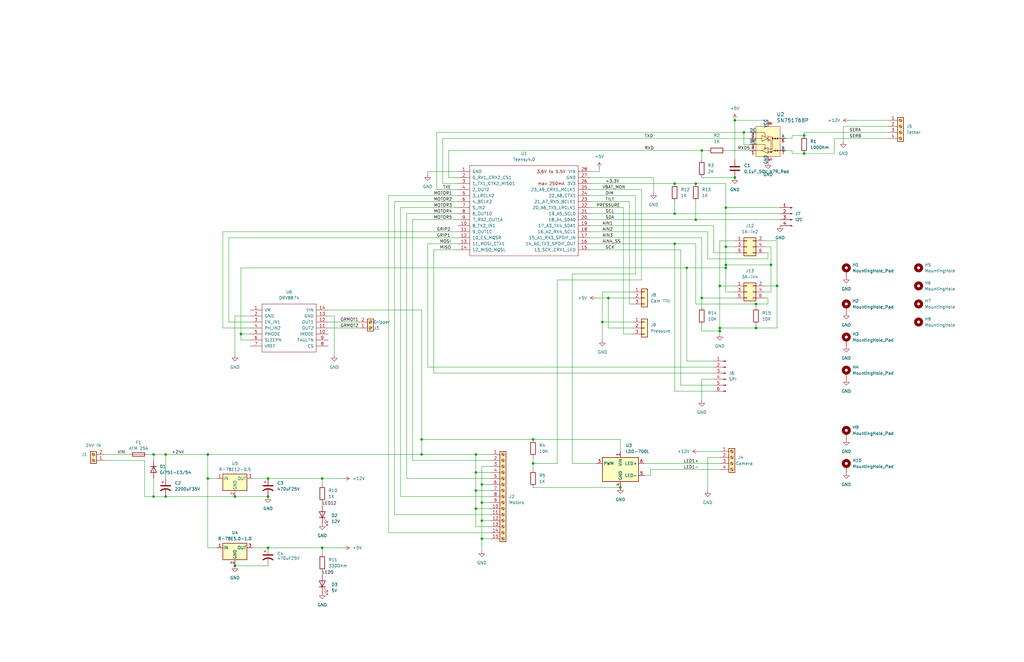
<source format=kicad_sch>
(kicad_sch (version 20230121) (generator eeschema)

  (uuid 8f79ebf7-442f-46e3-990d-fc0928b401ed)

  (paper "B")

  (title_block
    (title "Rovotron Cadet Bottom")
    (rev "B")
    (company "Cathode Corner")
  )

  (lib_symbols
    (symbol "Connector:Conn_01x04_Pin" (pin_names (offset 1.016) hide) (in_bom yes) (on_board yes)
      (property "Reference" "J" (at 0 5.08 0)
        (effects (font (size 1.27 1.27)))
      )
      (property "Value" "Conn_01x04_Pin" (at 0 -7.62 0)
        (effects (font (size 1.27 1.27)))
      )
      (property "Footprint" "" (at 0 0 0)
        (effects (font (size 1.27 1.27)) hide)
      )
      (property "Datasheet" "~" (at 0 0 0)
        (effects (font (size 1.27 1.27)) hide)
      )
      (property "ki_locked" "" (at 0 0 0)
        (effects (font (size 1.27 1.27)))
      )
      (property "ki_keywords" "connector" (at 0 0 0)
        (effects (font (size 1.27 1.27)) hide)
      )
      (property "ki_description" "Generic connector, single row, 01x04, script generated" (at 0 0 0)
        (effects (font (size 1.27 1.27)) hide)
      )
      (property "ki_fp_filters" "Connector*:*_1x??_*" (at 0 0 0)
        (effects (font (size 1.27 1.27)) hide)
      )
      (symbol "Conn_01x04_Pin_1_1"
        (polyline
          (pts
            (xy 1.27 -5.08)
            (xy 0.8636 -5.08)
          )
          (stroke (width 0.1524) (type default))
          (fill (type none))
        )
        (polyline
          (pts
            (xy 1.27 -2.54)
            (xy 0.8636 -2.54)
          )
          (stroke (width 0.1524) (type default))
          (fill (type none))
        )
        (polyline
          (pts
            (xy 1.27 0)
            (xy 0.8636 0)
          )
          (stroke (width 0.1524) (type default))
          (fill (type none))
        )
        (polyline
          (pts
            (xy 1.27 2.54)
            (xy 0.8636 2.54)
          )
          (stroke (width 0.1524) (type default))
          (fill (type none))
        )
        (rectangle (start 0.8636 -4.953) (end 0 -5.207)
          (stroke (width 0.1524) (type default))
          (fill (type outline))
        )
        (rectangle (start 0.8636 -2.413) (end 0 -2.667)
          (stroke (width 0.1524) (type default))
          (fill (type outline))
        )
        (rectangle (start 0.8636 0.127) (end 0 -0.127)
          (stroke (width 0.1524) (type default))
          (fill (type outline))
        )
        (rectangle (start 0.8636 2.667) (end 0 2.413)
          (stroke (width 0.1524) (type default))
          (fill (type outline))
        )
        (pin passive line (at 5.08 2.54 180) (length 3.81)
          (name "Pin_1" (effects (font (size 1.27 1.27))))
          (number "1" (effects (font (size 1.27 1.27))))
        )
        (pin passive line (at 5.08 0 180) (length 3.81)
          (name "Pin_2" (effects (font (size 1.27 1.27))))
          (number "2" (effects (font (size 1.27 1.27))))
        )
        (pin passive line (at 5.08 -2.54 180) (length 3.81)
          (name "Pin_3" (effects (font (size 1.27 1.27))))
          (number "3" (effects (font (size 1.27 1.27))))
        )
        (pin passive line (at 5.08 -5.08 180) (length 3.81)
          (name "Pin_4" (effects (font (size 1.27 1.27))))
          (number "4" (effects (font (size 1.27 1.27))))
        )
      )
    )
    (symbol "Connector:Conn_01x06_Pin" (pin_names (offset 1.016) hide) (in_bom yes) (on_board yes)
      (property "Reference" "J" (at 0 7.62 0)
        (effects (font (size 1.27 1.27)))
      )
      (property "Value" "Conn_01x06_Pin" (at 0 -10.16 0)
        (effects (font (size 1.27 1.27)))
      )
      (property "Footprint" "" (at 0 0 0)
        (effects (font (size 1.27 1.27)) hide)
      )
      (property "Datasheet" "~" (at 0 0 0)
        (effects (font (size 1.27 1.27)) hide)
      )
      (property "ki_locked" "" (at 0 0 0)
        (effects (font (size 1.27 1.27)))
      )
      (property "ki_keywords" "connector" (at 0 0 0)
        (effects (font (size 1.27 1.27)) hide)
      )
      (property "ki_description" "Generic connector, single row, 01x06, script generated" (at 0 0 0)
        (effects (font (size 1.27 1.27)) hide)
      )
      (property "ki_fp_filters" "Connector*:*_1x??_*" (at 0 0 0)
        (effects (font (size 1.27 1.27)) hide)
      )
      (symbol "Conn_01x06_Pin_1_1"
        (polyline
          (pts
            (xy 1.27 -7.62)
            (xy 0.8636 -7.62)
          )
          (stroke (width 0.1524) (type default))
          (fill (type none))
        )
        (polyline
          (pts
            (xy 1.27 -5.08)
            (xy 0.8636 -5.08)
          )
          (stroke (width 0.1524) (type default))
          (fill (type none))
        )
        (polyline
          (pts
            (xy 1.27 -2.54)
            (xy 0.8636 -2.54)
          )
          (stroke (width 0.1524) (type default))
          (fill (type none))
        )
        (polyline
          (pts
            (xy 1.27 0)
            (xy 0.8636 0)
          )
          (stroke (width 0.1524) (type default))
          (fill (type none))
        )
        (polyline
          (pts
            (xy 1.27 2.54)
            (xy 0.8636 2.54)
          )
          (stroke (width 0.1524) (type default))
          (fill (type none))
        )
        (polyline
          (pts
            (xy 1.27 5.08)
            (xy 0.8636 5.08)
          )
          (stroke (width 0.1524) (type default))
          (fill (type none))
        )
        (rectangle (start 0.8636 -7.493) (end 0 -7.747)
          (stroke (width 0.1524) (type default))
          (fill (type outline))
        )
        (rectangle (start 0.8636 -4.953) (end 0 -5.207)
          (stroke (width 0.1524) (type default))
          (fill (type outline))
        )
        (rectangle (start 0.8636 -2.413) (end 0 -2.667)
          (stroke (width 0.1524) (type default))
          (fill (type outline))
        )
        (rectangle (start 0.8636 0.127) (end 0 -0.127)
          (stroke (width 0.1524) (type default))
          (fill (type outline))
        )
        (rectangle (start 0.8636 2.667) (end 0 2.413)
          (stroke (width 0.1524) (type default))
          (fill (type outline))
        )
        (rectangle (start 0.8636 5.207) (end 0 4.953)
          (stroke (width 0.1524) (type default))
          (fill (type outline))
        )
        (pin passive line (at 5.08 5.08 180) (length 3.81)
          (name "Pin_1" (effects (font (size 1.27 1.27))))
          (number "1" (effects (font (size 1.27 1.27))))
        )
        (pin passive line (at 5.08 2.54 180) (length 3.81)
          (name "Pin_2" (effects (font (size 1.27 1.27))))
          (number "2" (effects (font (size 1.27 1.27))))
        )
        (pin passive line (at 5.08 0 180) (length 3.81)
          (name "Pin_3" (effects (font (size 1.27 1.27))))
          (number "3" (effects (font (size 1.27 1.27))))
        )
        (pin passive line (at 5.08 -2.54 180) (length 3.81)
          (name "Pin_4" (effects (font (size 1.27 1.27))))
          (number "4" (effects (font (size 1.27 1.27))))
        )
        (pin passive line (at 5.08 -5.08 180) (length 3.81)
          (name "Pin_5" (effects (font (size 1.27 1.27))))
          (number "5" (effects (font (size 1.27 1.27))))
        )
        (pin passive line (at 5.08 -7.62 180) (length 3.81)
          (name "Pin_6" (effects (font (size 1.27 1.27))))
          (number "6" (effects (font (size 1.27 1.27))))
        )
      )
    )
    (symbol "Connector:Screw_Terminal_01x02" (pin_names (offset 1.016) hide) (in_bom yes) (on_board yes)
      (property "Reference" "J" (at 0 2.54 0)
        (effects (font (size 1.27 1.27)))
      )
      (property "Value" "Screw_Terminal_01x02" (at 0 -5.08 0)
        (effects (font (size 1.27 1.27)))
      )
      (property "Footprint" "" (at 0 0 0)
        (effects (font (size 1.27 1.27)) hide)
      )
      (property "Datasheet" "~" (at 0 0 0)
        (effects (font (size 1.27 1.27)) hide)
      )
      (property "ki_keywords" "screw terminal" (at 0 0 0)
        (effects (font (size 1.27 1.27)) hide)
      )
      (property "ki_description" "Generic screw terminal, single row, 01x02, script generated (kicad-library-utils/schlib/autogen/connector/)" (at 0 0 0)
        (effects (font (size 1.27 1.27)) hide)
      )
      (property "ki_fp_filters" "TerminalBlock*:*" (at 0 0 0)
        (effects (font (size 1.27 1.27)) hide)
      )
      (symbol "Screw_Terminal_01x02_1_1"
        (rectangle (start -1.27 1.27) (end 1.27 -3.81)
          (stroke (width 0.254) (type default))
          (fill (type background))
        )
        (circle (center 0 -2.54) (radius 0.635)
          (stroke (width 0.1524) (type default))
          (fill (type none))
        )
        (polyline
          (pts
            (xy -0.5334 -2.2098)
            (xy 0.3302 -3.048)
          )
          (stroke (width 0.1524) (type default))
          (fill (type none))
        )
        (polyline
          (pts
            (xy -0.5334 0.3302)
            (xy 0.3302 -0.508)
          )
          (stroke (width 0.1524) (type default))
          (fill (type none))
        )
        (polyline
          (pts
            (xy -0.3556 -2.032)
            (xy 0.508 -2.8702)
          )
          (stroke (width 0.1524) (type default))
          (fill (type none))
        )
        (polyline
          (pts
            (xy -0.3556 0.508)
            (xy 0.508 -0.3302)
          )
          (stroke (width 0.1524) (type default))
          (fill (type none))
        )
        (circle (center 0 0) (radius 0.635)
          (stroke (width 0.1524) (type default))
          (fill (type none))
        )
        (pin passive line (at -5.08 0 0) (length 3.81)
          (name "Pin_1" (effects (font (size 1.27 1.27))))
          (number "1" (effects (font (size 1.27 1.27))))
        )
        (pin passive line (at -5.08 -2.54 0) (length 3.81)
          (name "Pin_2" (effects (font (size 1.27 1.27))))
          (number "2" (effects (font (size 1.27 1.27))))
        )
      )
    )
    (symbol "Connector:Screw_Terminal_01x04" (pin_names (offset 1.016) hide) (in_bom yes) (on_board yes)
      (property "Reference" "J" (at 0 5.08 0)
        (effects (font (size 1.27 1.27)))
      )
      (property "Value" "Screw_Terminal_01x04" (at 0 -7.62 0)
        (effects (font (size 1.27 1.27)))
      )
      (property "Footprint" "" (at 0 0 0)
        (effects (font (size 1.27 1.27)) hide)
      )
      (property "Datasheet" "~" (at 0 0 0)
        (effects (font (size 1.27 1.27)) hide)
      )
      (property "ki_keywords" "screw terminal" (at 0 0 0)
        (effects (font (size 1.27 1.27)) hide)
      )
      (property "ki_description" "Generic screw terminal, single row, 01x04, script generated (kicad-library-utils/schlib/autogen/connector/)" (at 0 0 0)
        (effects (font (size 1.27 1.27)) hide)
      )
      (property "ki_fp_filters" "TerminalBlock*:*" (at 0 0 0)
        (effects (font (size 1.27 1.27)) hide)
      )
      (symbol "Screw_Terminal_01x04_1_1"
        (rectangle (start -1.27 3.81) (end 1.27 -6.35)
          (stroke (width 0.254) (type default))
          (fill (type background))
        )
        (circle (center 0 -5.08) (radius 0.635)
          (stroke (width 0.1524) (type default))
          (fill (type none))
        )
        (circle (center 0 -2.54) (radius 0.635)
          (stroke (width 0.1524) (type default))
          (fill (type none))
        )
        (polyline
          (pts
            (xy -0.5334 -4.7498)
            (xy 0.3302 -5.588)
          )
          (stroke (width 0.1524) (type default))
          (fill (type none))
        )
        (polyline
          (pts
            (xy -0.5334 -2.2098)
            (xy 0.3302 -3.048)
          )
          (stroke (width 0.1524) (type default))
          (fill (type none))
        )
        (polyline
          (pts
            (xy -0.5334 0.3302)
            (xy 0.3302 -0.508)
          )
          (stroke (width 0.1524) (type default))
          (fill (type none))
        )
        (polyline
          (pts
            (xy -0.5334 2.8702)
            (xy 0.3302 2.032)
          )
          (stroke (width 0.1524) (type default))
          (fill (type none))
        )
        (polyline
          (pts
            (xy -0.3556 -4.572)
            (xy 0.508 -5.4102)
          )
          (stroke (width 0.1524) (type default))
          (fill (type none))
        )
        (polyline
          (pts
            (xy -0.3556 -2.032)
            (xy 0.508 -2.8702)
          )
          (stroke (width 0.1524) (type default))
          (fill (type none))
        )
        (polyline
          (pts
            (xy -0.3556 0.508)
            (xy 0.508 -0.3302)
          )
          (stroke (width 0.1524) (type default))
          (fill (type none))
        )
        (polyline
          (pts
            (xy -0.3556 3.048)
            (xy 0.508 2.2098)
          )
          (stroke (width 0.1524) (type default))
          (fill (type none))
        )
        (circle (center 0 0) (radius 0.635)
          (stroke (width 0.1524) (type default))
          (fill (type none))
        )
        (circle (center 0 2.54) (radius 0.635)
          (stroke (width 0.1524) (type default))
          (fill (type none))
        )
        (pin passive line (at -5.08 2.54 0) (length 3.81)
          (name "Pin_1" (effects (font (size 1.27 1.27))))
          (number "1" (effects (font (size 1.27 1.27))))
        )
        (pin passive line (at -5.08 0 0) (length 3.81)
          (name "Pin_2" (effects (font (size 1.27 1.27))))
          (number "2" (effects (font (size 1.27 1.27))))
        )
        (pin passive line (at -5.08 -2.54 0) (length 3.81)
          (name "Pin_3" (effects (font (size 1.27 1.27))))
          (number "3" (effects (font (size 1.27 1.27))))
        )
        (pin passive line (at -5.08 -5.08 0) (length 3.81)
          (name "Pin_4" (effects (font (size 1.27 1.27))))
          (number "4" (effects (font (size 1.27 1.27))))
        )
      )
    )
    (symbol "Connector:Screw_Terminal_01x15" (pin_names (offset 1.016) hide) (in_bom yes) (on_board yes)
      (property "Reference" "J" (at 0 20.32 0)
        (effects (font (size 1.27 1.27)))
      )
      (property "Value" "Screw_Terminal_01x15" (at 0 -20.32 0)
        (effects (font (size 1.27 1.27)))
      )
      (property "Footprint" "" (at 0 0 0)
        (effects (font (size 1.27 1.27)) hide)
      )
      (property "Datasheet" "~" (at 0 0 0)
        (effects (font (size 1.27 1.27)) hide)
      )
      (property "ki_keywords" "screw terminal" (at 0 0 0)
        (effects (font (size 1.27 1.27)) hide)
      )
      (property "ki_description" "Generic screw terminal, single row, 01x15, script generated (kicad-library-utils/schlib/autogen/connector/)" (at 0 0 0)
        (effects (font (size 1.27 1.27)) hide)
      )
      (property "ki_fp_filters" "TerminalBlock*:*" (at 0 0 0)
        (effects (font (size 1.27 1.27)) hide)
      )
      (symbol "Screw_Terminal_01x15_1_1"
        (rectangle (start -1.27 19.05) (end 1.27 -19.05)
          (stroke (width 0.254) (type default))
          (fill (type background))
        )
        (circle (center 0 -17.78) (radius 0.635)
          (stroke (width 0.1524) (type default))
          (fill (type none))
        )
        (circle (center 0 -15.24) (radius 0.635)
          (stroke (width 0.1524) (type default))
          (fill (type none))
        )
        (circle (center 0 -12.7) (radius 0.635)
          (stroke (width 0.1524) (type default))
          (fill (type none))
        )
        (circle (center 0 -10.16) (radius 0.635)
          (stroke (width 0.1524) (type default))
          (fill (type none))
        )
        (circle (center 0 -7.62) (radius 0.635)
          (stroke (width 0.1524) (type default))
          (fill (type none))
        )
        (circle (center 0 -5.08) (radius 0.635)
          (stroke (width 0.1524) (type default))
          (fill (type none))
        )
        (circle (center 0 -2.54) (radius 0.635)
          (stroke (width 0.1524) (type default))
          (fill (type none))
        )
        (polyline
          (pts
            (xy -0.5334 -17.4498)
            (xy 0.3302 -18.288)
          )
          (stroke (width 0.1524) (type default))
          (fill (type none))
        )
        (polyline
          (pts
            (xy -0.5334 -14.9098)
            (xy 0.3302 -15.748)
          )
          (stroke (width 0.1524) (type default))
          (fill (type none))
        )
        (polyline
          (pts
            (xy -0.5334 -12.3698)
            (xy 0.3302 -13.208)
          )
          (stroke (width 0.1524) (type default))
          (fill (type none))
        )
        (polyline
          (pts
            (xy -0.5334 -9.8298)
            (xy 0.3302 -10.668)
          )
          (stroke (width 0.1524) (type default))
          (fill (type none))
        )
        (polyline
          (pts
            (xy -0.5334 -7.2898)
            (xy 0.3302 -8.128)
          )
          (stroke (width 0.1524) (type default))
          (fill (type none))
        )
        (polyline
          (pts
            (xy -0.5334 -4.7498)
            (xy 0.3302 -5.588)
          )
          (stroke (width 0.1524) (type default))
          (fill (type none))
        )
        (polyline
          (pts
            (xy -0.5334 -2.2098)
            (xy 0.3302 -3.048)
          )
          (stroke (width 0.1524) (type default))
          (fill (type none))
        )
        (polyline
          (pts
            (xy -0.5334 0.3302)
            (xy 0.3302 -0.508)
          )
          (stroke (width 0.1524) (type default))
          (fill (type none))
        )
        (polyline
          (pts
            (xy -0.5334 2.8702)
            (xy 0.3302 2.032)
          )
          (stroke (width 0.1524) (type default))
          (fill (type none))
        )
        (polyline
          (pts
            (xy -0.5334 5.4102)
            (xy 0.3302 4.572)
          )
          (stroke (width 0.1524) (type default))
          (fill (type none))
        )
        (polyline
          (pts
            (xy -0.5334 7.9502)
            (xy 0.3302 7.112)
          )
          (stroke (width 0.1524) (type default))
          (fill (type none))
        )
        (polyline
          (pts
            (xy -0.5334 10.4902)
            (xy 0.3302 9.652)
          )
          (stroke (width 0.1524) (type default))
          (fill (type none))
        )
        (polyline
          (pts
            (xy -0.5334 13.0302)
            (xy 0.3302 12.192)
          )
          (stroke (width 0.1524) (type default))
          (fill (type none))
        )
        (polyline
          (pts
            (xy -0.5334 15.5702)
            (xy 0.3302 14.732)
          )
          (stroke (width 0.1524) (type default))
          (fill (type none))
        )
        (polyline
          (pts
            (xy -0.5334 18.1102)
            (xy 0.3302 17.272)
          )
          (stroke (width 0.1524) (type default))
          (fill (type none))
        )
        (polyline
          (pts
            (xy -0.3556 -17.272)
            (xy 0.508 -18.1102)
          )
          (stroke (width 0.1524) (type default))
          (fill (type none))
        )
        (polyline
          (pts
            (xy -0.3556 -14.732)
            (xy 0.508 -15.5702)
          )
          (stroke (width 0.1524) (type default))
          (fill (type none))
        )
        (polyline
          (pts
            (xy -0.3556 -12.192)
            (xy 0.508 -13.0302)
          )
          (stroke (width 0.1524) (type default))
          (fill (type none))
        )
        (polyline
          (pts
            (xy -0.3556 -9.652)
            (xy 0.508 -10.4902)
          )
          (stroke (width 0.1524) (type default))
          (fill (type none))
        )
        (polyline
          (pts
            (xy -0.3556 -7.112)
            (xy 0.508 -7.9502)
          )
          (stroke (width 0.1524) (type default))
          (fill (type none))
        )
        (polyline
          (pts
            (xy -0.3556 -4.572)
            (xy 0.508 -5.4102)
          )
          (stroke (width 0.1524) (type default))
          (fill (type none))
        )
        (polyline
          (pts
            (xy -0.3556 -2.032)
            (xy 0.508 -2.8702)
          )
          (stroke (width 0.1524) (type default))
          (fill (type none))
        )
        (polyline
          (pts
            (xy -0.3556 0.508)
            (xy 0.508 -0.3302)
          )
          (stroke (width 0.1524) (type default))
          (fill (type none))
        )
        (polyline
          (pts
            (xy -0.3556 3.048)
            (xy 0.508 2.2098)
          )
          (stroke (width 0.1524) (type default))
          (fill (type none))
        )
        (polyline
          (pts
            (xy -0.3556 5.588)
            (xy 0.508 4.7498)
          )
          (stroke (width 0.1524) (type default))
          (fill (type none))
        )
        (polyline
          (pts
            (xy -0.3556 8.128)
            (xy 0.508 7.2898)
          )
          (stroke (width 0.1524) (type default))
          (fill (type none))
        )
        (polyline
          (pts
            (xy -0.3556 10.668)
            (xy 0.508 9.8298)
          )
          (stroke (width 0.1524) (type default))
          (fill (type none))
        )
        (polyline
          (pts
            (xy -0.3556 13.208)
            (xy 0.508 12.3698)
          )
          (stroke (width 0.1524) (type default))
          (fill (type none))
        )
        (polyline
          (pts
            (xy -0.3556 15.748)
            (xy 0.508 14.9098)
          )
          (stroke (width 0.1524) (type default))
          (fill (type none))
        )
        (polyline
          (pts
            (xy -0.3556 18.288)
            (xy 0.508 17.4498)
          )
          (stroke (width 0.1524) (type default))
          (fill (type none))
        )
        (circle (center 0 0) (radius 0.635)
          (stroke (width 0.1524) (type default))
          (fill (type none))
        )
        (circle (center 0 2.54) (radius 0.635)
          (stroke (width 0.1524) (type default))
          (fill (type none))
        )
        (circle (center 0 5.08) (radius 0.635)
          (stroke (width 0.1524) (type default))
          (fill (type none))
        )
        (circle (center 0 7.62) (radius 0.635)
          (stroke (width 0.1524) (type default))
          (fill (type none))
        )
        (circle (center 0 10.16) (radius 0.635)
          (stroke (width 0.1524) (type default))
          (fill (type none))
        )
        (circle (center 0 12.7) (radius 0.635)
          (stroke (width 0.1524) (type default))
          (fill (type none))
        )
        (circle (center 0 15.24) (radius 0.635)
          (stroke (width 0.1524) (type default))
          (fill (type none))
        )
        (circle (center 0 17.78) (radius 0.635)
          (stroke (width 0.1524) (type default))
          (fill (type none))
        )
        (pin passive line (at -5.08 17.78 0) (length 3.81)
          (name "Pin_1" (effects (font (size 1.27 1.27))))
          (number "1" (effects (font (size 1.27 1.27))))
        )
        (pin passive line (at -5.08 -5.08 0) (length 3.81)
          (name "Pin_10" (effects (font (size 1.27 1.27))))
          (number "10" (effects (font (size 1.27 1.27))))
        )
        (pin passive line (at -5.08 -7.62 0) (length 3.81)
          (name "Pin_11" (effects (font (size 1.27 1.27))))
          (number "11" (effects (font (size 1.27 1.27))))
        )
        (pin passive line (at -5.08 -10.16 0) (length 3.81)
          (name "Pin_12" (effects (font (size 1.27 1.27))))
          (number "12" (effects (font (size 1.27 1.27))))
        )
        (pin passive line (at -5.08 -12.7 0) (length 3.81)
          (name "Pin_13" (effects (font (size 1.27 1.27))))
          (number "13" (effects (font (size 1.27 1.27))))
        )
        (pin passive line (at -5.08 -15.24 0) (length 3.81)
          (name "Pin_14" (effects (font (size 1.27 1.27))))
          (number "14" (effects (font (size 1.27 1.27))))
        )
        (pin passive line (at -5.08 -17.78 0) (length 3.81)
          (name "Pin_15" (effects (font (size 1.27 1.27))))
          (number "15" (effects (font (size 1.27 1.27))))
        )
        (pin passive line (at -5.08 15.24 0) (length 3.81)
          (name "Pin_2" (effects (font (size 1.27 1.27))))
          (number "2" (effects (font (size 1.27 1.27))))
        )
        (pin passive line (at -5.08 12.7 0) (length 3.81)
          (name "Pin_3" (effects (font (size 1.27 1.27))))
          (number "3" (effects (font (size 1.27 1.27))))
        )
        (pin passive line (at -5.08 10.16 0) (length 3.81)
          (name "Pin_4" (effects (font (size 1.27 1.27))))
          (number "4" (effects (font (size 1.27 1.27))))
        )
        (pin passive line (at -5.08 7.62 0) (length 3.81)
          (name "Pin_5" (effects (font (size 1.27 1.27))))
          (number "5" (effects (font (size 1.27 1.27))))
        )
        (pin passive line (at -5.08 5.08 0) (length 3.81)
          (name "Pin_6" (effects (font (size 1.27 1.27))))
          (number "6" (effects (font (size 1.27 1.27))))
        )
        (pin passive line (at -5.08 2.54 0) (length 3.81)
          (name "Pin_7" (effects (font (size 1.27 1.27))))
          (number "7" (effects (font (size 1.27 1.27))))
        )
        (pin passive line (at -5.08 0 0) (length 3.81)
          (name "Pin_8" (effects (font (size 1.27 1.27))))
          (number "8" (effects (font (size 1.27 1.27))))
        )
        (pin passive line (at -5.08 -2.54 0) (length 3.81)
          (name "Pin_9" (effects (font (size 1.27 1.27))))
          (number "9" (effects (font (size 1.27 1.27))))
        )
      )
    )
    (symbol "Connector_Generic:Conn_01x03" (pin_names (offset 1.016) hide) (in_bom yes) (on_board yes)
      (property "Reference" "J" (at 0 5.08 0)
        (effects (font (size 1.27 1.27)))
      )
      (property "Value" "Conn_01x03" (at 0 -5.08 0)
        (effects (font (size 1.27 1.27)))
      )
      (property "Footprint" "" (at 0 0 0)
        (effects (font (size 1.27 1.27)) hide)
      )
      (property "Datasheet" "~" (at 0 0 0)
        (effects (font (size 1.27 1.27)) hide)
      )
      (property "ki_keywords" "connector" (at 0 0 0)
        (effects (font (size 1.27 1.27)) hide)
      )
      (property "ki_description" "Generic connector, single row, 01x03, script generated (kicad-library-utils/schlib/autogen/connector/)" (at 0 0 0)
        (effects (font (size 1.27 1.27)) hide)
      )
      (property "ki_fp_filters" "Connector*:*_1x??_*" (at 0 0 0)
        (effects (font (size 1.27 1.27)) hide)
      )
      (symbol "Conn_01x03_1_1"
        (rectangle (start -1.27 -2.413) (end 0 -2.667)
          (stroke (width 0.1524) (type default))
          (fill (type none))
        )
        (rectangle (start -1.27 0.127) (end 0 -0.127)
          (stroke (width 0.1524) (type default))
          (fill (type none))
        )
        (rectangle (start -1.27 2.667) (end 0 2.413)
          (stroke (width 0.1524) (type default))
          (fill (type none))
        )
        (rectangle (start -1.27 3.81) (end 1.27 -3.81)
          (stroke (width 0.254) (type default))
          (fill (type background))
        )
        (pin passive line (at -5.08 2.54 0) (length 3.81)
          (name "Pin_1" (effects (font (size 1.27 1.27))))
          (number "1" (effects (font (size 1.27 1.27))))
        )
        (pin passive line (at -5.08 0 0) (length 3.81)
          (name "Pin_2" (effects (font (size 1.27 1.27))))
          (number "2" (effects (font (size 1.27 1.27))))
        )
        (pin passive line (at -5.08 -2.54 0) (length 3.81)
          (name "Pin_3" (effects (font (size 1.27 1.27))))
          (number "3" (effects (font (size 1.27 1.27))))
        )
      )
    )
    (symbol "Connector_Generic:Conn_02x03_Odd_Even" (pin_names (offset 1.016) hide) (in_bom yes) (on_board yes)
      (property "Reference" "J" (at 1.27 5.08 0)
        (effects (font (size 1.27 1.27)))
      )
      (property "Value" "Conn_02x03_Odd_Even" (at 1.27 -5.08 0)
        (effects (font (size 1.27 1.27)))
      )
      (property "Footprint" "" (at 0 0 0)
        (effects (font (size 1.27 1.27)) hide)
      )
      (property "Datasheet" "~" (at 0 0 0)
        (effects (font (size 1.27 1.27)) hide)
      )
      (property "ki_keywords" "connector" (at 0 0 0)
        (effects (font (size 1.27 1.27)) hide)
      )
      (property "ki_description" "Generic connector, double row, 02x03, odd/even pin numbering scheme (row 1 odd numbers, row 2 even numbers), script generated (kicad-library-utils/schlib/autogen/connector/)" (at 0 0 0)
        (effects (font (size 1.27 1.27)) hide)
      )
      (property "ki_fp_filters" "Connector*:*_2x??_*" (at 0 0 0)
        (effects (font (size 1.27 1.27)) hide)
      )
      (symbol "Conn_02x03_Odd_Even_1_1"
        (rectangle (start -1.27 -2.413) (end 0 -2.667)
          (stroke (width 0.1524) (type default))
          (fill (type none))
        )
        (rectangle (start -1.27 0.127) (end 0 -0.127)
          (stroke (width 0.1524) (type default))
          (fill (type none))
        )
        (rectangle (start -1.27 2.667) (end 0 2.413)
          (stroke (width 0.1524) (type default))
          (fill (type none))
        )
        (rectangle (start -1.27 3.81) (end 3.81 -3.81)
          (stroke (width 0.254) (type default))
          (fill (type background))
        )
        (rectangle (start 3.81 -2.413) (end 2.54 -2.667)
          (stroke (width 0.1524) (type default))
          (fill (type none))
        )
        (rectangle (start 3.81 0.127) (end 2.54 -0.127)
          (stroke (width 0.1524) (type default))
          (fill (type none))
        )
        (rectangle (start 3.81 2.667) (end 2.54 2.413)
          (stroke (width 0.1524) (type default))
          (fill (type none))
        )
        (pin passive line (at -5.08 2.54 0) (length 3.81)
          (name "Pin_1" (effects (font (size 1.27 1.27))))
          (number "1" (effects (font (size 1.27 1.27))))
        )
        (pin passive line (at 7.62 2.54 180) (length 3.81)
          (name "Pin_2" (effects (font (size 1.27 1.27))))
          (number "2" (effects (font (size 1.27 1.27))))
        )
        (pin passive line (at -5.08 0 0) (length 3.81)
          (name "Pin_3" (effects (font (size 1.27 1.27))))
          (number "3" (effects (font (size 1.27 1.27))))
        )
        (pin passive line (at 7.62 0 180) (length 3.81)
          (name "Pin_4" (effects (font (size 1.27 1.27))))
          (number "4" (effects (font (size 1.27 1.27))))
        )
        (pin passive line (at -5.08 -2.54 0) (length 3.81)
          (name "Pin_5" (effects (font (size 1.27 1.27))))
          (number "5" (effects (font (size 1.27 1.27))))
        )
        (pin passive line (at 7.62 -2.54 180) (length 3.81)
          (name "Pin_6" (effects (font (size 1.27 1.27))))
          (number "6" (effects (font (size 1.27 1.27))))
        )
      )
    )
    (symbol "Device:C" (pin_numbers hide) (pin_names (offset 0.254)) (in_bom yes) (on_board yes)
      (property "Reference" "C" (at 0.635 2.54 0)
        (effects (font (size 1.27 1.27)) (justify left))
      )
      (property "Value" "C" (at 0.635 -2.54 0)
        (effects (font (size 1.27 1.27)) (justify left))
      )
      (property "Footprint" "" (at 0.9652 -3.81 0)
        (effects (font (size 1.27 1.27)) hide)
      )
      (property "Datasheet" "~" (at 0 0 0)
        (effects (font (size 1.27 1.27)) hide)
      )
      (property "ki_keywords" "cap capacitor" (at 0 0 0)
        (effects (font (size 1.27 1.27)) hide)
      )
      (property "ki_description" "Unpolarized capacitor" (at 0 0 0)
        (effects (font (size 1.27 1.27)) hide)
      )
      (property "ki_fp_filters" "C_*" (at 0 0 0)
        (effects (font (size 1.27 1.27)) hide)
      )
      (symbol "C_0_1"
        (polyline
          (pts
            (xy -2.032 -0.762)
            (xy 2.032 -0.762)
          )
          (stroke (width 0.508) (type default))
          (fill (type none))
        )
        (polyline
          (pts
            (xy -2.032 0.762)
            (xy 2.032 0.762)
          )
          (stroke (width 0.508) (type default))
          (fill (type none))
        )
      )
      (symbol "C_1_1"
        (pin passive line (at 0 3.81 270) (length 2.794)
          (name "~" (effects (font (size 1.27 1.27))))
          (number "1" (effects (font (size 1.27 1.27))))
        )
        (pin passive line (at 0 -3.81 90) (length 2.794)
          (name "~" (effects (font (size 1.27 1.27))))
          (number "2" (effects (font (size 1.27 1.27))))
        )
      )
    )
    (symbol "Device:C_Polarized_US" (pin_numbers hide) (pin_names (offset 0.254) hide) (in_bom yes) (on_board yes)
      (property "Reference" "C" (at 0.635 2.54 0)
        (effects (font (size 1.27 1.27)) (justify left))
      )
      (property "Value" "C_Polarized_US" (at 0.635 -2.54 0)
        (effects (font (size 1.27 1.27)) (justify left))
      )
      (property "Footprint" "" (at 0 0 0)
        (effects (font (size 1.27 1.27)) hide)
      )
      (property "Datasheet" "~" (at 0 0 0)
        (effects (font (size 1.27 1.27)) hide)
      )
      (property "ki_keywords" "cap capacitor" (at 0 0 0)
        (effects (font (size 1.27 1.27)) hide)
      )
      (property "ki_description" "Polarized capacitor, US symbol" (at 0 0 0)
        (effects (font (size 1.27 1.27)) hide)
      )
      (property "ki_fp_filters" "CP_*" (at 0 0 0)
        (effects (font (size 1.27 1.27)) hide)
      )
      (symbol "C_Polarized_US_0_1"
        (polyline
          (pts
            (xy -2.032 0.762)
            (xy 2.032 0.762)
          )
          (stroke (width 0.508) (type default))
          (fill (type none))
        )
        (polyline
          (pts
            (xy -1.778 2.286)
            (xy -0.762 2.286)
          )
          (stroke (width 0) (type default))
          (fill (type none))
        )
        (polyline
          (pts
            (xy -1.27 1.778)
            (xy -1.27 2.794)
          )
          (stroke (width 0) (type default))
          (fill (type none))
        )
        (arc (start 2.032 -1.27) (mid 0 -0.5572) (end -2.032 -1.27)
          (stroke (width 0.508) (type default))
          (fill (type none))
        )
      )
      (symbol "C_Polarized_US_1_1"
        (pin passive line (at 0 3.81 270) (length 2.794)
          (name "~" (effects (font (size 1.27 1.27))))
          (number "1" (effects (font (size 1.27 1.27))))
        )
        (pin passive line (at 0 -3.81 90) (length 3.302)
          (name "~" (effects (font (size 1.27 1.27))))
          (number "2" (effects (font (size 1.27 1.27))))
        )
      )
    )
    (symbol "Device:Fuse" (pin_numbers hide) (pin_names (offset 0)) (in_bom yes) (on_board yes)
      (property "Reference" "F" (at 2.032 0 90)
        (effects (font (size 1.27 1.27)))
      )
      (property "Value" "Fuse" (at -1.905 0 90)
        (effects (font (size 1.27 1.27)))
      )
      (property "Footprint" "" (at -1.778 0 90)
        (effects (font (size 1.27 1.27)) hide)
      )
      (property "Datasheet" "~" (at 0 0 0)
        (effects (font (size 1.27 1.27)) hide)
      )
      (property "ki_keywords" "fuse" (at 0 0 0)
        (effects (font (size 1.27 1.27)) hide)
      )
      (property "ki_description" "Fuse" (at 0 0 0)
        (effects (font (size 1.27 1.27)) hide)
      )
      (property "ki_fp_filters" "*Fuse*" (at 0 0 0)
        (effects (font (size 1.27 1.27)) hide)
      )
      (symbol "Fuse_0_1"
        (rectangle (start -0.762 -2.54) (end 0.762 2.54)
          (stroke (width 0.254) (type default))
          (fill (type none))
        )
        (polyline
          (pts
            (xy 0 2.54)
            (xy 0 -2.54)
          )
          (stroke (width 0) (type default))
          (fill (type none))
        )
      )
      (symbol "Fuse_1_1"
        (pin passive line (at 0 3.81 270) (length 1.27)
          (name "~" (effects (font (size 1.27 1.27))))
          (number "1" (effects (font (size 1.27 1.27))))
        )
        (pin passive line (at 0 -3.81 90) (length 1.27)
          (name "~" (effects (font (size 1.27 1.27))))
          (number "2" (effects (font (size 1.27 1.27))))
        )
      )
    )
    (symbol "Device:LED" (pin_numbers hide) (pin_names (offset 1.016) hide) (in_bom yes) (on_board yes)
      (property "Reference" "D" (at 0 2.54 0)
        (effects (font (size 1.27 1.27)))
      )
      (property "Value" "LED" (at 0 -2.54 0)
        (effects (font (size 1.27 1.27)))
      )
      (property "Footprint" "" (at 0 0 0)
        (effects (font (size 1.27 1.27)) hide)
      )
      (property "Datasheet" "~" (at 0 0 0)
        (effects (font (size 1.27 1.27)) hide)
      )
      (property "ki_keywords" "LED diode" (at 0 0 0)
        (effects (font (size 1.27 1.27)) hide)
      )
      (property "ki_description" "Light emitting diode" (at 0 0 0)
        (effects (font (size 1.27 1.27)) hide)
      )
      (property "ki_fp_filters" "LED* LED_SMD:* LED_THT:*" (at 0 0 0)
        (effects (font (size 1.27 1.27)) hide)
      )
      (symbol "LED_0_1"
        (polyline
          (pts
            (xy -1.27 -1.27)
            (xy -1.27 1.27)
          )
          (stroke (width 0.254) (type default))
          (fill (type none))
        )
        (polyline
          (pts
            (xy -1.27 0)
            (xy 1.27 0)
          )
          (stroke (width 0) (type default))
          (fill (type none))
        )
        (polyline
          (pts
            (xy 1.27 -1.27)
            (xy 1.27 1.27)
            (xy -1.27 0)
            (xy 1.27 -1.27)
          )
          (stroke (width 0.254) (type default))
          (fill (type none))
        )
        (polyline
          (pts
            (xy -3.048 -0.762)
            (xy -4.572 -2.286)
            (xy -3.81 -2.286)
            (xy -4.572 -2.286)
            (xy -4.572 -1.524)
          )
          (stroke (width 0) (type default))
          (fill (type none))
        )
        (polyline
          (pts
            (xy -1.778 -0.762)
            (xy -3.302 -2.286)
            (xy -2.54 -2.286)
            (xy -3.302 -2.286)
            (xy -3.302 -1.524)
          )
          (stroke (width 0) (type default))
          (fill (type none))
        )
      )
      (symbol "LED_1_1"
        (pin passive line (at -3.81 0 0) (length 2.54)
          (name "K" (effects (font (size 1.27 1.27))))
          (number "1" (effects (font (size 1.27 1.27))))
        )
        (pin passive line (at 3.81 0 180) (length 2.54)
          (name "A" (effects (font (size 1.27 1.27))))
          (number "2" (effects (font (size 1.27 1.27))))
        )
      )
    )
    (symbol "Device:R" (pin_numbers hide) (pin_names (offset 0)) (in_bom yes) (on_board yes)
      (property "Reference" "R" (at 2.032 0 90)
        (effects (font (size 1.27 1.27)))
      )
      (property "Value" "R" (at 0 0 90)
        (effects (font (size 1.27 1.27)))
      )
      (property "Footprint" "" (at -1.778 0 90)
        (effects (font (size 1.27 1.27)) hide)
      )
      (property "Datasheet" "~" (at 0 0 0)
        (effects (font (size 1.27 1.27)) hide)
      )
      (property "ki_keywords" "R res resistor" (at 0 0 0)
        (effects (font (size 1.27 1.27)) hide)
      )
      (property "ki_description" "Resistor" (at 0 0 0)
        (effects (font (size 1.27 1.27)) hide)
      )
      (property "ki_fp_filters" "R_*" (at 0 0 0)
        (effects (font (size 1.27 1.27)) hide)
      )
      (symbol "R_0_1"
        (rectangle (start -1.016 -2.54) (end 1.016 2.54)
          (stroke (width 0.254) (type default))
          (fill (type none))
        )
      )
      (symbol "R_1_1"
        (pin passive line (at 0 3.81 270) (length 1.27)
          (name "~" (effects (font (size 1.27 1.27))))
          (number "1" (effects (font (size 1.27 1.27))))
        )
        (pin passive line (at 0 -3.81 90) (length 1.27)
          (name "~" (effects (font (size 1.27 1.27))))
          (number "2" (effects (font (size 1.27 1.27))))
        )
      )
    )
    (symbol "Mechanical:MountingHole" (pin_names (offset 1.016)) (in_bom yes) (on_board yes)
      (property "Reference" "H" (at 0 5.08 0)
        (effects (font (size 1.27 1.27)))
      )
      (property "Value" "MountingHole" (at 0 3.175 0)
        (effects (font (size 1.27 1.27)))
      )
      (property "Footprint" "" (at 0 0 0)
        (effects (font (size 1.27 1.27)) hide)
      )
      (property "Datasheet" "~" (at 0 0 0)
        (effects (font (size 1.27 1.27)) hide)
      )
      (property "ki_keywords" "mounting hole" (at 0 0 0)
        (effects (font (size 1.27 1.27)) hide)
      )
      (property "ki_description" "Mounting Hole without connection" (at 0 0 0)
        (effects (font (size 1.27 1.27)) hide)
      )
      (property "ki_fp_filters" "MountingHole*" (at 0 0 0)
        (effects (font (size 1.27 1.27)) hide)
      )
      (symbol "MountingHole_0_1"
        (circle (center 0 0) (radius 1.27)
          (stroke (width 1.27) (type default))
          (fill (type none))
        )
      )
    )
    (symbol "Mechanical:MountingHole_Pad" (pin_numbers hide) (pin_names (offset 1.016) hide) (in_bom yes) (on_board yes)
      (property "Reference" "H" (at 0 6.35 0)
        (effects (font (size 1.27 1.27)))
      )
      (property "Value" "MountingHole_Pad" (at 0 4.445 0)
        (effects (font (size 1.27 1.27)))
      )
      (property "Footprint" "" (at 0 0 0)
        (effects (font (size 1.27 1.27)) hide)
      )
      (property "Datasheet" "~" (at 0 0 0)
        (effects (font (size 1.27 1.27)) hide)
      )
      (property "ki_keywords" "mounting hole" (at 0 0 0)
        (effects (font (size 1.27 1.27)) hide)
      )
      (property "ki_description" "Mounting Hole with connection" (at 0 0 0)
        (effects (font (size 1.27 1.27)) hide)
      )
      (property "ki_fp_filters" "MountingHole*Pad*" (at 0 0 0)
        (effects (font (size 1.27 1.27)) hide)
      )
      (symbol "MountingHole_Pad_0_1"
        (circle (center 0 1.27) (radius 1.27)
          (stroke (width 1.27) (type default))
          (fill (type none))
        )
      )
      (symbol "MountingHole_Pad_1_1"
        (pin input line (at 0 -2.54 90) (length 2.54)
          (name "1" (effects (font (size 1.27 1.27))))
          (number "1" (effects (font (size 1.27 1.27))))
        )
      )
    )
    (symbol "Regulator_Switching:R-78E12-0.5" (pin_names (offset 0.254)) (in_bom yes) (on_board yes)
      (property "Reference" "U" (at -3.81 3.175 0)
        (effects (font (size 1.27 1.27)))
      )
      (property "Value" "R-78E12-0.5" (at 0 3.175 0)
        (effects (font (size 1.27 1.27)) (justify left))
      )
      (property "Footprint" "Converter_DCDC:Converter_DCDC_RECOM_R-78E-0.5_THT" (at 1.27 -6.35 0)
        (effects (font (size 1.27 1.27) italic) (justify left) hide)
      )
      (property "Datasheet" "https://www.recom-power.com/pdf/Innoline/R-78Exx-0.5.pdf" (at 0 0 0)
        (effects (font (size 1.27 1.27)) hide)
      )
      (property "ki_keywords" "dc-dc recom Step-Down DC/DC-Regulator" (at 0 0 0)
        (effects (font (size 1.27 1.27)) hide)
      )
      (property "ki_description" "500mA Step-Down DC/DC-Regulator, 15-28V input, 12V fixed Output Voltage, LM78xx replacement, -40°C to +85°C, SIP3" (at 0 0 0)
        (effects (font (size 1.27 1.27)) hide)
      )
      (property "ki_fp_filters" "Converter*DCDC*RECOM*R*78E*0.5*" (at 0 0 0)
        (effects (font (size 1.27 1.27)) hide)
      )
      (symbol "R-78E12-0.5_0_1"
        (rectangle (start -5.08 1.905) (end 5.08 -5.08)
          (stroke (width 0.254) (type default))
          (fill (type background))
        )
      )
      (symbol "R-78E12-0.5_1_1"
        (pin power_in line (at -7.62 0 0) (length 2.54)
          (name "IN" (effects (font (size 1.27 1.27))))
          (number "1" (effects (font (size 1.27 1.27))))
        )
        (pin power_in line (at 0 -7.62 90) (length 2.54)
          (name "GND" (effects (font (size 1.27 1.27))))
          (number "2" (effects (font (size 1.27 1.27))))
        )
        (pin power_out line (at 7.62 0 180) (length 2.54)
          (name "OUT" (effects (font (size 1.27 1.27))))
          (number "3" (effects (font (size 1.27 1.27))))
        )
      )
    )
    (symbol "Regulator_Switching:R-78E5.0-1.0" (pin_names (offset 0.254)) (in_bom yes) (on_board yes)
      (property "Reference" "U" (at -3.81 3.175 0)
        (effects (font (size 1.27 1.27)))
      )
      (property "Value" "R-78E5.0-1.0" (at 0 3.175 0)
        (effects (font (size 1.27 1.27)) (justify left))
      )
      (property "Footprint" "Converter_DCDC:Converter_DCDC_RECOM_R-78E-0.5_THT" (at 1.27 -6.35 0)
        (effects (font (size 1.27 1.27) italic) (justify left) hide)
      )
      (property "Datasheet" "https://www.recom-power.com/pdf/Innoline/R-78Exx-1.0.pdf" (at 0 0 0)
        (effects (font (size 1.27 1.27)) hide)
      )
      (property "ki_keywords" "dc-dc recom Step-Down DC/DC-Regulator" (at 0 0 0)
        (effects (font (size 1.27 1.27)) hide)
      )
      (property "ki_description" "1A Step-Down DC/DC-Regulator, 7-28V input, 5V fixed Output Voltage, LM78xx replacement, -40°C to +85°C, SIP3" (at 0 0 0)
        (effects (font (size 1.27 1.27)) hide)
      )
      (property "ki_fp_filters" "Converter*DCDC*RECOM*R*78E*0.5*" (at 0 0 0)
        (effects (font (size 1.27 1.27)) hide)
      )
      (symbol "R-78E5.0-1.0_0_1"
        (rectangle (start -5.08 1.905) (end 5.08 -5.08)
          (stroke (width 0.254) (type default))
          (fill (type background))
        )
      )
      (symbol "R-78E5.0-1.0_1_1"
        (pin power_in line (at -7.62 0 0) (length 2.54)
          (name "IN" (effects (font (size 1.27 1.27))))
          (number "1" (effects (font (size 1.27 1.27))))
        )
        (pin power_in line (at 0 -7.62 90) (length 2.54)
          (name "GND" (effects (font (size 1.27 1.27))))
          (number "2" (effects (font (size 1.27 1.27))))
        )
        (pin power_out line (at 7.62 0 180) (length 2.54)
          (name "OUT" (effects (font (size 1.27 1.27))))
          (number "3" (effects (font (size 1.27 1.27))))
        )
      )
    )
    (symbol "Rovo:GI751-E3/54_P20.00mm_Horizontal" (pin_numbers hide) (pin_names hide) (in_bom yes) (on_board yes)
      (property "Reference" "D" (at 0 2.54 0)
        (effects (font (size 1.27 1.27)))
      )
      (property "Value" "GI751-E3/54" (at 0 -2.54 0)
        (effects (font (size 1.27 1.27)))
      )
      (property "Footprint" "Diode_THT:D_P600_P20.00mm_Horizontal" (at 0 0 0)
        (effects (font (size 1.27 1.27)) hide)
      )
      (property "Datasheet" "https://www.vishay.com/docs/88627/gi750.pdf" (at 0 0 0)
        (effects (font (size 1.27 1.27)) hide)
      )
      (property "Sim.Device" "D" (at 0 0 0)
        (effects (font (size 1.27 1.27)) hide)
      )
      (property "Sim.Pins" "1=K 2=A" (at 0 0 0)
        (effects (font (size 1.27 1.27)) hide)
      )
      (property "ki_keywords" "diode" (at 0 0 0)
        (effects (font (size 1.27 1.27)) hide)
      )
      (property "ki_description" "100V 6A General Purpose Rectifier Diode, P600" (at 0 0 0)
        (effects (font (size 1.27 1.27)) hide)
      )
      (property "ki_fp_filters" "D*DO?41*" (at 0 0 0)
        (effects (font (size 1.27 1.27)) hide)
      )
      (symbol "GI751-E3/54_P20.00mm_Horizontal_0_1"
        (polyline
          (pts
            (xy -1.27 1.27)
            (xy -1.27 -1.27)
          )
          (stroke (width 0.254) (type default))
          (fill (type none))
        )
        (polyline
          (pts
            (xy 1.27 0)
            (xy -1.27 0)
          )
          (stroke (width 0) (type default))
          (fill (type none))
        )
        (polyline
          (pts
            (xy 1.27 1.27)
            (xy 1.27 -1.27)
            (xy -1.27 0)
            (xy 1.27 1.27)
          )
          (stroke (width 0.254) (type default))
          (fill (type none))
        )
      )
      (symbol "GI751-E3/54_P20.00mm_Horizontal_1_1"
        (pin passive line (at -3.81 0 0) (length 2.54)
          (name "K" (effects (font (size 1.27 1.27))))
          (number "1" (effects (font (size 1.27 1.27))))
        )
        (pin passive line (at 3.81 0 180) (length 2.54)
          (name "A" (effects (font (size 1.27 1.27))))
          (number "2" (effects (font (size 1.27 1.27))))
        )
      )
    )
    (symbol "Rovo:Pololu_DRV8874" (pin_names (offset 1.016)) (in_bom yes) (on_board yes)
      (property "Reference" "U" (at 0 7.62 0)
        (effects (font (size 1.27 1.27)))
      )
      (property "Value" "DRV8874" (at 0 -21.59 0)
        (effects (font (size 1.27 1.27)))
      )
      (property "Footprint" "Rovo:Pololu_DRV8874" (at -10.16 -12.7 0)
        (effects (font (size 1.27 1.27)) hide)
      )
      (property "Datasheet" "" (at 6.35 3.81 0)
        (effects (font (size 1.27 1.27)) hide)
      )
      (property "ki_keywords" "motor pololu drv8874 " (at 0 0 0)
        (effects (font (size 1.27 1.27)) hide)
      )
      (property "ki_description" "DERV8874 brushed DC motor driver" (at 0 0 0)
        (effects (font (size 1.27 1.27)) hide)
      )
      (symbol "Pololu_DRV8874_0_1"
        (rectangle (start -11.43 10.16) (end 11.43 -10.16)
          (stroke (width 0) (type solid))
          (fill (type none))
        )
      )
      (symbol "Pololu_DRV8874_1_0"
        (pin input line (at 16.51 -2.54 180) (length 5.08)
          (name "IMODE" (effects (font (size 1.27 1.27))))
          (number "10" (effects (font (size 1.27 1.27))))
        )
        (pin power_out line (at 16.51 0 180) (length 5.08)
          (name "OUT2" (effects (font (size 1.27 1.27))))
          (number "11" (effects (font (size 1.27 1.27))))
        )
        (pin power_out line (at 16.51 2.54 180) (length 5.08)
          (name "OUT1" (effects (font (size 1.27 1.27))))
          (number "12" (effects (font (size 1.27 1.27))))
        )
        (pin power_in line (at 16.51 5.08 180) (length 5.08)
          (name "GND" (effects (font (size 1.27 1.27))))
          (number "13" (effects (font (size 1.27 1.27))))
        )
        (pin power_in line (at 16.51 7.62 180) (length 5.08)
          (name "VIN" (effects (font (size 1.27 1.27))))
          (number "14" (effects (font (size 1.27 1.27))))
        )
        (pin input line (at -16.51 -2.54 0) (length 5.08)
          (name "PMODE" (effects (font (size 1.27 1.27))))
          (number "5" (effects (font (size 1.27 1.27))))
        )
        (pin input line (at -16.51 -5.08 0) (length 5.08)
          (name "SLEEPN" (effects (font (size 1.27 1.27))))
          (number "6" (effects (font (size 1.27 1.27))))
        )
        (pin power_in line (at -16.51 -7.62 0) (length 5.08)
          (name "VREF" (effects (font (size 1.27 1.27))))
          (number "7" (effects (font (size 1.27 1.27))))
        )
        (pin output line (at 16.51 -7.62 180) (length 5.08)
          (name "CS" (effects (font (size 1.27 1.27))))
          (number "8" (effects (font (size 1.27 1.27))))
        )
        (pin open_collector line (at 16.51 -5.08 180) (length 5.08)
          (name "FAULTN" (effects (font (size 1.27 1.27))))
          (number "9" (effects (font (size 1.27 1.27))))
        )
      )
      (symbol "Pololu_DRV8874_1_1"
        (pin power_out line (at -16.51 7.62 0) (length 5.08)
          (name "VM" (effects (font (size 1.27 1.27))))
          (number "1" (effects (font (size 1.27 1.27))))
        )
        (pin power_in line (at -16.51 5.08 0) (length 5.08)
          (name "GND" (effects (font (size 1.27 1.27))))
          (number "2" (effects (font (size 1.27 1.27))))
        )
        (pin input line (at -16.51 2.54 0) (length 5.08)
          (name "EN_IN1" (effects (font (size 1.27 1.27))))
          (number "3" (effects (font (size 1.27 1.27))))
        )
        (pin input line (at -16.51 0 0) (length 5.08)
          (name "PH_IN2" (effects (font (size 1.27 1.27))))
          (number "4" (effects (font (size 1.27 1.27))))
        )
      )
    )
    (symbol "Rovo:Regulator_LED_LDD-700L" (in_bom yes) (on_board yes)
      (property "Reference" "U" (at 2.54 10.16 0)
        (effects (font (size 1.27 1.27)))
      )
      (property "Value" "LDD-700L" (at 7.62 7.62 0)
        (effects (font (size 1.27 1.27)))
      )
      (property "Footprint" "Rovo:Regulator_LED_LDD-700L" (at 2.54 7.62 0)
        (effects (font (size 1.27 1.27)) hide)
      )
      (property "Datasheet" "" (at 2.54 7.62 0)
        (effects (font (size 1.27 1.27)) hide)
      )
      (property "ki_keywords" "LED driver" (at 0 0 0)
        (effects (font (size 1.27 1.27)) hide)
      )
      (property "ki_description" "LED driver 24V 700mA THT" (at 0 0 0)
        (effects (font (size 1.27 1.27)) hide)
      )
      (property "ki_fp_filters" "SOT?23*" (at 0 0 0)
        (effects (font (size 1.27 1.27)) hide)
      )
      (symbol "Regulator_LED_LDD-700L_0_1"
        (rectangle (start -7.62 5.08) (end 7.62 -5.08)
          (stroke (width 0.254) (type default))
          (fill (type background))
        )
      )
      (symbol "Regulator_LED_LDD-700L_1_1"
        (pin power_in line (at 0 7.62 270) (length 2.54)
          (name "VIN" (effects (font (size 1.27 1.27))))
          (number "1" (effects (font (size 1.27 1.27))))
        )
        (pin input line (at -10.16 2.54 0) (length 2.54)
          (name "PWM" (effects (font (size 1.27 1.27))))
          (number "3" (effects (font (size 1.27 1.27))))
        )
        (pin power_in line (at 0 -7.62 90) (length 2.54)
          (name "GND" (effects (font (size 1.27 1.27))))
          (number "4" (effects (font (size 1.27 1.27))))
        )
        (pin power_out line (at 10.16 -2.54 180) (length 2.54)
          (name "LED-" (effects (font (size 1.27 1.27))))
          (number "5" (effects (font (size 1.27 1.27))))
        )
        (pin power_out line (at 10.16 2.54 180) (length 2.54)
          (name "LED+" (effects (font (size 1.27 1.27))))
          (number "6" (effects (font (size 1.27 1.27))))
        )
      )
    )
    (symbol "Rovo:Teensy4.0_28" (pin_names (offset 1.016)) (in_bom yes) (on_board yes)
      (property "Reference" "U" (at 5.08 7.62 0)
        (effects (font (size 1.27 1.27)))
      )
      (property "Value" "Teensy4.0" (at 0 -21.59 0)
        (effects (font (size 1.27 1.27)))
      )
      (property "Footprint" "Rovo:Teensy4.0_28" (at -10.16 -12.7 0)
        (effects (font (size 1.27 1.27)) hide)
      )
      (property "Datasheet" "" (at -10.16 -12.7 0)
        (effects (font (size 1.27 1.27)) hide)
      )
      (property "ki_description" "Teensy 4.0 processor, only DIP pins" (at 0 0 0)
        (effects (font (size 1.27 1.27)) hide)
      )
      (symbol "Teensy4.0_28_0_0"
        (text "3.6V to 5.5V" (at 11.43 16.51 0)
          (effects (font (size 1.27 1.27)))
        )
        (text "max 250mA" (at 11.43 11.43 0)
          (effects (font (size 1.27 1.27)))
        )
        (pin bidirectional line (at -27.94 -6.35 0) (length 5.08)
          (name "8_TX2_IN1" (effects (font (size 1.27 1.27))))
          (number "10" (effects (font (size 1.27 1.27))))
        )
        (pin bidirectional line (at -27.94 -8.89 0) (length 5.08)
          (name "9_OUT1C" (effects (font (size 1.27 1.27))))
          (number "11" (effects (font (size 1.27 1.27))))
        )
        (pin bidirectional line (at -27.94 -11.43 0) (length 5.08)
          (name "10_CS_MQSR" (effects (font (size 1.27 1.27))))
          (number "12" (effects (font (size 1.27 1.27))))
        )
        (pin bidirectional line (at -27.94 -13.97 0) (length 5.08)
          (name "11_MOSI_CTX1" (effects (font (size 1.27 1.27))))
          (number "13" (effects (font (size 1.27 1.27))))
        )
        (pin bidirectional line (at -27.94 -16.51 0) (length 5.08)
          (name "12_MISO_MQSL" (effects (font (size 1.27 1.27))))
          (number "14" (effects (font (size 1.27 1.27))))
        )
        (pin bidirectional line (at -27.94 6.35 0) (length 5.08)
          (name "3_LRCLK2" (effects (font (size 1.27 1.27))))
          (number "5" (effects (font (size 1.27 1.27))))
        )
        (pin bidirectional line (at -27.94 3.81 0) (length 5.08)
          (name "4_BCLK2" (effects (font (size 1.27 1.27))))
          (number "6" (effects (font (size 1.27 1.27))))
        )
        (pin bidirectional line (at -27.94 1.27 0) (length 5.08)
          (name "5_IN2" (effects (font (size 1.27 1.27))))
          (number "7" (effects (font (size 1.27 1.27))))
        )
        (pin bidirectional line (at -27.94 -1.27 0) (length 5.08)
          (name "6_OUT1D" (effects (font (size 1.27 1.27))))
          (number "8" (effects (font (size 1.27 1.27))))
        )
        (pin bidirectional line (at -27.94 -3.81 0) (length 5.08)
          (name "7_RX2_OUT1A" (effects (font (size 1.27 1.27))))
          (number "9" (effects (font (size 1.27 1.27))))
        )
      )
      (symbol "Teensy4.0_28_0_1"
        (rectangle (start -22.86 19.05) (end 22.86 -19.05)
          (stroke (width 0) (type solid))
          (fill (type none))
        )
        (rectangle (start 20.32 1.27) (end 20.32 1.27)
          (stroke (width 0) (type solid))
          (fill (type none))
        )
      )
      (symbol "Teensy4.0_28_1_0"
        (pin bidirectional line (at 27.94 -16.51 180) (length 5.08)
          (name "13_SCK_CRX1_LED" (effects (font (size 1.27 1.27))))
          (number "15" (effects (font (size 1.27 1.27))))
        )
        (pin bidirectional line (at 27.94 -13.97 180) (length 5.08)
          (name "14_A0_TX3_SPDIF_OUT" (effects (font (size 1.27 1.27))))
          (number "16" (effects (font (size 1.27 1.27))))
        )
        (pin bidirectional line (at 27.94 -11.43 180) (length 5.08)
          (name "15_A1_RX3_SPDIF_IN" (effects (font (size 1.27 1.27))))
          (number "17" (effects (font (size 1.27 1.27))))
        )
        (pin bidirectional line (at 27.94 -8.89 180) (length 5.08)
          (name "16_A2_RX4_SCL1" (effects (font (size 1.27 1.27))))
          (number "18" (effects (font (size 1.27 1.27))))
        )
        (pin bidirectional line (at 27.94 -6.35 180) (length 5.08)
          (name "17_A3_TX4_SDA1" (effects (font (size 1.27 1.27))))
          (number "19" (effects (font (size 1.27 1.27))))
        )
        (pin bidirectional line (at 27.94 -3.81 180) (length 5.08)
          (name "18_A4_SDA0" (effects (font (size 1.27 1.27))))
          (number "20" (effects (font (size 1.27 1.27))))
        )
        (pin bidirectional line (at 27.94 -1.27 180) (length 5.08)
          (name "19_A5_SCL0" (effects (font (size 1.27 1.27))))
          (number "21" (effects (font (size 1.27 1.27))))
        )
        (pin bidirectional line (at 27.94 1.27 180) (length 5.08)
          (name "20_A6_TX5_LRCLK1" (effects (font (size 1.27 1.27))))
          (number "22" (effects (font (size 1.27 1.27))))
        )
        (pin bidirectional line (at 27.94 3.81 180) (length 5.08)
          (name "21_A7_RX5_BCLK1" (effects (font (size 1.27 1.27))))
          (number "23" (effects (font (size 1.27 1.27))))
        )
        (pin bidirectional line (at 27.94 6.35 180) (length 5.08)
          (name "22_A8_CTX1" (effects (font (size 1.27 1.27))))
          (number "24" (effects (font (size 1.27 1.27))))
        )
        (pin bidirectional line (at 27.94 8.89 180) (length 5.08)
          (name "23_A9_CRX1_MCLK1" (effects (font (size 1.27 1.27))))
          (number "25" (effects (font (size 1.27 1.27))))
        )
        (pin power_out line (at 27.94 11.43 180) (length 5.08)
          (name "3V3" (effects (font (size 1.27 1.27))))
          (number "26" (effects (font (size 1.27 1.27))))
        )
        (pin power_in line (at 27.94 13.97 180) (length 5.08)
          (name "GND" (effects (font (size 1.27 1.27))))
          (number "27" (effects (font (size 1.27 1.27))))
        )
        (pin power_in line (at 27.94 16.51 180) (length 5.08)
          (name "VIN" (effects (font (size 1.27 1.27))))
          (number "28" (effects (font (size 1.27 1.27))))
        )
      )
      (symbol "Teensy4.0_28_1_1"
        (pin power_in line (at -27.94 16.51 0) (length 5.08)
          (name "GND" (effects (font (size 1.27 1.27))))
          (number "1" (effects (font (size 1.27 1.27))))
        )
        (pin bidirectional line (at -27.94 13.97 0) (length 5.08)
          (name "0_RX1_CRX2_CS1" (effects (font (size 1.27 1.27))))
          (number "2" (effects (font (size 1.27 1.27))))
        )
        (pin bidirectional line (at -27.94 11.43 0) (length 5.08)
          (name "1_TX1_CTX2_MISO1" (effects (font (size 1.27 1.27))))
          (number "3" (effects (font (size 1.27 1.27))))
        )
        (pin bidirectional line (at -27.94 8.89 0) (length 5.08)
          (name "2_OUT2" (effects (font (size 1.27 1.27))))
          (number "4" (effects (font (size 1.27 1.27))))
        )
      )
    )
    (symbol "dk_Interface-Drivers-Receivers-Transceivers:SN75176BDR" (pin_names (offset 0)) (in_bom yes) (on_board yes)
      (property "Reference" "U" (at -3.81 6.35 0)
        (effects (font (size 1.524 1.524)))
      )
      (property "Value" "SN75176BDR" (at 2.54 -10.16 0)
        (effects (font (size 1.524 1.524)) (justify left))
      )
      (property "Footprint" "digikey-footprints:SOIC-8_W3.9mm" (at 5.08 5.08 0)
        (effects (font (size 1.524 1.524)) (justify left) hide)
      )
      (property "Datasheet" "http://www.ti.com/general/docs/suppproductinfo.tsp?distId=10&gotoUrl=http%3A%2F%2Fwww.ti.com%2Flit%2Fgpn%2Fsn65176b" (at 5.08 7.62 0)
        (effects (font (size 1.524 1.524)) (justify left) hide)
      )
      (property "Digi-Key_PN" "296-1275-1-ND" (at 5.08 10.16 0)
        (effects (font (size 1.524 1.524)) (justify left) hide)
      )
      (property "MPN" "SN75176BDR" (at 5.08 12.7 0)
        (effects (font (size 1.524 1.524)) (justify left) hide)
      )
      (property "Category" "Integrated Circuits (ICs)" (at 5.08 15.24 0)
        (effects (font (size 1.524 1.524)) (justify left) hide)
      )
      (property "Family" "Interface - Drivers, Receivers, Transceivers" (at 5.08 17.78 0)
        (effects (font (size 1.524 1.524)) (justify left) hide)
      )
      (property "DK_Datasheet_Link" "http://www.ti.com/general/docs/suppproductinfo.tsp?distId=10&gotoUrl=http%3A%2F%2Fwww.ti.com%2Flit%2Fgpn%2Fsn65176b" (at 5.08 20.32 0)
        (effects (font (size 1.524 1.524)) (justify left) hide)
      )
      (property "DK_Detail_Page" "/product-detail/en/texas-instruments/SN75176BDR/296-1275-1-ND/404925" (at 5.08 22.86 0)
        (effects (font (size 1.524 1.524)) (justify left) hide)
      )
      (property "Description" "IC TXRX DIFF BUSS 8SOIC" (at 5.08 25.4 0)
        (effects (font (size 1.524 1.524)) (justify left) hide)
      )
      (property "Manufacturer" "Texas Instruments" (at 5.08 27.94 0)
        (effects (font (size 1.524 1.524)) (justify left) hide)
      )
      (property "Status" "Active" (at 5.08 30.48 0)
        (effects (font (size 1.524 1.524)) (justify left) hide)
      )
      (property "ki_keywords" "296-1275-1-ND" (at 0 0 0)
        (effects (font (size 1.27 1.27)) hide)
      )
      (property "ki_description" "IC TXRX DIFF BUSS 8SOIC" (at 0 0 0)
        (effects (font (size 1.27 1.27)) hide)
      )
      (symbol "SN75176BDR_0_1"
        (rectangle (start -5.08 5.08) (end 5.08 -7.62)
          (stroke (width 0) (type solid))
          (fill (type background))
        )
        (circle (center -1.27 -4.064) (radius 0.254)
          (stroke (width 0) (type solid))
          (fill (type none))
        )
        (polyline
          (pts
            (xy -5.08 0)
            (xy -2.54 0)
          )
          (stroke (width 0) (type solid))
          (fill (type none))
        )
        (polyline
          (pts
            (xy -2.54 -5.08)
            (xy -5.08 -5.08)
          )
          (stroke (width 0) (type solid))
          (fill (type none))
        )
        (polyline
          (pts
            (xy -1.27 1.27)
            (xy -1.27 0.635)
          )
          (stroke (width 0) (type solid))
          (fill (type none))
        )
        (polyline
          (pts
            (xy 0 1.27)
            (xy 0 -1.27)
          )
          (stroke (width 0) (type solid))
          (fill (type none))
        )
        (polyline
          (pts
            (xy 1.27 -5.08)
            (xy 1.27 -5.715)
          )
          (stroke (width 0) (type solid))
          (fill (type none))
        )
        (polyline
          (pts
            (xy 3.175 -4.826)
            (xy 3.175 -5.461)
          )
          (stroke (width 0) (type solid))
          (fill (type outline))
        )
        (polyline
          (pts
            (xy 3.175 0.254)
            (xy 3.175 -0.381)
          )
          (stroke (width 0) (type solid))
          (fill (type outline))
        )
        (polyline
          (pts
            (xy 3.81 -5.08)
            (xy 3.175 -5.08)
          )
          (stroke (width 0) (type solid))
          (fill (type none))
        )
        (polyline
          (pts
            (xy 3.81 -4.826)
            (xy 3.81 -5.461)
          )
          (stroke (width 0) (type solid))
          (fill (type outline))
        )
        (polyline
          (pts
            (xy 3.81 0.254)
            (xy 3.81 -0.381)
          )
          (stroke (width 0) (type solid))
          (fill (type outline))
        )
        (polyline
          (pts
            (xy 5.08 -5.08)
            (xy 4.445 -5.08)
          )
          (stroke (width 0) (type solid))
          (fill (type none))
        )
        (polyline
          (pts
            (xy -5.08 -2.54)
            (xy -1.27 -2.54)
            (xy -1.27 -3.81)
          )
          (stroke (width 0) (type solid))
          (fill (type none))
        )
        (polyline
          (pts
            (xy -1.27 1.27)
            (xy -1.27 2.54)
            (xy -5.08 2.54)
          )
          (stroke (width 0) (type solid))
          (fill (type none))
        )
        (polyline
          (pts
            (xy 0 0.635)
            (xy 1.905 0.635)
            (xy 1.905 0)
          )
          (stroke (width 0) (type solid))
          (fill (type none))
        )
        (polyline
          (pts
            (xy 1.27 -5.08)
            (xy 1.27 -0.635)
            (xy 0.635 -0.635)
          )
          (stroke (width 0) (type solid))
          (fill (type none))
        )
        (polyline
          (pts
            (xy 3.175 -4.826)
            (xy 2.54 -5.08)
            (xy 3.175 -5.461)
          )
          (stroke (width 0) (type solid))
          (fill (type outline))
        )
        (polyline
          (pts
            (xy 3.175 0.254)
            (xy 2.54 0)
            (xy 3.175 -0.381)
          )
          (stroke (width 0) (type solid))
          (fill (type outline))
        )
        (polyline
          (pts
            (xy 3.81 -4.826)
            (xy 4.445 -5.08)
            (xy 3.81 -5.461)
          )
          (stroke (width 0) (type solid))
          (fill (type outline))
        )
        (polyline
          (pts
            (xy 3.81 0.254)
            (xy 4.445 0)
            (xy 3.81 -0.381)
          )
          (stroke (width 0) (type solid))
          (fill (type outline))
        )
        (polyline
          (pts
            (xy -2.54 1.27)
            (xy -2.54 -1.27)
            (xy 0 0)
            (xy -2.54 1.27)
          )
          (stroke (width 0) (type solid))
          (fill (type none))
        )
        (polyline
          (pts
            (xy 0 -3.81)
            (xy 0 -6.35)
            (xy -2.54 -5.08)
            (xy 0 -3.81)
          )
          (stroke (width 0) (type solid))
          (fill (type none))
        )
        (polyline
          (pts
            (xy 2.54 -5.08)
            (xy 1.905 -5.08)
            (xy 1.905 -5.715)
            (xy 0.635 -5.715)
          )
          (stroke (width 0) (type solid))
          (fill (type none))
        )
        (polyline
          (pts
            (xy 5.08 0)
            (xy 1.905 0)
            (xy 1.905 -4.445)
            (xy 0 -4.445)
          )
          (stroke (width 0) (type solid))
          (fill (type none))
        )
        (circle (center 0.254 -5.715) (radius 0.254)
          (stroke (width 0) (type solid))
          (fill (type none))
        )
        (circle (center 0.254 -0.635) (radius 0.254)
          (stroke (width 0) (type solid))
          (fill (type none))
        )
        (circle (center 1.27 -5.715) (radius 0.254)
          (stroke (width 0) (type solid))
          (fill (type outline))
        )
        (circle (center 1.905 0) (radius 0.254)
          (stroke (width 0) (type solid))
          (fill (type outline))
        )
      )
      (symbol "SN75176BDR_1_1"
        (pin output line (at -7.62 -5.08 0) (length 2.54)
          (name "R" (effects (font (size 1.27 1.27))))
          (number "1" (effects (font (size 1.27 1.27))))
        )
        (pin input line (at -7.62 -2.54 0) (length 2.54)
          (name "~{RE}" (effects (font (size 1.27 1.27))))
          (number "2" (effects (font (size 1.27 1.27))))
        )
        (pin input line (at -7.62 2.54 0) (length 2.54)
          (name "DE" (effects (font (size 1.27 1.27))))
          (number "3" (effects (font (size 1.27 1.27))))
        )
        (pin input line (at -7.62 0 0) (length 2.54)
          (name "D" (effects (font (size 1.27 1.27))))
          (number "4" (effects (font (size 1.27 1.27))))
        )
        (pin power_in line (at 0 -10.16 90) (length 2.54)
          (name "GND" (effects (font (size 1.27 1.27))))
          (number "5" (effects (font (size 1.27 1.27))))
        )
        (pin bidirectional line (at 7.62 0 180) (length 2.54)
          (name "A" (effects (font (size 1.27 1.27))))
          (number "6" (effects (font (size 1.27 1.27))))
        )
        (pin bidirectional line (at 7.62 -5.08 180) (length 2.54)
          (name "B" (effects (font (size 1.27 1.27))))
          (number "7" (effects (font (size 1.27 1.27))))
        )
        (pin power_in line (at 0 7.62 270) (length 2.54)
          (name "VCC" (effects (font (size 1.27 1.27))))
          (number "8" (effects (font (size 1.27 1.27))))
        )
      )
    )
    (symbol "power:+12V" (power) (pin_names (offset 0)) (in_bom yes) (on_board yes)
      (property "Reference" "#PWR" (at 0 -3.81 0)
        (effects (font (size 1.27 1.27)) hide)
      )
      (property "Value" "+12V" (at 0 3.556 0)
        (effects (font (size 1.27 1.27)))
      )
      (property "Footprint" "" (at 0 0 0)
        (effects (font (size 1.27 1.27)) hide)
      )
      (property "Datasheet" "" (at 0 0 0)
        (effects (font (size 1.27 1.27)) hide)
      )
      (property "ki_keywords" "global power" (at 0 0 0)
        (effects (font (size 1.27 1.27)) hide)
      )
      (property "ki_description" "Power symbol creates a global label with name \"+12V\"" (at 0 0 0)
        (effects (font (size 1.27 1.27)) hide)
      )
      (symbol "+12V_0_1"
        (polyline
          (pts
            (xy -0.762 1.27)
            (xy 0 2.54)
          )
          (stroke (width 0) (type default))
          (fill (type none))
        )
        (polyline
          (pts
            (xy 0 0)
            (xy 0 2.54)
          )
          (stroke (width 0) (type default))
          (fill (type none))
        )
        (polyline
          (pts
            (xy 0 2.54)
            (xy 0.762 1.27)
          )
          (stroke (width 0) (type default))
          (fill (type none))
        )
      )
      (symbol "+12V_1_1"
        (pin power_in line (at 0 0 90) (length 0) hide
          (name "+12V" (effects (font (size 1.27 1.27))))
          (number "1" (effects (font (size 1.27 1.27))))
        )
      )
    )
    (symbol "power:+5V" (power) (pin_names (offset 0)) (in_bom yes) (on_board yes)
      (property "Reference" "#PWR" (at 0 -3.81 0)
        (effects (font (size 1.27 1.27)) hide)
      )
      (property "Value" "+5V" (at 0 3.556 0)
        (effects (font (size 1.27 1.27)))
      )
      (property "Footprint" "" (at 0 0 0)
        (effects (font (size 1.27 1.27)) hide)
      )
      (property "Datasheet" "" (at 0 0 0)
        (effects (font (size 1.27 1.27)) hide)
      )
      (property "ki_keywords" "global power" (at 0 0 0)
        (effects (font (size 1.27 1.27)) hide)
      )
      (property "ki_description" "Power symbol creates a global label with name \"+5V\"" (at 0 0 0)
        (effects (font (size 1.27 1.27)) hide)
      )
      (symbol "+5V_0_1"
        (polyline
          (pts
            (xy -0.762 1.27)
            (xy 0 2.54)
          )
          (stroke (width 0) (type default))
          (fill (type none))
        )
        (polyline
          (pts
            (xy 0 0)
            (xy 0 2.54)
          )
          (stroke (width 0) (type default))
          (fill (type none))
        )
        (polyline
          (pts
            (xy 0 2.54)
            (xy 0.762 1.27)
          )
          (stroke (width 0) (type default))
          (fill (type none))
        )
      )
      (symbol "+5V_1_1"
        (pin power_in line (at 0 0 90) (length 0) hide
          (name "+5V" (effects (font (size 1.27 1.27))))
          (number "1" (effects (font (size 1.27 1.27))))
        )
      )
    )
    (symbol "power:GND" (power) (pin_names (offset 0)) (in_bom yes) (on_board yes)
      (property "Reference" "#PWR" (at 0 -6.35 0)
        (effects (font (size 1.27 1.27)) hide)
      )
      (property "Value" "GND" (at 0 -3.81 0)
        (effects (font (size 1.27 1.27)))
      )
      (property "Footprint" "" (at 0 0 0)
        (effects (font (size 1.27 1.27)) hide)
      )
      (property "Datasheet" "" (at 0 0 0)
        (effects (font (size 1.27 1.27)) hide)
      )
      (property "ki_keywords" "global power" (at 0 0 0)
        (effects (font (size 1.27 1.27)) hide)
      )
      (property "ki_description" "Power symbol creates a global label with name \"GND\" , ground" (at 0 0 0)
        (effects (font (size 1.27 1.27)) hide)
      )
      (symbol "GND_0_1"
        (polyline
          (pts
            (xy 0 0)
            (xy 0 -1.27)
            (xy 1.27 -1.27)
            (xy 0 -2.54)
            (xy -1.27 -1.27)
            (xy 0 -1.27)
          )
          (stroke (width 0) (type default))
          (fill (type none))
        )
      )
      (symbol "GND_1_1"
        (pin power_in line (at 0 0 270) (length 0) hide
          (name "GND" (effects (font (size 1.27 1.27))))
          (number "1" (effects (font (size 1.27 1.27))))
        )
      )
    )
  )

  (junction (at 177.8 185.42) (diameter 0) (color 0 0 0 0)
    (uuid 004c9f83-6eaf-4eea-b2de-55579a840885)
  )
  (junction (at 293.37 92.71) (diameter 0) (color 0 0 0 0)
    (uuid 079e2fbc-ad09-4390-9073-2e608d77f51d)
  )
  (junction (at 113.03 231.14) (diameter 0) (color 0 0 0 0)
    (uuid 091fef04-512b-4960-8f55-01759b6afe94)
  )
  (junction (at 203.2 204.47) (diameter 0) (color 0 0 0 0)
    (uuid 0b41d133-f473-4590-be4a-50a1f6b0ea2f)
  )
  (junction (at 339.09 64.77) (diameter 0) (color 0 0 0 0)
    (uuid 0efefee2-ff94-4344-ada2-6f9e768c8f1c)
  )
  (junction (at 256.54 125.73) (diameter 0) (color 0 0 0 0)
    (uuid 196dd2c5-8e6b-4bcd-82d6-477baa58d661)
  )
  (junction (at 200.66 199.39) (diameter 0) (color 0 0 0 0)
    (uuid 1984e289-15d9-4442-96b1-e84fcb72c7f1)
  )
  (junction (at 318.77 128.27) (diameter 0) (color 0 0 0 0)
    (uuid 1cfc6fc2-a792-4cac-bbf6-9569aa88b59b)
  )
  (junction (at 295.91 63.5) (diameter 0) (color 0 0 0 0)
    (uuid 26d8dd0b-5f39-4c4e-9258-87ecba554ca2)
  )
  (junction (at 177.8 191.77) (diameter 0) (color 0 0 0 0)
    (uuid 2820c807-66bc-44d6-9f29-343921220380)
  )
  (junction (at 309.88 50.8) (diameter 0) (color 0 0 0 0)
    (uuid 311dc730-544a-4ec6-b14c-18dd1632f775)
  )
  (junction (at 224.79 195.58) (diameter 0) (color 0 0 0 0)
    (uuid 347c06cf-3428-4ca4-b1f4-3a780e591c72)
  )
  (junction (at 113.03 209.55) (diameter 0) (color 0 0 0 0)
    (uuid 34986c67-49d0-4704-bc14-203f11acd68c)
  )
  (junction (at 284.48 90.17) (diameter 0) (color 0 0 0 0)
    (uuid 38940078-d244-4df8-b6b7-5bf0ee86783f)
  )
  (junction (at 306.07 104.14) (diameter 0) (color 0 0 0 0)
    (uuid 3d17562f-6b0a-4d43-b79b-0c0a43a55b83)
  )
  (junction (at 203.2 219.71) (diameter 0) (color 0 0 0 0)
    (uuid 3d9adcdb-27f8-4908-9c95-8ce1076fcec3)
  )
  (junction (at 113.03 201.93) (diameter 0) (color 0 0 0 0)
    (uuid 4ba23f68-b266-4d0b-8c6a-50907cec449f)
  )
  (junction (at 289.56 113.03) (diameter 0) (color 0 0 0 0)
    (uuid 4c19048d-3fc3-4809-ba7d-7efcc21410ce)
  )
  (junction (at 254 135.89) (diameter 0) (color 0 0 0 0)
    (uuid 4f60f434-9598-492b-b1d3-581cf7e0f701)
  )
  (junction (at 306.07 113.03) (diameter 0) (color 0 0 0 0)
    (uuid 5078ca53-3270-4898-8d97-5f4c7b23c6fc)
  )
  (junction (at 200.66 214.63) (diameter 0) (color 0 0 0 0)
    (uuid 50fb5a89-f093-4348-bf04-36fdd8e91d33)
  )
  (junction (at 64.77 209.55) (diameter 0) (color 0 0 0 0)
    (uuid 6741edc7-3257-4e52-b1ac-c80f456b8971)
  )
  (junction (at 69.85 191.77) (diameter 0) (color 0 0 0 0)
    (uuid 69a63a8b-9ead-4f9c-8e75-39e97bf50d41)
  )
  (junction (at 87.63 191.77) (diameter 0) (color 0 0 0 0)
    (uuid 69a80bb5-af34-45d7-a74a-468ec9ee7074)
  )
  (junction (at 306.07 111.76) (diameter 0) (color 0 0 0 0)
    (uuid 6ae54cc8-5fd8-44fb-8a93-7e1ea81a03d7)
  )
  (junction (at 101.6 140.97) (diameter 0) (color 0 0 0 0)
    (uuid 6fe6ab76-f11a-4caa-ab3e-6a65710fc3ed)
  )
  (junction (at 303.53 139.7) (diameter 0) (color 0 0 0 0)
    (uuid 71f7d475-0385-4c12-8e89-4ee3124026e4)
  )
  (junction (at 284.48 77.47) (diameter 0) (color 0 0 0 0)
    (uuid 73f33705-85e6-46c4-8c19-6e6c9888e65e)
  )
  (junction (at 306.07 87.63) (diameter 0) (color 0 0 0 0)
    (uuid 760c3426-48ef-4943-bcc6-3cd470b7264b)
  )
  (junction (at 318.77 138.43) (diameter 0) (color 0 0 0 0)
    (uuid 7d8f80fe-78ba-4977-af78-b75ffc61d95f)
  )
  (junction (at 313.69 55.88) (diameter 0) (color 0 0 0 0)
    (uuid 8014311c-9cf1-4354-bb08-926058045919)
  )
  (junction (at 339.09 57.15) (diameter 0) (color 0 0 0 0)
    (uuid 85bb30d5-0fca-4ac6-84c0-c229f29f80e1)
  )
  (junction (at 87.63 201.93) (diameter 0) (color 0 0 0 0)
    (uuid 92f844e5-0881-40df-aad0-b156520f5ce6)
  )
  (junction (at 200.66 207.01) (diameter 0) (color 0 0 0 0)
    (uuid 945a66fa-8ba7-41ac-b078-9a019cba61ec)
  )
  (junction (at 203.2 212.09) (diameter 0) (color 0 0 0 0)
    (uuid 9da323f0-a522-448f-a14c-dce0d4de6ee1)
  )
  (junction (at 200.66 191.77) (diameter 0) (color 0 0 0 0)
    (uuid a3b201ba-2bb0-4cee-b96e-335d1f45a3ed)
  )
  (junction (at 99.06 209.55) (diameter 0) (color 0 0 0 0)
    (uuid a77dc516-0d2e-49a1-a72b-de1aafc3f9c0)
  )
  (junction (at 261.62 205.74) (diameter 0) (color 0 0 0 0)
    (uuid aa855dcb-8bd2-4a6a-88ce-92bbe3879597)
  )
  (junction (at 327.66 120.65) (diameter 0) (color 0 0 0 0)
    (uuid ae62235c-325b-4a5a-90c9-37573f6514d8)
  )
  (junction (at 303.53 138.43) (diameter 0) (color 0 0 0 0)
    (uuid b20cb323-3bc7-445f-996c-e8ff943233a9)
  )
  (junction (at 224.79 185.42) (diameter 0) (color 0 0 0 0)
    (uuid b686e105-83a1-4169-ad41-37c79f632823)
  )
  (junction (at 135.89 231.14) (diameter 0) (color 0 0 0 0)
    (uuid bbb2b421-09aa-405a-9125-9d24b3aa6075)
  )
  (junction (at 295.91 125.73) (diameter 0) (color 0 0 0 0)
    (uuid bbfee891-657d-44ac-a300-874cb67a77c2)
  )
  (junction (at 309.88 74.93) (diameter 0) (color 0 0 0 0)
    (uuid bfee3b3d-9f13-40a8-b33c-993379c5034d)
  )
  (junction (at 203.2 227.33) (diameter 0) (color 0 0 0 0)
    (uuid d398118b-4752-409e-b07d-63b154625b15)
  )
  (junction (at 99.06 238.76) (diameter 0) (color 0 0 0 0)
    (uuid dbb56bd1-26b3-4896-b5f6-acc23d13866c)
  )
  (junction (at 64.77 191.77) (diameter 0) (color 0 0 0 0)
    (uuid dd1d27e8-2d05-45bc-8e65-40f842bac00e)
  )
  (junction (at 284.48 102.87) (diameter 0) (color 0 0 0 0)
    (uuid e492bfb7-801b-4717-b6de-8c3dcc2d7cfc)
  )
  (junction (at 303.53 120.65) (diameter 0) (color 0 0 0 0)
    (uuid e9aaa3af-1b30-47aa-8a2e-8beffbb0f303)
  )
  (junction (at 135.89 201.93) (diameter 0) (color 0 0 0 0)
    (uuid ec0cb199-b86b-4366-ae2c-51254234625d)
  )
  (junction (at 69.85 209.55) (diameter 0) (color 0 0 0 0)
    (uuid f024ef93-ff56-467d-b389-95912faa5abe)
  )
  (junction (at 325.12 111.76) (diameter 0) (color 0 0 0 0)
    (uuid f13976cf-f00a-4c5b-b65f-b928da6d0b41)
  )
  (junction (at 293.37 77.47) (diameter 0) (color 0 0 0 0)
    (uuid f675f38f-e929-4386-8983-aa3eee2f5525)
  )

  (wire (pts (xy 200.66 191.77) (xy 207.01 191.77))
    (stroke (width 0) (type default))
    (uuid 01af9e04-fcdb-48b8-8c97-6f9a19aa8e8c)
  )
  (wire (pts (xy 180.34 154.94) (xy 300.99 154.94))
    (stroke (width 0) (type default))
    (uuid 01cd1019-1f62-4bf3-b829-2a3efe81d68e)
  )
  (wire (pts (xy 248.92 82.55) (xy 267.97 82.55))
    (stroke (width 0) (type default))
    (uuid 01e8a3ae-5752-4ee0-97a5-daa8933bf3d3)
  )
  (wire (pts (xy 293.37 128.27) (xy 318.77 128.27))
    (stroke (width 0) (type default))
    (uuid 0223dfbd-465f-474c-b039-eb1165b3243b)
  )
  (wire (pts (xy 313.69 60.96) (xy 316.23 60.96))
    (stroke (width 0) (type default))
    (uuid 03d686fb-9367-44e7-9e70-fff9f90402c0)
  )
  (wire (pts (xy 284.48 102.87) (xy 284.48 165.1))
    (stroke (width 0) (type default))
    (uuid 048567e1-8089-4e47-bb7e-b96ae7c6da11)
  )
  (wire (pts (xy 87.63 201.93) (xy 87.63 231.14))
    (stroke (width 0) (type default))
    (uuid 057e662e-e768-4bd0-a184-29635e3643da)
  )
  (wire (pts (xy 355.6 53.34) (xy 374.65 53.34))
    (stroke (width 0) (type default))
    (uuid 072b6a74-8211-43a5-a2cf-21d27a3b251f)
  )
  (wire (pts (xy 294.64 190.5) (xy 303.53 190.5))
    (stroke (width 0) (type default))
    (uuid 074a793b-014a-4ff0-b69b-6198cb33e02a)
  )
  (wire (pts (xy 303.53 120.65) (xy 303.53 138.43))
    (stroke (width 0) (type default))
    (uuid 095fb8dd-174e-41b8-ae2f-8707d3a092d0)
  )
  (wire (pts (xy 69.85 191.77) (xy 69.85 201.93))
    (stroke (width 0) (type default))
    (uuid 0986abac-82df-46ad-9b14-e8949999af0c)
  )
  (wire (pts (xy 351.79 64.77) (xy 351.79 58.42))
    (stroke (width 0) (type default))
    (uuid 09957e0c-071b-4449-93ef-e7779f91f2dc)
  )
  (wire (pts (xy 284.48 85.09) (xy 284.48 90.17))
    (stroke (width 0) (type default))
    (uuid 0aeb1a55-6967-4672-9baa-cff87f1eba26)
  )
  (wire (pts (xy 256.54 125.73) (xy 266.7 125.73))
    (stroke (width 0) (type default))
    (uuid 0c20489f-bd07-4f8f-bd52-1681ed9d2207)
  )
  (wire (pts (xy 193.04 97.79) (xy 93.98 97.79))
    (stroke (width 0) (type default))
    (uuid 0c3f81cb-1705-4648-98f2-2f76a7911c7a)
  )
  (wire (pts (xy 306.07 104.14) (xy 306.07 111.76))
    (stroke (width 0) (type default))
    (uuid 0ce9970d-d853-4725-a5d4-0bbc0bedbdd7)
  )
  (wire (pts (xy 323.85 106.68) (xy 322.58 106.68))
    (stroke (width 0) (type default))
    (uuid 0de39dad-7fdb-4a22-ba41-70a721a708ea)
  )
  (wire (pts (xy 331.47 63.5) (xy 334.01 63.5))
    (stroke (width 0) (type default))
    (uuid 0fe7b220-e5b8-4786-b47b-d3f3471ee690)
  )
  (wire (pts (xy 135.89 212.09) (xy 135.89 213.36))
    (stroke (width 0) (type default))
    (uuid 10976ddb-e6b3-4021-b5cc-f6d7e1d4504c)
  )
  (wire (pts (xy 284.48 77.47) (xy 293.37 77.47))
    (stroke (width 0) (type default))
    (uuid 11814190-25e9-4418-be85-7748b0e73b8d)
  )
  (wire (pts (xy 248.92 80.01) (xy 270.51 80.01))
    (stroke (width 0) (type default))
    (uuid 12023b43-fccb-4f9d-9f91-6296ffd4b09b)
  )
  (wire (pts (xy 177.8 185.42) (xy 177.8 191.77))
    (stroke (width 0) (type default))
    (uuid 1327f485-4a18-4815-84e3-086e12177be9)
  )
  (wire (pts (xy 295.91 100.33) (xy 295.91 125.73))
    (stroke (width 0) (type default))
    (uuid 140f3f6d-169c-45a4-89fb-573d28576f44)
  )
  (wire (pts (xy 203.2 204.47) (xy 203.2 212.09))
    (stroke (width 0) (type default))
    (uuid 14b25167-107d-4b04-9837-b47d159e5c6f)
  )
  (wire (pts (xy 64.77 194.31) (xy 64.77 191.77))
    (stroke (width 0) (type default))
    (uuid 150611f3-7236-43e0-b77d-e4ce24a409fc)
  )
  (wire (pts (xy 306.07 63.5) (xy 316.23 63.5))
    (stroke (width 0) (type default))
    (uuid 1514fa02-ca57-4678-950b-bdc4938de927)
  )
  (wire (pts (xy 295.91 125.73) (xy 309.88 125.73))
    (stroke (width 0) (type default))
    (uuid 16c2882a-90ed-4d4b-9aa4-b77847f7d2e3)
  )
  (wire (pts (xy 318.77 138.43) (xy 303.53 138.43))
    (stroke (width 0) (type default))
    (uuid 185b44f8-b38a-4194-bd1c-912bbe0f3494)
  )
  (wire (pts (xy 284.48 165.1) (xy 300.99 165.1))
    (stroke (width 0) (type default))
    (uuid 1aca00c8-bb19-4d05-91cd-388a9cc8b62d)
  )
  (wire (pts (xy 251.46 125.73) (xy 256.54 125.73))
    (stroke (width 0) (type default))
    (uuid 1dda7b56-9727-46b3-9384-aec8dac2b9a5)
  )
  (wire (pts (xy 287.02 105.41) (xy 287.02 162.56))
    (stroke (width 0) (type default))
    (uuid 1fe894f8-5751-49d9-823e-659ab815750d)
  )
  (wire (pts (xy 93.98 97.79) (xy 93.98 138.43))
    (stroke (width 0) (type default))
    (uuid 21aa9321-ffc0-4da6-bac4-b21cf0dbd712)
  )
  (wire (pts (xy 323.85 125.73) (xy 322.58 125.73))
    (stroke (width 0) (type default))
    (uuid 21c621d5-1727-40d4-836a-61d1b8ea19c6)
  )
  (wire (pts (xy 163.83 224.79) (xy 207.01 224.79))
    (stroke (width 0) (type default))
    (uuid 2383c5f3-8da0-41d5-8f5f-9a0891089ff9)
  )
  (wire (pts (xy 186.69 77.47) (xy 193.04 77.47))
    (stroke (width 0) (type default))
    (uuid 244e7360-3946-48b2-a14f-cb2bbd55418a)
  )
  (wire (pts (xy 180.34 73.66) (xy 180.34 72.39))
    (stroke (width 0) (type default))
    (uuid 263b8586-5e85-4ece-b8b8-52f0e892aee4)
  )
  (wire (pts (xy 87.63 201.93) (xy 91.44 201.93))
    (stroke (width 0) (type default))
    (uuid 2650af64-3ba2-4a12-b07a-e1c49cc4e8e2)
  )
  (wire (pts (xy 193.04 85.09) (xy 166.37 85.09))
    (stroke (width 0) (type default))
    (uuid 2b9afc1a-f079-4a72-a558-dd502a3a3a2b)
  )
  (wire (pts (xy 262.89 87.63) (xy 262.89 140.97))
    (stroke (width 0) (type default))
    (uuid 2c0e2afe-baa4-4d41-97c7-2b58f5b224d7)
  )
  (wire (pts (xy 313.69 55.88) (xy 184.15 55.88))
    (stroke (width 0) (type default))
    (uuid 2cbe65e5-ba37-41f9-87a1-18bc6a054aad)
  )
  (wire (pts (xy 248.92 105.41) (xy 287.02 105.41))
    (stroke (width 0) (type default))
    (uuid 2d19d157-5da1-49ef-87f4-ecda83b83dde)
  )
  (wire (pts (xy 177.8 185.42) (xy 224.79 185.42))
    (stroke (width 0) (type default))
    (uuid 2d422a67-9f07-4143-8314-114233bc43f4)
  )
  (wire (pts (xy 274.32 198.12) (xy 303.53 198.12))
    (stroke (width 0) (type default))
    (uuid 2e2a8015-e5e9-43e5-8a62-9afbe3213890)
  )
  (wire (pts (xy 293.37 77.47) (xy 306.07 77.47))
    (stroke (width 0) (type default))
    (uuid 2e627e20-035a-4d4f-b879-508dca1f19e0)
  )
  (wire (pts (xy 331.47 58.42) (xy 334.01 58.42))
    (stroke (width 0) (type default))
    (uuid 2fc627de-7870-49cd-bcfa-0c359f51c0df)
  )
  (wire (pts (xy 295.91 139.7) (xy 303.53 139.7))
    (stroke (width 0) (type default))
    (uuid 2fc6c3d2-3d3a-49af-bbae-e3c56a2f7fa0)
  )
  (wire (pts (xy 138.43 135.89) (xy 151.13 135.89))
    (stroke (width 0) (type default))
    (uuid 30c3fe69-7b56-4b78-a215-674a1bb212f4)
  )
  (wire (pts (xy 275.59 81.28) (xy 275.59 74.93))
    (stroke (width 0) (type default))
    (uuid 311cf3c7-75ed-4df9-a06e-3426933b8dec)
  )
  (wire (pts (xy 96.52 100.33) (xy 96.52 135.89))
    (stroke (width 0) (type default))
    (uuid 3159a1b5-c722-473d-8991-d0a3098a24a5)
  )
  (wire (pts (xy 309.88 50.8) (xy 309.88 67.31))
    (stroke (width 0) (type default))
    (uuid 31e5baee-2ee5-4aab-82be-232038258956)
  )
  (wire (pts (xy 248.92 85.09) (xy 265.43 85.09))
    (stroke (width 0) (type default))
    (uuid 32522cc7-5c01-40ff-8999-78cb75245ef9)
  )
  (wire (pts (xy 200.66 207.01) (xy 207.01 207.01))
    (stroke (width 0) (type default))
    (uuid 331b9e91-410d-4959-9706-6648c255ff42)
  )
  (wire (pts (xy 270.51 118.11) (xy 270.51 80.01))
    (stroke (width 0) (type default))
    (uuid 33690687-0022-4db2-b1ec-6154e3a23cad)
  )
  (wire (pts (xy 241.3 195.58) (xy 251.46 195.58))
    (stroke (width 0) (type default))
    (uuid 35553771-011c-4ea6-b206-abead593db10)
  )
  (wire (pts (xy 224.79 195.58) (xy 224.79 198.12))
    (stroke (width 0) (type default))
    (uuid 362eb4d3-1888-473d-9d0f-60d561b8bffa)
  )
  (wire (pts (xy 99.06 133.35) (xy 99.06 149.86))
    (stroke (width 0) (type default))
    (uuid 3790a4aa-0550-4eda-b5ff-3fe6cd11682d)
  )
  (wire (pts (xy 180.34 102.87) (xy 180.34 154.94))
    (stroke (width 0) (type default))
    (uuid 39cfdb1a-168b-416c-a6c2-1b6439d0ef34)
  )
  (wire (pts (xy 274.32 198.12) (xy 274.32 200.66))
    (stroke (width 0) (type default))
    (uuid 3a5109dc-63bd-4460-8c3e-8fb686f8bd6a)
  )
  (wire (pts (xy 306.07 113.03) (xy 306.07 123.19))
    (stroke (width 0) (type default))
    (uuid 3be1669e-c419-403f-bb86-4c3c33208abf)
  )
  (wire (pts (xy 138.43 138.43) (xy 151.13 138.43))
    (stroke (width 0) (type default))
    (uuid 3c640c75-047e-4524-ae58-12d0646a68bf)
  )
  (wire (pts (xy 69.85 191.77) (xy 87.63 191.77))
    (stroke (width 0) (type default))
    (uuid 3d24ee1b-1fc4-42dd-bf63-d15e96c72649)
  )
  (wire (pts (xy 306.07 87.63) (xy 306.07 104.14))
    (stroke (width 0) (type default))
    (uuid 3d3be898-0074-47be-bbb2-027004491b5a)
  )
  (wire (pts (xy 200.66 214.63) (xy 207.01 214.63))
    (stroke (width 0) (type default))
    (uuid 3d851507-3fea-4fe1-bb56-4edcf6001f94)
  )
  (wire (pts (xy 203.2 232.41) (xy 203.2 227.33))
    (stroke (width 0) (type default))
    (uuid 3d90e217-8853-4eaf-bc6d-598391db77f0)
  )
  (wire (pts (xy 322.58 104.14) (xy 325.12 104.14))
    (stroke (width 0) (type default))
    (uuid 40f61273-754e-4585-b70f-93055de9dffc)
  )
  (wire (pts (xy 334.01 58.42) (xy 334.01 57.15))
    (stroke (width 0) (type default))
    (uuid 410a39d3-734a-49d4-b634-d0c570236c99)
  )
  (wire (pts (xy 163.83 82.55) (xy 163.83 224.79))
    (stroke (width 0) (type default))
    (uuid 41a6845e-8fdd-4936-a88e-1981d48ca3e1)
  )
  (wire (pts (xy 248.92 92.71) (xy 293.37 92.71))
    (stroke (width 0) (type default))
    (uuid 43c72a53-cb0a-4310-9b90-41d06d90037a)
  )
  (wire (pts (xy 87.63 191.77) (xy 177.8 191.77))
    (stroke (width 0) (type default))
    (uuid 4421a72a-4ec9-45d9-93b6-91725218d4dd)
  )
  (wire (pts (xy 193.04 90.17) (xy 171.45 90.17))
    (stroke (width 0) (type default))
    (uuid 44a8a5a9-c50c-496a-8cc5-77d0e341b998)
  )
  (wire (pts (xy 254 123.19) (xy 254 135.89))
    (stroke (width 0) (type default))
    (uuid 45b689bd-89a8-4299-83a7-f508785600e0)
  )
  (wire (pts (xy 322.58 120.65) (xy 327.66 120.65))
    (stroke (width 0) (type default))
    (uuid 46067474-f33b-4176-957e-cae0b2c4837b)
  )
  (wire (pts (xy 323.85 109.22) (xy 323.85 106.68))
    (stroke (width 0) (type default))
    (uuid 4a382c44-7f09-48ad-bdf6-06a1ce7581ea)
  )
  (wire (pts (xy 334.01 64.77) (xy 339.09 64.77))
    (stroke (width 0) (type default))
    (uuid 4c73e531-1de7-4bdf-be54-43018ffa0e8f)
  )
  (wire (pts (xy 293.37 92.71) (xy 328.93 92.71))
    (stroke (width 0) (type default))
    (uuid 4d36860c-94a8-4ed8-a807-81c59cb0f1a3)
  )
  (wire (pts (xy 339.09 64.77) (xy 351.79 64.77))
    (stroke (width 0) (type default))
    (uuid 4d932a1b-712e-4674-98bb-0cd78d5c22c3)
  )
  (wire (pts (xy 303.53 101.6) (xy 303.53 120.65))
    (stroke (width 0) (type default))
    (uuid 4dfe95d1-b02f-44ce-a1af-5abe0ff6ccdd)
  )
  (wire (pts (xy 64.77 209.55) (xy 69.85 209.55))
    (stroke (width 0) (type default))
    (uuid 4e12be09-0c5e-42ba-9bee-5a9834ef0263)
  )
  (wire (pts (xy 306.07 87.63) (xy 328.93 87.63))
    (stroke (width 0) (type default))
    (uuid 50bd57df-f920-4ecf-8f1a-6c007405db39)
  )
  (wire (pts (xy 105.41 143.51) (xy 101.6 143.51))
    (stroke (width 0) (type default))
    (uuid 51004539-cbe7-41f5-ba89-22b5a2d3319a)
  )
  (wire (pts (xy 295.91 74.93) (xy 309.88 74.93))
    (stroke (width 0) (type default))
    (uuid 51500109-06ae-4ab6-8ca3-f4abfe30aaa4)
  )
  (wire (pts (xy 184.15 80.01) (xy 193.04 80.01))
    (stroke (width 0) (type default))
    (uuid 5381d89d-9683-4329-a6f2-39ce201e7726)
  )
  (wire (pts (xy 318.77 137.16) (xy 318.77 138.43))
    (stroke (width 0) (type default))
    (uuid 53fbeeca-9dde-4bc2-9b66-651803df45b6)
  )
  (wire (pts (xy 300.99 95.25) (xy 300.99 106.68))
    (stroke (width 0) (type default))
    (uuid 56b55374-aebb-4807-ae12-f85ab8ab1339)
  )
  (wire (pts (xy 309.88 50.8) (xy 323.85 50.8))
    (stroke (width 0) (type default))
    (uuid 56e6cbdd-8edb-4b54-9928-428e5a731a39)
  )
  (wire (pts (xy 200.66 207.01) (xy 200.66 214.63))
    (stroke (width 0) (type default))
    (uuid 58d4c298-825b-43aa-a68d-6787f6f16d3d)
  )
  (wire (pts (xy 87.63 231.14) (xy 91.44 231.14))
    (stroke (width 0) (type default))
    (uuid 5a832903-cb8b-48e8-b40f-a0532aa024c7)
  )
  (wire (pts (xy 193.04 100.33) (xy 96.52 100.33))
    (stroke (width 0) (type default))
    (uuid 5aab7d0f-d74d-4472-accb-82bfcd33353a)
  )
  (wire (pts (xy 248.92 102.87) (xy 284.48 102.87))
    (stroke (width 0) (type default))
    (uuid 5badd5fc-095a-4872-acfb-51386d04427e)
  )
  (wire (pts (xy 248.92 100.33) (xy 295.91 100.33))
    (stroke (width 0) (type default))
    (uuid 5cc3783e-21fd-4d20-acd0-38488cfe987d)
  )
  (wire (pts (xy 284.48 90.17) (xy 328.93 90.17))
    (stroke (width 0) (type default))
    (uuid 5d13eae5-efe5-48b7-8ba2-7f259409864c)
  )
  (wire (pts (xy 138.43 130.81) (xy 177.8 130.81))
    (stroke (width 0) (type default))
    (uuid 5d914441-2664-4e86-a526-2f6ef475c2be)
  )
  (wire (pts (xy 295.91 129.54) (xy 295.91 125.73))
    (stroke (width 0) (type default))
    (uuid 5e6d0051-140c-43d9-a727-206a59993500)
  )
  (wire (pts (xy 322.58 123.19) (xy 325.12 123.19))
    (stroke (width 0) (type default))
    (uuid 604cdf3e-cd25-435a-9ff4-997fc93c7251)
  )
  (wire (pts (xy 135.89 231.14) (xy 144.78 231.14))
    (stroke (width 0) (type default))
    (uuid 642aaa52-3e70-4452-9f57-e859a47cc0c7)
  )
  (wire (pts (xy 293.37 102.87) (xy 293.37 128.27))
    (stroke (width 0) (type default))
    (uuid 644af00b-4574-490f-a18c-419cc2a781b0)
  )
  (wire (pts (xy 113.03 201.93) (xy 135.89 201.93))
    (stroke (width 0) (type default))
    (uuid 674df7ad-9799-4cfa-b069-0324fa4d6d80)
  )
  (wire (pts (xy 327.66 101.6) (xy 327.66 120.65))
    (stroke (width 0) (type default))
    (uuid 680232f9-48d4-42ee-9827-dd4b0cc4bfe3)
  )
  (wire (pts (xy 200.66 222.25) (xy 207.01 222.25))
    (stroke (width 0) (type default))
    (uuid 69cae5b1-5247-483c-8081-5f45afde0db5)
  )
  (wire (pts (xy 173.99 194.31) (xy 173.99 92.71))
    (stroke (width 0) (type default))
    (uuid 6a4f2425-0681-4f24-89e4-3cc112988490)
  )
  (wire (pts (xy 193.04 102.87) (xy 180.34 102.87))
    (stroke (width 0) (type default))
    (uuid 6b1929a3-18e3-49e6-92f5-3c5e61dfd113)
  )
  (wire (pts (xy 295.91 160.02) (xy 300.99 160.02))
    (stroke (width 0) (type default))
    (uuid 6d2ea201-afab-413f-9e0b-73ad8f2de9f7)
  )
  (wire (pts (xy 298.45 193.04) (xy 303.53 193.04))
    (stroke (width 0) (type default))
    (uuid 6d56b01b-6b3b-4988-8efe-5be56cd2143f)
  )
  (wire (pts (xy 313.69 55.88) (xy 313.69 60.96))
    (stroke (width 0) (type default))
    (uuid 6d7f7cde-6f81-4dce-838c-71b6967a9e5e)
  )
  (wire (pts (xy 166.37 85.09) (xy 166.37 217.17))
    (stroke (width 0) (type default))
    (uuid 6dcc04c6-6167-481c-ab01-d566fa039476)
  )
  (wire (pts (xy 177.8 130.81) (xy 177.8 185.42))
    (stroke (width 0) (type default))
    (uuid 6f07bae7-17e2-44f6-9553-9c4858f0e968)
  )
  (wire (pts (xy 200.66 199.39) (xy 200.66 207.01))
    (stroke (width 0) (type default))
    (uuid 713da4ba-ff76-48fe-a0bc-003ddbbd6610)
  )
  (wire (pts (xy 318.77 128.27) (xy 318.77 129.54))
    (stroke (width 0) (type default))
    (uuid 72e0c08f-caed-4567-b308-f4e08727c67c)
  )
  (wire (pts (xy 44.45 194.31) (xy 60.96 194.31))
    (stroke (width 0) (type default))
    (uuid 730bf51d-187c-425a-8ab2-674826661f38)
  )
  (wire (pts (xy 105.41 133.35) (xy 99.06 133.35))
    (stroke (width 0) (type default))
    (uuid 749dabf2-0b4e-4aba-9c49-c061aa68394e)
  )
  (wire (pts (xy 203.2 212.09) (xy 207.01 212.09))
    (stroke (width 0) (type default))
    (uuid 7572e052-f860-47d7-8de6-db23e4429d27)
  )
  (wire (pts (xy 106.68 231.14) (xy 113.03 231.14))
    (stroke (width 0) (type default))
    (uuid 757ce142-86d6-489d-ba32-b57df56ce5f5)
  )
  (wire (pts (xy 289.56 113.03) (xy 289.56 152.4))
    (stroke (width 0) (type default))
    (uuid 75cf9449-172c-4a14-88c2-b0e955cbc674)
  )
  (wire (pts (xy 325.12 111.76) (xy 306.07 111.76))
    (stroke (width 0) (type default))
    (uuid 769a99d8-4049-4a68-aeaa-38afb74e3c5c)
  )
  (wire (pts (xy 106.68 201.93) (xy 113.03 201.93))
    (stroke (width 0) (type default))
    (uuid 78df1899-75ee-480d-bb0b-f7cf1f69df47)
  )
  (wire (pts (xy 339.09 57.15) (xy 339.09 55.88))
    (stroke (width 0) (type default))
    (uuid 79a37d23-ffdb-409a-963f-65aefd83126e)
  )
  (wire (pts (xy 203.2 219.71) (xy 207.01 219.71))
    (stroke (width 0) (type default))
    (uuid 79a96968-474a-40da-a513-cabd6dea895c)
  )
  (wire (pts (xy 248.92 90.17) (xy 284.48 90.17))
    (stroke (width 0) (type default))
    (uuid 7a140b1b-061c-4cac-bbeb-afe1e3e076ed)
  )
  (wire (pts (xy 171.45 201.93) (xy 207.01 201.93))
    (stroke (width 0) (type default))
    (uuid 7a2d83a0-34b8-4616-aec8-c2be760ec010)
  )
  (wire (pts (xy 200.66 214.63) (xy 200.66 222.25))
    (stroke (width 0) (type default))
    (uuid 7b9a8447-71d8-4641-96e3-2a62b2728789)
  )
  (wire (pts (xy 182.88 105.41) (xy 182.88 157.48))
    (stroke (width 0) (type default))
    (uuid 7ba96f42-cc52-48f5-9e37-f53ea846965a)
  )
  (wire (pts (xy 60.96 194.31) (xy 60.96 209.55))
    (stroke (width 0) (type default))
    (uuid 7bf46e64-ad09-47de-ab95-844d06be4431)
  )
  (wire (pts (xy 248.92 87.63) (xy 262.89 87.63))
    (stroke (width 0) (type default))
    (uuid 7d592b85-6169-4e15-8b8b-f2c40c4e889c)
  )
  (wire (pts (xy 135.89 241.3) (xy 135.89 242.57))
    (stroke (width 0) (type default))
    (uuid 7e5e77ec-c8df-4c44-b894-f391ab5e5c33)
  )
  (wire (pts (xy 306.07 113.03) (xy 289.56 113.03))
    (stroke (width 0) (type default))
    (uuid 80080102-aee7-4243-814e-93d3d970c837)
  )
  (wire (pts (xy 87.63 191.77) (xy 87.63 201.93))
    (stroke (width 0) (type default))
    (uuid 81603ff8-8184-40fa-95b1-8fb9e6fbead9)
  )
  (wire (pts (xy 99.06 238.76) (xy 113.03 238.76))
    (stroke (width 0) (type default))
    (uuid 81eef802-0c4f-4457-b7ab-25b84559b792)
  )
  (wire (pts (xy 224.79 195.58) (xy 234.95 195.58))
    (stroke (width 0) (type default))
    (uuid 83809dcc-ef36-49b2-a56d-360dc1819dc2)
  )
  (wire (pts (xy 173.99 92.71) (xy 193.04 92.71))
    (stroke (width 0) (type default))
    (uuid 85357543-89ad-483e-b836-37b93746249f)
  )
  (wire (pts (xy 248.92 77.47) (xy 284.48 77.47))
    (stroke (width 0) (type default))
    (uuid 87fcfb8c-4898-48e8-a708-21e49334f719)
  )
  (wire (pts (xy 334.01 63.5) (xy 334.01 64.77))
    (stroke (width 0) (type default))
    (uuid 88c92220-7b85-405d-b76a-17fd91be6157)
  )
  (wire (pts (xy 262.89 140.97) (xy 266.7 140.97))
    (stroke (width 0) (type default))
    (uuid 8993c4d1-ade3-4e81-83dc-f734d0e19f49)
  )
  (wire (pts (xy 289.56 152.4) (xy 300.99 152.4))
    (stroke (width 0) (type default))
    (uuid 8a033b17-6836-49bc-9429-469b693f8ac8)
  )
  (wire (pts (xy 339.09 55.88) (xy 374.65 55.88))
    (stroke (width 0) (type default))
    (uuid 8b4bccc9-1fa4-49e4-ba26-6f087267616f)
  )
  (wire (pts (xy 186.69 58.42) (xy 186.69 77.47))
    (stroke (width 0) (type default))
    (uuid 8c4feb1b-a330-44bd-964b-09e23271ff5c)
  )
  (wire (pts (xy 200.66 191.77) (xy 200.66 199.39))
    (stroke (width 0) (type default))
    (uuid 8dbc18cd-90fb-4f88-ae32-f83ac1ecbbad)
  )
  (wire (pts (xy 298.45 109.22) (xy 323.85 109.22))
    (stroke (width 0) (type default))
    (uuid 8ea5e9a3-5481-4df6-a8de-25c9ca4268d0)
  )
  (wire (pts (xy 306.07 111.76) (xy 306.07 113.03))
    (stroke (width 0) (type default))
    (uuid 8ef20da4-045d-4af2-bb6b-cf7f28a010c9)
  )
  (wire (pts (xy 256.54 138.43) (xy 266.7 138.43))
    (stroke (width 0) (type default))
    (uuid 8f1fd623-2482-49ed-b6ce-7d5db9aaf3d5)
  )
  (wire (pts (xy 224.79 193.04) (xy 224.79 195.58))
    (stroke (width 0) (type default))
    (uuid 90042ddd-8dbe-4954-8381-161f86e5b763)
  )
  (wire (pts (xy 168.91 87.63) (xy 193.04 87.63))
    (stroke (width 0) (type default))
    (uuid 903ccac7-6469-42d8-8a31-8adc988a6b19)
  )
  (wire (pts (xy 271.78 195.58) (xy 303.53 195.58))
    (stroke (width 0) (type default))
    (uuid 90bdbebf-36d0-48e5-91fa-0da6365f1fba)
  )
  (wire (pts (xy 298.45 193.04) (xy 298.45 207.01))
    (stroke (width 0) (type default))
    (uuid 9139ae64-f2f6-4b3b-9efd-5178b9613d2b)
  )
  (wire (pts (xy 325.12 111.76) (xy 325.12 104.14))
    (stroke (width 0) (type default))
    (uuid 919469ed-66a4-4c7e-89e6-1d9d034f533c)
  )
  (wire (pts (xy 113.03 209.55) (xy 99.06 209.55))
    (stroke (width 0) (type default))
    (uuid 93e9944c-afdc-489c-a5f3-3663d5c39fa9)
  )
  (wire (pts (xy 93.98 138.43) (xy 105.41 138.43))
    (stroke (width 0) (type default))
    (uuid 942cbce2-0f3a-4888-9e7f-8a0e0f3e8a5f)
  )
  (wire (pts (xy 303.53 139.7) (xy 303.53 138.43))
    (stroke (width 0) (type default))
    (uuid 9532cef2-efb8-4e98-8b56-c0e6ce5a6c02)
  )
  (wire (pts (xy 138.43 133.35) (xy 140.97 133.35))
    (stroke (width 0) (type default))
    (uuid 95f43aca-c12d-4a3e-ad5b-ad9f3bbcdaf7)
  )
  (wire (pts (xy 309.88 120.65) (xy 303.53 120.65))
    (stroke (width 0) (type default))
    (uuid 99611741-a73d-48f8-8b69-859a74cbb578)
  )
  (wire (pts (xy 316.23 55.88) (xy 313.69 55.88))
    (stroke (width 0) (type default))
    (uuid 9ad44e79-dade-4f30-9fd4-156cd750628c)
  )
  (wire (pts (xy 248.92 95.25) (xy 300.99 95.25))
    (stroke (width 0) (type default))
    (uuid 9b4ed141-7294-4408-8d14-7052cf877f52)
  )
  (wire (pts (xy 266.7 123.19) (xy 254 123.19))
    (stroke (width 0) (type default))
    (uuid 9b570617-2a34-4e5f-950f-92ce1f0ee45d)
  )
  (wire (pts (xy 325.12 123.19) (xy 325.12 111.76))
    (stroke (width 0) (type default))
    (uuid 9bca4e75-8ff6-463e-a0d2-49b73bcdd495)
  )
  (wire (pts (xy 334.01 57.15) (xy 339.09 57.15))
    (stroke (width 0) (type default))
    (uuid 9bf64539-eb48-4fd9-b7db-ca34aa3a42dd)
  )
  (wire (pts (xy 182.88 157.48) (xy 300.99 157.48))
    (stroke (width 0) (type default))
    (uuid 9c39847e-611d-46a4-a12a-3395d655ef99)
  )
  (wire (pts (xy 265.43 85.09) (xy 265.43 128.27))
    (stroke (width 0) (type default))
    (uuid 9dd82941-c988-4c1f-9581-6a18de542a2e)
  )
  (wire (pts (xy 323.85 128.27) (xy 323.85 125.73))
    (stroke (width 0) (type default))
    (uuid 9e952346-b3d3-40cb-9f0c-0942b2b99d34)
  )
  (wire (pts (xy 234.95 118.11) (xy 234.95 195.58))
    (stroke (width 0) (type default))
    (uuid 9efa91dc-081d-471e-872b-9e8348962e4a)
  )
  (wire (pts (xy 274.32 200.66) (xy 271.78 200.66))
    (stroke (width 0) (type default))
    (uuid 9f020309-d609-44e9-b2e3-d2b8c269a5b3)
  )
  (wire (pts (xy 189.23 63.5) (xy 295.91 63.5))
    (stroke (width 0) (type default))
    (uuid 9f8e67ab-d88b-4753-b5cd-3056a92ebe37)
  )
  (wire (pts (xy 184.15 55.88) (xy 184.15 80.01))
    (stroke (width 0) (type default))
    (uuid a153f767-3e58-4359-a51d-b970ade9a739)
  )
  (wire (pts (xy 173.99 194.31) (xy 207.01 194.31))
    (stroke (width 0) (type default))
    (uuid a2c59741-404e-42d7-89d1-68735e6c8407)
  )
  (wire (pts (xy 200.66 199.39) (xy 207.01 199.39))
    (stroke (width 0) (type default))
    (uuid a33743fd-a35e-4825-ad3e-804074a92c83)
  )
  (wire (pts (xy 96.52 135.89) (xy 105.41 135.89))
    (stroke (width 0) (type default))
    (uuid a44e1e05-5ee3-442d-abc4-f16552f99a20)
  )
  (wire (pts (xy 322.58 101.6) (xy 327.66 101.6))
    (stroke (width 0) (type default))
    (uuid a521f035-0ee0-45c8-9df9-844c14f1fab5)
  )
  (wire (pts (xy 241.3 115.57) (xy 241.3 195.58))
    (stroke (width 0) (type default))
    (uuid a8400704-6793-4c76-aa4e-466e6d457516)
  )
  (wire (pts (xy 177.8 191.77) (xy 200.66 191.77))
    (stroke (width 0) (type default))
    (uuid a99fc250-078a-4054-8db1-5c860b318dd9)
  )
  (wire (pts (xy 60.96 209.55) (xy 64.77 209.55))
    (stroke (width 0) (type default))
    (uuid a9cb082b-c1ed-4731-9679-dc6eeddfa47c)
  )
  (wire (pts (xy 309.88 123.19) (xy 306.07 123.19))
    (stroke (width 0) (type default))
    (uuid aaf42b2b-4486-487a-b7f7-c0cccbaf68e9)
  )
  (wire (pts (xy 318.77 128.27) (xy 323.85 128.27))
    (stroke (width 0) (type default))
    (uuid ad31496d-4361-44a7-bf81-36362335dc75)
  )
  (wire (pts (xy 267.97 82.55) (xy 267.97 115.57))
    (stroke (width 0) (type default))
    (uuid add70435-acf3-43fd-82bb-97323463fd5c)
  )
  (wire (pts (xy 64.77 201.93) (xy 64.77 209.55))
    (stroke (width 0) (type default))
    (uuid b014ab32-a2ad-4272-9479-8a665e3046d6)
  )
  (wire (pts (xy 168.91 209.55) (xy 207.01 209.55))
    (stroke (width 0) (type default))
    (uuid b101b20a-30ab-46af-b806-c9bf3cf20291)
  )
  (wire (pts (xy 306.07 77.47) (xy 306.07 87.63))
    (stroke (width 0) (type default))
    (uuid b3d8eb3d-2ec2-4cc1-8d6f-bd1fd76b2c8b)
  )
  (wire (pts (xy 180.34 72.39) (xy 193.04 72.39))
    (stroke (width 0) (type default))
    (uuid b4e99800-a322-40cd-84b6-f165db5475eb)
  )
  (wire (pts (xy 298.45 63.5) (xy 295.91 63.5))
    (stroke (width 0) (type default))
    (uuid b5b4f4c1-6e14-46c4-bb06-dc9d9e354c68)
  )
  (wire (pts (xy 101.6 140.97) (xy 105.41 140.97))
    (stroke (width 0) (type default))
    (uuid bae7fe9b-ca94-4f45-a40e-922f0483e766)
  )
  (wire (pts (xy 284.48 102.87) (xy 293.37 102.87))
    (stroke (width 0) (type default))
    (uuid bd8a1d6a-64a2-4e7e-9514-d27566b2f00e)
  )
  (wire (pts (xy 224.79 185.42) (xy 261.62 185.42))
    (stroke (width 0) (type default))
    (uuid bdcd7c56-5e3f-4f3b-90fd-8dfd97ca1149)
  )
  (wire (pts (xy 135.89 231.14) (xy 135.89 233.68))
    (stroke (width 0) (type default))
    (uuid c3096ef3-60d3-436e-bd04-d99442a9ab69)
  )
  (wire (pts (xy 254 135.89) (xy 254 143.51))
    (stroke (width 0) (type default))
    (uuid c5420a08-a08e-4fb3-955d-aeec147ec24b)
  )
  (wire (pts (xy 287.02 162.56) (xy 300.99 162.56))
    (stroke (width 0) (type default))
    (uuid c548ddaa-1d30-42a6-849b-6644347eae35)
  )
  (wire (pts (xy 193.04 105.41) (xy 182.88 105.41))
    (stroke (width 0) (type default))
    (uuid c6276482-87d7-434a-9880-beefd2c6adba)
  )
  (wire (pts (xy 351.79 58.42) (xy 374.65 58.42))
    (stroke (width 0) (type default))
    (uuid c68f2c6c-a1b0-4452-9065-2e17d0e79eaf)
  )
  (wire (pts (xy 64.77 191.77) (xy 69.85 191.77))
    (stroke (width 0) (type default))
    (uuid c9c70402-313d-4ccf-b2b1-c44b2ff66682)
  )
  (wire (pts (xy 101.6 113.03) (xy 289.56 113.03))
    (stroke (width 0) (type default))
    (uuid ca2a37dc-83ac-4fd8-a815-64525a8918c1)
  )
  (wire (pts (xy 254 135.89) (xy 266.7 135.89))
    (stroke (width 0) (type default))
    (uuid ca8c9304-6f1e-449d-ae53-cf309d94eee7)
  )
  (wire (pts (xy 309.88 101.6) (xy 303.53 101.6))
    (stroke (width 0) (type default))
    (uuid ca9118ea-5acb-44cd-a655-96a577627dcc)
  )
  (wire (pts (xy 69.85 209.55) (xy 99.06 209.55))
    (stroke (width 0) (type default))
    (uuid cb6b5091-7df9-4afb-b209-d3000562963e)
  )
  (wire (pts (xy 256.54 125.73) (xy 256.54 138.43))
    (stroke (width 0) (type default))
    (uuid cff3d13b-872e-403f-b7aa-17b45a707dee)
  )
  (wire (pts (xy 267.97 115.57) (xy 241.3 115.57))
    (stroke (width 0) (type default))
    (uuid d1905acf-38df-4cdc-ab4b-e339a03035fb)
  )
  (wire (pts (xy 203.2 227.33) (xy 207.01 227.33))
    (stroke (width 0) (type default))
    (uuid d436e884-add8-46d0-a7c6-0a1dacf7062c)
  )
  (wire (pts (xy 327.66 120.65) (xy 327.66 138.43))
    (stroke (width 0) (type default))
    (uuid d5f27120-36bd-4d59-9b1e-bc81c9e24170)
  )
  (wire (pts (xy 44.45 191.77) (xy 54.61 191.77))
    (stroke (width 0) (type default))
    (uuid d8715c66-a43e-47a5-ad45-ceb5d5165c80)
  )
  (wire (pts (xy 327.66 138.43) (xy 318.77 138.43))
    (stroke (width 0) (type default))
    (uuid d92a74fe-732c-4653-9c08-6510db1258f2)
  )
  (wire (pts (xy 295.91 160.02) (xy 295.91 168.91))
    (stroke (width 0) (type default))
    (uuid db7f0311-d834-4f5b-9771-8a7ff8f082e2)
  )
  (wire (pts (xy 207.01 196.85) (xy 203.2 196.85))
    (stroke (width 0) (type default))
    (uuid db9b6778-58bd-4f39-ba85-cb7a80bf40be)
  )
  (wire (pts (xy 295.91 137.16) (xy 295.91 139.7))
    (stroke (width 0) (type default))
    (uuid dcdd9fa9-7c9a-4809-a9a5-e2e69c04651e)
  )
  (wire (pts (xy 203.2 204.47) (xy 207.01 204.47))
    (stroke (width 0) (type default))
    (uuid dd5f6676-13fd-499a-8d57-153c1a5304f2)
  )
  (wire (pts (xy 355.6 53.34) (xy 355.6 59.69))
    (stroke (width 0) (type default))
    (uuid e021e5d4-63f6-43a0-ab6e-6cbb0df20d5c)
  )
  (wire (pts (xy 193.04 82.55) (xy 163.83 82.55))
    (stroke (width 0) (type default))
    (uuid e12a6cac-ec74-46b0-a38a-6ad0535643c1)
  )
  (wire (pts (xy 248.92 97.79) (xy 298.45 97.79))
    (stroke (width 0) (type default))
    (uuid e18f5dbd-d9ad-4d1d-83b8-3af01e01fec8)
  )
  (wire (pts (xy 316.23 58.42) (xy 186.69 58.42))
    (stroke (width 0) (type default))
    (uuid e35ef8f1-61eb-48cd-a5ed-af0987bcb7c2)
  )
  (wire (pts (xy 298.45 97.79) (xy 298.45 109.22))
    (stroke (width 0) (type default))
    (uuid e549dfba-5b77-468f-8979-41d13a8184de)
  )
  (wire (pts (xy 135.89 201.93) (xy 144.78 201.93))
    (stroke (width 0) (type default))
    (uuid e56143af-ef50-4d73-becf-e85c697e893b)
  )
  (wire (pts (xy 171.45 90.17) (xy 171.45 201.93))
    (stroke (width 0) (type default))
    (uuid e7143a55-f761-4ddc-ad02-741caa5b54f5)
  )
  (wire (pts (xy 303.53 140.97) (xy 303.53 139.7))
    (stroke (width 0) (type default))
    (uuid e7c17799-9db3-4726-8b78-2bee2f9fdc65)
  )
  (wire (pts (xy 358.14 50.8) (xy 374.65 50.8))
    (stroke (width 0) (type default))
    (uuid e8f83f3a-0476-4230-9425-d06d28df79c8)
  )
  (wire (pts (xy 135.89 204.47) (xy 135.89 201.93))
    (stroke (width 0) (type default))
    (uuid e985e262-dc46-4a3b-af69-f276fa0cb258)
  )
  (wire (pts (xy 62.23 191.77) (xy 64.77 191.77))
    (stroke (width 0) (type default))
    (uuid e9beba36-8650-46b2-88f8-106bc7b46d63)
  )
  (wire (pts (xy 203.2 219.71) (xy 203.2 227.33))
    (stroke (width 0) (type default))
    (uuid ea22ed74-fac9-4664-8dfd-a7103f2d8d12)
  )
  (wire (pts (xy 261.62 190.5) (xy 261.62 185.42))
    (stroke (width 0) (type default))
    (uuid ea65fdcb-ac01-4c00-bb07-3d7b7161187c)
  )
  (wire (pts (xy 203.2 212.09) (xy 203.2 219.71))
    (stroke (width 0) (type default))
    (uuid eb89f532-f2b4-4ae7-94df-48477bc797e7)
  )
  (wire (pts (xy 295.91 63.5) (xy 295.91 67.31))
    (stroke (width 0) (type default))
    (uuid eba86842-895a-450e-8294-f2657ae80e58)
  )
  (wire (pts (xy 113.03 231.14) (xy 135.89 231.14))
    (stroke (width 0) (type default))
    (uuid ec7381d0-78ea-445b-86ab-cfd4b775089f)
  )
  (wire (pts (xy 101.6 113.03) (xy 101.6 140.97))
    (stroke (width 0) (type default))
    (uuid ecbb97f1-1029-41d0-b267-471a81ec0d04)
  )
  (wire (pts (xy 252.73 72.39) (xy 252.73 71.12))
    (stroke (width 0) (type default))
    (uuid ecca751a-226c-4b8c-930c-220ee2c25215)
  )
  (wire (pts (xy 300.99 106.68) (xy 309.88 106.68))
    (stroke (width 0) (type default))
    (uuid ece96b2a-fa85-4c49-a5ef-290bd78e5206)
  )
  (wire (pts (xy 293.37 85.09) (xy 293.37 92.71))
    (stroke (width 0) (type default))
    (uuid efe1792d-3923-4648-9b9b-33a70f07a0d0)
  )
  (wire (pts (xy 309.88 104.14) (xy 306.07 104.14))
    (stroke (width 0) (type default))
    (uuid f012ab00-5896-4d38-8756-3280320e0cd7)
  )
  (wire (pts (xy 224.79 205.74) (xy 261.62 205.74))
    (stroke (width 0) (type default))
    (uuid f09c7769-bf1a-45ee-8fc9-1c1386bc3937)
  )
  (wire (pts (xy 101.6 143.51) (xy 101.6 140.97))
    (stroke (width 0) (type default))
    (uuid f2bd1637-865a-43cb-86d6-ab2d921a5c2c)
  )
  (wire (pts (xy 203.2 196.85) (xy 203.2 204.47))
    (stroke (width 0) (type default))
    (uuid f3e7a89a-3de3-4f1f-b9dc-74b2c0f8b13b)
  )
  (wire (pts (xy 140.97 133.35) (xy 140.97 149.86))
    (stroke (width 0) (type default))
    (uuid f51acd27-f465-4b42-b496-5ae2ff399a67)
  )
  (wire (pts (xy 189.23 74.93) (xy 189.23 63.5))
    (stroke (width 0) (type default))
    (uuid f54aab42-44d7-4321-b1d6-6d1021c8c140)
  )
  (wire (pts (xy 275.59 74.93) (xy 248.92 74.93))
    (stroke (width 0) (type default))
    (uuid f5b55fba-adb5-4c4d-a19b-71ca9bf1b4f7)
  )
  (wire (pts (xy 193.04 74.93) (xy 189.23 74.93))
    (stroke (width 0) (type default))
    (uuid fa548ef2-7952-4b46-959c-9f97390bbb1d)
  )
  (wire (pts (xy 265.43 128.27) (xy 266.7 128.27))
    (stroke (width 0) (type default))
    (uuid fa954d9e-e5d4-4b20-8b5a-9296167341ba)
  )
  (wire (pts (xy 166.37 217.17) (xy 207.01 217.17))
    (stroke (width 0) (type default))
    (uuid fb3166db-22bb-4bfc-8f4a-9c3e848f9853)
  )
  (wire (pts (xy 270.51 118.11) (xy 234.95 118.11))
    (stroke (width 0) (type default))
    (uuid fb7b07bd-48e2-41e7-a128-14a13a9265ea)
  )
  (wire (pts (xy 248.92 72.39) (xy 252.73 72.39))
    (stroke (width 0) (type default))
    (uuid fc297470-ea45-4d72-b46f-f850c6e252df)
  )
  (wire (pts (xy 168.91 87.63) (xy 168.91 209.55))
    (stroke (width 0) (type default))
    (uuid fe6a7b81-e140-4e30-bf31-14f2c5c79344)
  )

  (label "VBAT_MON" (at 254 80.01 0) (fields_autoplaced)
    (effects (font (size 1.27 1.27)) (justify left bottom))
    (uuid 03ab672b-2df2-461b-9d76-5e2fd32d1fee)
  )
  (label "AIN4_SS" (at 254 102.87 0) (fields_autoplaced)
    (effects (font (size 1.27 1.27)) (justify left bottom))
    (uuid 114e91eb-43d0-4280-85ad-aecaae6ad10b)
  )
  (label "GRMOT1" (at 143.51 135.89 0) (fields_autoplaced)
    (effects (font (size 1.27 1.27)) (justify left bottom))
    (uuid 20540217-021d-4cf7-b75d-6679be3afa30)
  )
  (label "+3.3V" (at 255.27 77.47 0) (fields_autoplaced)
    (effects (font (size 1.27 1.27)) (justify left bottom))
    (uuid 2e0ed05a-a162-4a2f-8a81-c99fb3b05119)
  )
  (label "+24V" (at 72.39 191.77 0) (fields_autoplaced)
    (effects (font (size 1.27 1.27)) (justify left bottom))
    (uuid 315d52e6-e7aa-42ab-ada6-d8f6a0809b0f)
  )
  (label "PRESSURE" (at 251.46 87.63 0) (fields_autoplaced)
    (effects (font (size 1.27 1.27)) (justify left bottom))
    (uuid 37d045e8-c1e0-4454-bbd2-c5319b2a1f5d)
  )
  (label "MOTOR3" (at 182.88 87.63 0) (fields_autoplaced)
    (effects (font (size 1.27 1.27)) (justify left bottom))
    (uuid 407b471d-4867-4fda-b532-d98c6e015ec7)
  )
  (label "SERB" (at 358.14 58.42 0) (fields_autoplaced)
    (effects (font (size 1.27 1.27)) (justify left bottom))
    (uuid 5d5fb3a4-2902-48bb-a3c4-55da2403dcf9)
  )
  (label "LED1-" (at 288.29 198.12 0) (fields_autoplaced)
    (effects (font (size 1.27 1.27)) (justify left bottom))
    (uuid 619e3549-0f8e-451b-84e0-41d381f19b73)
  )
  (label "LED12" (at 135.89 213.36 0) (fields_autoplaced)
    (effects (font (size 1.27 1.27)) (justify left bottom))
    (uuid 6684f6b5-527d-4e34-b983-589922d4e14a)
  )
  (label "SCL" (at 255.27 90.17 0) (fields_autoplaced)
    (effects (font (size 1.27 1.27)) (justify left bottom))
    (uuid 69257ec8-c184-4c00-81f3-37ced1e2d042)
  )
  (label "MOTOR4" (at 182.88 90.17 0) (fields_autoplaced)
    (effects (font (size 1.27 1.27)) (justify left bottom))
    (uuid 693b8dcc-ebcd-4af9-a406-a786d7d99b9d)
  )
  (label "AIN1" (at 254 95.25 0) (fields_autoplaced)
    (effects (font (size 1.27 1.27)) (justify left bottom))
    (uuid 71352bce-3078-4b4f-92f4-0cf49bc6d5b9)
  )
  (label "TXD" (at 271.78 58.42 0) (fields_autoplaced)
    (effects (font (size 1.27 1.27)) (justify left bottom))
    (uuid 7312ed5b-8d5d-477e-b8a6-58d228f38392)
  )
  (label "VIN" (at 49.53 191.77 0) (fields_autoplaced)
    (effects (font (size 1.27 1.27)) (justify left bottom))
    (uuid 78e6da8f-e883-43bb-bc99-3a4123c6987b)
  )
  (label "GRIP2" (at 184.15 97.79 0) (fields_autoplaced)
    (effects (font (size 1.27 1.27)) (justify left bottom))
    (uuid 7bcf82eb-8175-4035-b619-b896730a294b)
  )
  (label "AIN2" (at 254 97.79 0) (fields_autoplaced)
    (effects (font (size 1.27 1.27)) (justify left bottom))
    (uuid 80645990-98b9-4a3e-a21b-4b5d03038daa)
  )
  (label "MOSI" (at 185.42 102.87 0) (fields_autoplaced)
    (effects (font (size 1.27 1.27)) (justify left bottom))
    (uuid 8b4b0900-9594-4227-bd1f-09de5c42b4a8)
  )
  (label "MISO" (at 185.42 105.41 0) (fields_autoplaced)
    (effects (font (size 1.27 1.27)) (justify left bottom))
    (uuid 8e5af272-0160-4420-9da5-49c175cb8328)
  )
  (label "TXE" (at 186.69 80.01 0) (fields_autoplaced)
    (effects (font (size 1.27 1.27)) (justify left bottom))
    (uuid 9b8966e2-ffaf-4a67-aa3a-a007864c2583)
  )
  (label "LED5" (at 135.89 242.57 0) (fields_autoplaced)
    (effects (font (size 1.27 1.27)) (justify left bottom))
    (uuid 9c3520a2-1f99-46fe-aa7e-718903784214)
  )
  (label "MOTOR2" (at 182.88 85.09 0) (fields_autoplaced)
    (effects (font (size 1.27 1.27)) (justify left bottom))
    (uuid a06c1a53-e2c2-4f47-858f-a14800e8e16e)
  )
  (label "GRIP1" (at 184.15 100.33 0) (fields_autoplaced)
    (effects (font (size 1.27 1.27)) (justify left bottom))
    (uuid a5127454-17ff-4281-85af-7d3dfe3f04b1)
  )
  (label "SCK" (at 255.27 105.41 0) (fields_autoplaced)
    (effects (font (size 1.27 1.27)) (justify left bottom))
    (uuid a5aa275b-1794-4fe6-b4a7-a094f1f81206)
  )
  (label "RXD" (at 271.78 63.5 0) (fields_autoplaced)
    (effects (font (size 1.27 1.27)) (justify left bottom))
    (uuid ad63cf19-0447-49ad-9169-4ead132612a8)
  )
  (label "TILT" (at 255.27 85.09 0) (fields_autoplaced)
    (effects (font (size 1.27 1.27)) (justify left bottom))
    (uuid b8437efc-8984-4095-97a3-7022075ea184)
  )
  (label "SERA" (at 358.14 55.88 0) (fields_autoplaced)
    (effects (font (size 1.27 1.27)) (justify left bottom))
    (uuid ca3f37e5-41b1-4bd0-bae9-dc693e037dc9)
  )
  (label "MOTOR1" (at 182.88 82.55 0) (fields_autoplaced)
    (effects (font (size 1.27 1.27)) (justify left bottom))
    (uuid db9ee155-006b-4b6e-b173-e31dd13b3e41)
  )
  (label "MOTOR5" (at 182.88 92.71 0) (fields_autoplaced)
    (effects (font (size 1.27 1.27)) (justify left bottom))
    (uuid e0cfec2c-dbdf-4fc7-9943-a97418a79b21)
  )
  (label "GRMOT2" (at 143.51 138.43 0) (fields_autoplaced)
    (effects (font (size 1.27 1.27)) (justify left bottom))
    (uuid ea2b4073-e210-43d2-8d1f-65e99b1d7b96)
  )
  (label "SDA" (at 255.27 92.71 0) (fields_autoplaced)
    (effects (font (size 1.27 1.27)) (justify left bottom))
    (uuid edbc2a39-09f6-4fef-8342-d48579fd5944)
  )
  (label "LED1+" (at 288.29 195.58 0) (fields_autoplaced)
    (effects (font (size 1.27 1.27)) (justify left bottom))
    (uuid f0a1f63f-bbfb-43b9-8a91-c1f318c79e9b)
  )
  (label "RXD5" (at 311.15 63.5 0) (fields_autoplaced)
    (effects (font (size 1.27 1.27)) (justify left bottom))
    (uuid f310f6ed-4183-4f80-9c27-b1544cc373d9)
  )
  (label "AIN3" (at 254 100.33 0) (fields_autoplaced)
    (effects (font (size 1.27 1.27)) (justify left bottom))
    (uuid f60050a4-e9b8-4a65-8b14-5a168e8bb177)
  )
  (label "DIM" (at 255.27 82.55 0) (fields_autoplaced)
    (effects (font (size 1.27 1.27)) (justify left bottom))
    (uuid fdacd613-e131-4f14-a1e1-f869bf8b261b)
  )

  (symbol (lib_id "power:GND") (at 356.87 146.05 0) (unit 1)
    (in_bom yes) (on_board yes) (dnp no) (fields_autoplaced)
    (uuid 03f0b9e6-f7df-4ccf-9cfe-f373bd54dc18)
    (property "Reference" "#PWR025" (at 356.87 152.4 0)
      (effects (font (size 1.27 1.27)) hide)
    )
    (property "Value" "GND" (at 356.87 151.13 0)
      (effects (font (size 1.27 1.27)))
    )
    (property "Footprint" "" (at 356.87 146.05 0)
      (effects (font (size 1.27 1.27)) hide)
    )
    (property "Datasheet" "" (at 356.87 146.05 0)
      (effects (font (size 1.27 1.27)) hide)
    )
    (pin "1" (uuid 096b0268-60a9-43f0-bb4b-4cbd2617eefd))
    (instances
      (project "RVCBOT-D"
        (path "/8f79ebf7-442f-46e3-990d-fc0928b401ed"
          (reference "#PWR025") (unit 1)
        )
      )
    )
  )

  (symbol (lib_id "Rovo:GI751-E3/54_P20.00mm_Horizontal") (at 64.77 198.12 270) (unit 1)
    (in_bom yes) (on_board yes) (dnp no) (fields_autoplaced)
    (uuid 0e0c7da3-08a6-4af2-9f40-dcfc01fbb235)
    (property "Reference" "D1" (at 67.31 196.85 90)
      (effects (font (size 1.27 1.27)) (justify left))
    )
    (property "Value" "GI751-E3/54" (at 67.31 199.39 90)
      (effects (font (size 1.27 1.27)) (justify left))
    )
    (property "Footprint" "Diode_THT:D_P600_R-6_P20.00mm_Horizontal" (at 64.77 198.12 0)
      (effects (font (size 1.27 1.27)) hide)
    )
    (property "Datasheet" "https://www.vishay.com/docs/88627/gi750.pdf" (at 64.77 198.12 0)
      (effects (font (size 1.27 1.27)) hide)
    )
    (property "Sim.Device" "D" (at 64.77 198.12 0)
      (effects (font (size 1.27 1.27)) hide)
    )
    (property "Sim.Pins" "1=K 2=A" (at 64.77 198.12 0)
      (effects (font (size 1.27 1.27)) hide)
    )
    (pin "1" (uuid 58c201fe-27a8-4d5a-963c-9fccfbc9b634))
    (pin "2" (uuid 2650fbb3-df5a-4c71-9a56-588844204bc1))
    (instances
      (project "RVCBOT-D"
        (path "/8f79ebf7-442f-46e3-990d-fc0928b401ed"
          (reference "D1") (unit 1)
        )
      )
    )
  )

  (symbol (lib_id "Connector:Screw_Terminal_01x04") (at 379.73 53.34 0) (unit 1)
    (in_bom yes) (on_board yes) (dnp no) (fields_autoplaced)
    (uuid 0fd14647-dc93-4fe8-b832-ade56ae716f7)
    (property "Reference" "J5" (at 382.27 53.34 0)
      (effects (font (size 1.27 1.27)) (justify left))
    )
    (property "Value" "Tether" (at 382.27 55.88 0)
      (effects (font (size 1.27 1.27)) (justify left))
    )
    (property "Footprint" "TerminalBlock_Phoenix:TerminalBlock_Phoenix_PT-1,5-4-3.5-H_1x04_P3.50mm_Horizontal" (at 379.73 53.34 0)
      (effects (font (size 1.27 1.27)) hide)
    )
    (property "Datasheet" "~" (at 379.73 53.34 0)
      (effects (font (size 1.27 1.27)) hide)
    )
    (pin "1" (uuid ae10634e-a1c8-437d-a6fa-24226b44858c))
    (pin "2" (uuid 393afc43-b8be-4fb7-9a49-6881e9085f03))
    (pin "3" (uuid ca9c4132-96b3-4f31-8094-b0732faffe7b))
    (pin "4" (uuid 3dd4fce4-b93e-48c4-b559-de78744709ac))
    (instances
      (project "RVCBOT-D"
        (path "/8f79ebf7-442f-46e3-990d-fc0928b401ed"
          (reference "J5") (unit 1)
        )
      )
    )
  )

  (symbol (lib_id "Mechanical:MountingHole_Pad") (at 356.87 157.48 0) (unit 1)
    (in_bom yes) (on_board yes) (dnp no) (fields_autoplaced)
    (uuid 1871ecc6-ec21-4bf2-ac34-480c09ee10ec)
    (property "Reference" "H4" (at 359.41 154.94 0)
      (effects (font (size 1.27 1.27)) (justify left))
    )
    (property "Value" "MountingHole_Pad" (at 359.41 157.48 0)
      (effects (font (size 1.27 1.27)) (justify left))
    )
    (property "Footprint" "MountingHole:MountingHole_3.2mm_M3_DIN965_Pad" (at 356.87 157.48 0)
      (effects (font (size 1.27 1.27)) hide)
    )
    (property "Datasheet" "~" (at 356.87 157.48 0)
      (effects (font (size 1.27 1.27)) hide)
    )
    (pin "1" (uuid c4455cc2-8244-46f1-b3de-6a8f8c7df6aa))
    (instances
      (project "RVCBOT-D"
        (path "/8f79ebf7-442f-46e3-990d-fc0928b401ed"
          (reference "H4") (unit 1)
        )
      )
    )
  )

  (symbol (lib_id "Connector:Screw_Terminal_01x04") (at 308.61 193.04 0) (unit 1)
    (in_bom yes) (on_board yes) (dnp no)
    (uuid 1bcfe9d3-2bce-48f8-ae0a-7f985b68b1b9)
    (property "Reference" "J4" (at 311.15 193.04 0)
      (effects (font (size 1.27 1.27)) (justify left))
    )
    (property "Value" "Camera" (at 317.5 195.58 0)
      (effects (font (size 1.27 1.27)) (justify right))
    )
    (property "Footprint" "TerminalBlock_Phoenix:TerminalBlock_Phoenix_PT-1,5-4-5.0-H_1x04_P5.00mm_Horizontal" (at 308.61 193.04 0)
      (effects (font (size 1.27 1.27)) hide)
    )
    (property "Datasheet" "~" (at 308.61 193.04 0)
      (effects (font (size 1.27 1.27)) hide)
    )
    (pin "1" (uuid fd1687d3-b707-4c73-a8cd-d2abeadae0ca))
    (pin "2" (uuid ca3a60ec-7cf2-4917-b66b-e9284c7d6b99))
    (pin "3" (uuid 404f9728-2859-4faf-8034-2a0e298ee0fb))
    (pin "4" (uuid 3bd504ac-3aa5-4a92-a416-3ff3c474ec0c))
    (instances
      (project "RVCBOT-D"
        (path "/8f79ebf7-442f-46e3-990d-fc0928b401ed"
          (reference "J4") (unit 1)
        )
      )
    )
  )

  (symbol (lib_id "power:+12V") (at 144.78 201.93 270) (unit 1)
    (in_bom yes) (on_board yes) (dnp no) (fields_autoplaced)
    (uuid 280e1c99-2096-49f3-914a-c67b7d47ac4f)
    (property "Reference" "#PWR012" (at 140.97 201.93 0)
      (effects (font (size 1.27 1.27)) hide)
    )
    (property "Value" "+12V" (at 148.59 201.93 90)
      (effects (font (size 1.27 1.27)) (justify left))
    )
    (property "Footprint" "" (at 144.78 201.93 0)
      (effects (font (size 1.27 1.27)) hide)
    )
    (property "Datasheet" "" (at 144.78 201.93 0)
      (effects (font (size 1.27 1.27)) hide)
    )
    (pin "1" (uuid 4ebe8ee3-292d-4ca4-a260-85e178969a04))
    (instances
      (project "RVCBOT-D"
        (path "/8f79ebf7-442f-46e3-990d-fc0928b401ed"
          (reference "#PWR012") (unit 1)
        )
      )
    )
  )

  (symbol (lib_id "Device:C_Polarized_US") (at 69.85 205.74 0) (unit 1)
    (in_bom yes) (on_board yes) (dnp no) (fields_autoplaced)
    (uuid 29cb95f0-8c20-4105-b278-c33e934005e6)
    (property "Reference" "C2" (at 73.66 203.835 0)
      (effects (font (size 1.27 1.27)) (justify left))
    )
    (property "Value" "2200uF35V" (at 73.66 206.375 0)
      (effects (font (size 1.27 1.27)) (justify left))
    )
    (property "Footprint" "Capacitor_THT:CP_Radial_D16.0mm_P7.50mm" (at 69.85 205.74 0)
      (effects (font (size 1.27 1.27)) hide)
    )
    (property "Datasheet" "~" (at 69.85 205.74 0)
      (effects (font (size 1.27 1.27)) hide)
    )
    (pin "1" (uuid 9ed9f02c-edc2-4b81-bbc0-4c91b2edcad8))
    (pin "2" (uuid eb4e5491-a33d-45ca-a2d2-56b82dee9952))
    (instances
      (project "RVCBOT-D"
        (path "/8f79ebf7-442f-46e3-990d-fc0928b401ed"
          (reference "C2") (unit 1)
        )
      )
    )
  )

  (symbol (lib_id "Device:R") (at 293.37 81.28 180) (unit 1)
    (in_bom yes) (on_board yes) (dnp no) (fields_autoplaced)
    (uuid 32d7a0d7-ffa8-4e23-82b5-7de4b5aa9b45)
    (property "Reference" "R13" (at 295.91 80.01 0)
      (effects (font (size 1.27 1.27)) (justify right))
    )
    (property "Value" "1K" (at 295.91 82.55 0)
      (effects (font (size 1.27 1.27)) (justify right))
    )
    (property "Footprint" "Resistor_THT:R_Axial_DIN0207_L6.3mm_D2.5mm_P10.16mm_Horizontal" (at 295.148 81.28 90)
      (effects (font (size 1.27 1.27)) hide)
    )
    (property "Datasheet" "~" (at 293.37 81.28 0)
      (effects (font (size 1.27 1.27)) hide)
    )
    (pin "1" (uuid e33a5668-81b6-4714-8bdf-4bd3380d5da4))
    (pin "2" (uuid 69c3226a-9e57-413a-95c3-ae2abb753f04))
    (instances
      (project "RVCBOT-D"
        (path "/8f79ebf7-442f-46e3-990d-fc0928b401ed"
          (reference "R13") (unit 1)
        )
      )
    )
  )

  (symbol (lib_id "Connector:Screw_Terminal_01x02") (at 156.21 138.43 0) (mirror x) (unit 1)
    (in_bom yes) (on_board yes) (dnp no)
    (uuid 332a287c-9541-418e-afcc-2701673901f6)
    (property "Reference" "J3" (at 157.48 138.43 0)
      (effects (font (size 1.27 1.27)) (justify left))
    )
    (property "Value" "Gripper" (at 157.48 135.89 0)
      (effects (font (size 1.27 1.27)) (justify left))
    )
    (property "Footprint" "TerminalBlock_Phoenix:TerminalBlock_Phoenix_PT-1,5-2-5.0-H_1x02_P5.00mm_Horizontal" (at 156.21 138.43 0)
      (effects (font (size 1.27 1.27)) hide)
    )
    (property "Datasheet" "~" (at 156.21 138.43 0)
      (effects (font (size 1.27 1.27)) hide)
    )
    (pin "1" (uuid 91721997-ee2e-426b-82fe-c3362be27bd4))
    (pin "2" (uuid 60dc7339-83d2-44e8-9ad8-f2350f28cee3))
    (instances
      (project "RVCBOT-D"
        (path "/8f79ebf7-442f-46e3-990d-fc0928b401ed"
          (reference "J3") (unit 1)
        )
      )
    )
  )

  (symbol (lib_id "power:GND") (at 180.34 73.66 0) (unit 1)
    (in_bom yes) (on_board yes) (dnp no) (fields_autoplaced)
    (uuid 33d84d2a-22f7-4591-8820-050b5e1d6a5a)
    (property "Reference" "#PWR01" (at 180.34 80.01 0)
      (effects (font (size 1.27 1.27)) hide)
    )
    (property "Value" "GND" (at 180.34 78.74 0)
      (effects (font (size 1.27 1.27)))
    )
    (property "Footprint" "" (at 180.34 73.66 0)
      (effects (font (size 1.27 1.27)) hide)
    )
    (property "Datasheet" "" (at 180.34 73.66 0)
      (effects (font (size 1.27 1.27)) hide)
    )
    (pin "1" (uuid 161f9da7-afd2-490b-9dc5-9e0479f74c0d))
    (instances
      (project "RVCBOT-D"
        (path "/8f79ebf7-442f-46e3-990d-fc0928b401ed"
          (reference "#PWR01") (unit 1)
        )
      )
    )
  )

  (symbol (lib_id "power:GND") (at 356.87 132.08 0) (unit 1)
    (in_bom yes) (on_board yes) (dnp no) (fields_autoplaced)
    (uuid 357e3e5f-7842-4c4f-bb14-8deb38660282)
    (property "Reference" "#PWR030" (at 356.87 138.43 0)
      (effects (font (size 1.27 1.27)) hide)
    )
    (property "Value" "GND" (at 356.87 137.16 0)
      (effects (font (size 1.27 1.27)))
    )
    (property "Footprint" "" (at 356.87 132.08 0)
      (effects (font (size 1.27 1.27)) hide)
    )
    (property "Datasheet" "" (at 356.87 132.08 0)
      (effects (font (size 1.27 1.27)) hide)
    )
    (pin "1" (uuid f2b4cfdd-b827-4a02-9ecf-fc1f88385ccd))
    (instances
      (project "RVCBOT-D"
        (path "/8f79ebf7-442f-46e3-990d-fc0928b401ed"
          (reference "#PWR030") (unit 1)
        )
      )
    )
  )

  (symbol (lib_id "power:GND") (at 323.85 68.58 0) (unit 1)
    (in_bom yes) (on_board yes) (dnp no) (fields_autoplaced)
    (uuid 37f09a51-5b63-4795-be5d-049d931a4e0a)
    (property "Reference" "#PWR026" (at 323.85 74.93 0)
      (effects (font (size 1.27 1.27)) hide)
    )
    (property "Value" "GND" (at 323.85 73.66 0)
      (effects (font (size 1.27 1.27)))
    )
    (property "Footprint" "" (at 323.85 68.58 0)
      (effects (font (size 1.27 1.27)) hide)
    )
    (property "Datasheet" "" (at 323.85 68.58 0)
      (effects (font (size 1.27 1.27)) hide)
    )
    (pin "1" (uuid a37505e3-8177-47f3-8b33-1355509aee97))
    (instances
      (project "RVCBOT-D"
        (path "/8f79ebf7-442f-46e3-990d-fc0928b401ed"
          (reference "#PWR026") (unit 1)
        )
      )
    )
  )

  (symbol (lib_id "power:GND") (at 356.87 116.84 0) (unit 1)
    (in_bom yes) (on_board yes) (dnp no) (fields_autoplaced)
    (uuid 3a6ba0cb-e601-44fe-bcb1-0bba70a11693)
    (property "Reference" "#PWR031" (at 356.87 123.19 0)
      (effects (font (size 1.27 1.27)) hide)
    )
    (property "Value" "GND" (at 356.87 121.92 0)
      (effects (font (size 1.27 1.27)))
    )
    (property "Footprint" "" (at 356.87 116.84 0)
      (effects (font (size 1.27 1.27)) hide)
    )
    (property "Datasheet" "" (at 356.87 116.84 0)
      (effects (font (size 1.27 1.27)) hide)
    )
    (pin "1" (uuid 61e3705b-3e8c-45cb-918a-0f89b6707c5e))
    (instances
      (project "RVCBOT-D"
        (path "/8f79ebf7-442f-46e3-990d-fc0928b401ed"
          (reference "#PWR031") (unit 1)
        )
      )
    )
  )

  (symbol (lib_id "Device:R") (at 135.89 237.49 0) (unit 1)
    (in_bom yes) (on_board yes) (dnp no) (fields_autoplaced)
    (uuid 3fec25e5-58de-4666-a892-9515db9fc17b)
    (property "Reference" "R11" (at 138.43 236.22 0)
      (effects (font (size 1.27 1.27)) (justify left))
    )
    (property "Value" "330Ohm" (at 138.43 238.76 0)
      (effects (font (size 1.27 1.27)) (justify left))
    )
    (property "Footprint" "Resistor_THT:R_Axial_DIN0207_L6.3mm_D2.5mm_P10.16mm_Horizontal" (at 134.112 237.49 90)
      (effects (font (size 1.27 1.27)) hide)
    )
    (property "Datasheet" "~" (at 135.89 237.49 0)
      (effects (font (size 1.27 1.27)) hide)
    )
    (pin "1" (uuid 9524fb39-b707-46cf-825a-94417a1b6ad1))
    (pin "2" (uuid cb087239-090e-4cc8-b3af-371b32f4e1f4))
    (instances
      (project "RVCBOT-D"
        (path "/8f79ebf7-442f-46e3-990d-fc0928b401ed"
          (reference "R11") (unit 1)
        )
      )
    )
  )

  (symbol (lib_id "Device:LED") (at 135.89 246.38 90) (unit 1)
    (in_bom yes) (on_board yes) (dnp no) (fields_autoplaced)
    (uuid 40121d12-2093-43df-b9b4-b148930864c1)
    (property "Reference" "D3" (at 139.7 246.6975 90)
      (effects (font (size 1.27 1.27)) (justify right))
    )
    (property "Value" "5V" (at 139.7 249.2375 90)
      (effects (font (size 1.27 1.27)) (justify right))
    )
    (property "Footprint" "LED_THT:LED_D5.0mm" (at 135.89 246.38 0)
      (effects (font (size 1.27 1.27)) hide)
    )
    (property "Datasheet" "~" (at 135.89 246.38 0)
      (effects (font (size 1.27 1.27)) hide)
    )
    (pin "1" (uuid 41291068-9c96-40bb-bae8-446e2eaa8f2f))
    (pin "2" (uuid 938fda9a-8768-4317-bfb4-201913c8960c))
    (instances
      (project "RVCBOT-D"
        (path "/8f79ebf7-442f-46e3-990d-fc0928b401ed"
          (reference "D3") (unit 1)
        )
      )
    )
  )

  (symbol (lib_id "Connector_Generic:Conn_01x03") (at 271.78 125.73 0) (unit 1)
    (in_bom yes) (on_board yes) (dnp no) (fields_autoplaced)
    (uuid 4e3c1f75-ffa9-46f9-8b9c-8657cb87432f)
    (property "Reference" "J8" (at 274.32 124.46 0)
      (effects (font (size 1.27 1.27)) (justify left))
    )
    (property "Value" "Cam Tilt" (at 274.32 127 0)
      (effects (font (size 1.27 1.27)) (justify left))
    )
    (property "Footprint" "Connector_PinHeader_2.54mm:PinHeader_1x03_P2.54mm_Vertical" (at 271.78 125.73 0)
      (effects (font (size 1.27 1.27)) hide)
    )
    (property "Datasheet" "~" (at 271.78 125.73 0)
      (effects (font (size 1.27 1.27)) hide)
    )
    (pin "1" (uuid 05373eb7-7a85-4bc6-82e4-4528a4848fb8))
    (pin "2" (uuid 4a56b518-7ac7-4f39-9f39-75226bd1871c))
    (pin "3" (uuid 27820e35-f107-46be-b4d3-161949eff470))
    (instances
      (project "RVCBOT-D"
        (path "/8f79ebf7-442f-46e3-990d-fc0928b401ed"
          (reference "J8") (unit 1)
        )
      )
    )
  )

  (symbol (lib_id "Device:R") (at 135.89 208.28 0) (unit 1)
    (in_bom yes) (on_board yes) (dnp no) (fields_autoplaced)
    (uuid 50e20144-0be5-4291-b7a5-7cfbce8a4ce8)
    (property "Reference" "R10" (at 138.43 207.01 0)
      (effects (font (size 1.27 1.27)) (justify left))
    )
    (property "Value" "1K" (at 138.43 209.55 0)
      (effects (font (size 1.27 1.27)) (justify left))
    )
    (property "Footprint" "Resistor_THT:R_Axial_DIN0207_L6.3mm_D2.5mm_P10.16mm_Horizontal" (at 134.112 208.28 90)
      (effects (font (size 1.27 1.27)) hide)
    )
    (property "Datasheet" "~" (at 135.89 208.28 0)
      (effects (font (size 1.27 1.27)) hide)
    )
    (pin "1" (uuid 88f11953-9f36-4313-a7f7-6459afe30d3b))
    (pin "2" (uuid aab28425-d651-463e-aa5b-7f714ffb4909))
    (instances
      (project "RVCBOT-D"
        (path "/8f79ebf7-442f-46e3-990d-fc0928b401ed"
          (reference "R10") (unit 1)
        )
      )
    )
  )

  (symbol (lib_id "Connector:Conn_01x04_Pin") (at 334.01 90.17 0) (mirror y) (unit 1)
    (in_bom yes) (on_board yes) (dnp no) (fields_autoplaced)
    (uuid 58f207b0-5a80-4674-bb36-e18fb6f78ef2)
    (property "Reference" "J7" (at 335.28 90.17 0)
      (effects (font (size 1.27 1.27)) (justify right))
    )
    (property "Value" "I2C" (at 335.28 92.71 0)
      (effects (font (size 1.27 1.27)) (justify right))
    )
    (property "Footprint" "Connector_Molex:Molex_KK-254_AE-6410-04A_1x04_P2.54mm_Vertical" (at 334.01 90.17 0)
      (effects (font (size 1.27 1.27)) hide)
    )
    (property "Datasheet" "~" (at 334.01 90.17 0)
      (effects (font (size 1.27 1.27)) hide)
    )
    (pin "1" (uuid 825ea6d3-b97e-465a-bca3-de64292d211b))
    (pin "2" (uuid fd99c678-022d-4944-80a5-a67f2f5f7a11))
    (pin "3" (uuid 6236cb99-9059-4b46-8a1e-0a875d904711))
    (pin "4" (uuid 0e4e136b-6d05-40eb-a6be-c4f04dd5ada6))
    (instances
      (project "RVCBOT-D"
        (path "/8f79ebf7-442f-46e3-990d-fc0928b401ed"
          (reference "J7") (unit 1)
        )
      )
    )
  )

  (symbol (lib_id "Device:C_Polarized_US") (at 113.03 234.95 0) (unit 1)
    (in_bom yes) (on_board yes) (dnp no)
    (uuid 5fcd4db5-a2ea-401e-bb1c-b8ce38589d73)
    (property "Reference" "C4" (at 116.84 233.68 0)
      (effects (font (size 1.27 1.27)) (justify left))
    )
    (property "Value" "470uF25V" (at 116.84 235.585 0)
      (effects (font (size 1.27 1.27)) (justify left))
    )
    (property "Footprint" "Capacitor_THT:CP_Radial_D10.0mm_P3.50mm" (at 113.03 234.95 0)
      (effects (font (size 1.27 1.27)) hide)
    )
    (property "Datasheet" "~" (at 113.03 234.95 0)
      (effects (font (size 1.27 1.27)) hide)
    )
    (pin "1" (uuid eb78974e-7420-41c6-8b4e-767477f57caa))
    (pin "2" (uuid dcad357b-0a9b-4d9b-96ed-3a00aa505440))
    (instances
      (project "RVCBOT-D"
        (path "/8f79ebf7-442f-46e3-990d-fc0928b401ed"
          (reference "C4") (unit 1)
        )
      )
    )
  )

  (symbol (lib_id "Mechanical:MountingHole_Pad") (at 356.87 129.54 0) (unit 1)
    (in_bom yes) (on_board yes) (dnp no) (fields_autoplaced)
    (uuid 61900191-3d5b-40b8-bab7-ee0e1511b693)
    (property "Reference" "H2" (at 359.41 127 0)
      (effects (font (size 1.27 1.27)) (justify left))
    )
    (property "Value" "MountingHole_Pad" (at 359.41 129.54 0)
      (effects (font (size 1.27 1.27)) (justify left))
    )
    (property "Footprint" "MountingHole:MountingHole_3.2mm_M3_DIN965_Pad" (at 356.87 129.54 0)
      (effects (font (size 1.27 1.27)) hide)
    )
    (property "Datasheet" "~" (at 356.87 129.54 0)
      (effects (font (size 1.27 1.27)) hide)
    )
    (pin "1" (uuid 9bf7b510-806c-4a09-8bb5-e0e6c8823f98))
    (instances
      (project "RVCBOT-D"
        (path "/8f79ebf7-442f-46e3-990d-fc0928b401ed"
          (reference "H2") (unit 1)
        )
      )
    )
  )

  (symbol (lib_id "power:GND") (at 355.6 59.69 0) (unit 1)
    (in_bom yes) (on_board yes) (dnp no) (fields_autoplaced)
    (uuid 6349aeda-5728-461a-81f7-f0d8b3f79ee8)
    (property "Reference" "#PWR07" (at 355.6 66.04 0)
      (effects (font (size 1.27 1.27)) hide)
    )
    (property "Value" "GND" (at 355.6 64.77 0)
      (effects (font (size 1.27 1.27)))
    )
    (property "Footprint" "" (at 355.6 59.69 0)
      (effects (font (size 1.27 1.27)) hide)
    )
    (property "Datasheet" "" (at 355.6 59.69 0)
      (effects (font (size 1.27 1.27)) hide)
    )
    (pin "1" (uuid d227dff1-23e6-49d9-b492-2b319c5fc230))
    (instances
      (project "RVCBOT-D"
        (path "/8f79ebf7-442f-46e3-990d-fc0928b401ed"
          (reference "#PWR07") (unit 1)
        )
      )
    )
  )

  (symbol (lib_id "power:GND") (at 203.2 232.41 0) (unit 1)
    (in_bom yes) (on_board yes) (dnp no) (fields_autoplaced)
    (uuid 64a8114f-d698-4122-a8eb-cdc14a663694)
    (property "Reference" "#PWR029" (at 203.2 238.76 0)
      (effects (font (size 1.27 1.27)) hide)
    )
    (property "Value" "GND" (at 203.2 237.49 0)
      (effects (font (size 1.27 1.27)))
    )
    (property "Footprint" "" (at 203.2 232.41 0)
      (effects (font (size 1.27 1.27)) hide)
    )
    (property "Datasheet" "" (at 203.2 232.41 0)
      (effects (font (size 1.27 1.27)) hide)
    )
    (pin "1" (uuid f3733f9c-74e5-417e-ba7d-f4bd427b6f13))
    (instances
      (project "RVCBOT-D"
        (path "/8f79ebf7-442f-46e3-990d-fc0928b401ed"
          (reference "#PWR029") (unit 1)
        )
      )
    )
  )

  (symbol (lib_id "power:GND") (at 328.93 95.25 0) (unit 1)
    (in_bom yes) (on_board yes) (dnp no) (fields_autoplaced)
    (uuid 684edc58-aca6-4a63-9f3f-82214d340e0e)
    (property "Reference" "#PWR02" (at 328.93 101.6 0)
      (effects (font (size 1.27 1.27)) hide)
    )
    (property "Value" "GND" (at 328.93 100.33 0)
      (effects (font (size 1.27 1.27)))
    )
    (property "Footprint" "" (at 328.93 95.25 0)
      (effects (font (size 1.27 1.27)) hide)
    )
    (property "Datasheet" "" (at 328.93 95.25 0)
      (effects (font (size 1.27 1.27)) hide)
    )
    (pin "1" (uuid ed3a6eae-184d-4ee7-875e-129741d379a0))
    (instances
      (project "RVCBOT-D"
        (path "/8f79ebf7-442f-46e3-990d-fc0928b401ed"
          (reference "#PWR02") (unit 1)
        )
      )
    )
  )

  (symbol (lib_id "power:GND") (at 99.06 238.76 0) (unit 1)
    (in_bom yes) (on_board yes) (dnp no) (fields_autoplaced)
    (uuid 69640b0e-288e-46a5-b77a-34983fc85c82)
    (property "Reference" "#PWR09" (at 99.06 245.11 0)
      (effects (font (size 1.27 1.27)) hide)
    )
    (property "Value" "GND" (at 99.06 243.84 0)
      (effects (font (size 1.27 1.27)))
    )
    (property "Footprint" "" (at 99.06 238.76 0)
      (effects (font (size 1.27 1.27)) hide)
    )
    (property "Datasheet" "" (at 99.06 238.76 0)
      (effects (font (size 1.27 1.27)) hide)
    )
    (pin "1" (uuid c30cbbb7-487e-4a81-ad00-963fff149ee4))
    (instances
      (project "RVCBOT-D"
        (path "/8f79ebf7-442f-46e3-990d-fc0928b401ed"
          (reference "#PWR09") (unit 1)
        )
      )
    )
  )

  (symbol (lib_id "power:+5V") (at 309.88 50.8 0) (unit 1)
    (in_bom yes) (on_board yes) (dnp no) (fields_autoplaced)
    (uuid 6ad19cf8-20a9-4da3-b713-9e846e160791)
    (property "Reference" "#PWR017" (at 309.88 54.61 0)
      (effects (font (size 1.27 1.27)) hide)
    )
    (property "Value" "+5V" (at 309.88 45.72 0)
      (effects (font (size 1.27 1.27)))
    )
    (property "Footprint" "" (at 309.88 50.8 0)
      (effects (font (size 1.27 1.27)) hide)
    )
    (property "Datasheet" "" (at 309.88 50.8 0)
      (effects (font (size 1.27 1.27)) hide)
    )
    (pin "1" (uuid 5a542199-fdbb-4c8d-bdd1-edb2171ef563))
    (instances
      (project "RVCBOT-D"
        (path "/8f79ebf7-442f-46e3-990d-fc0928b401ed"
          (reference "#PWR017") (unit 1)
        )
      )
    )
  )

  (symbol (lib_id "Rovo:Pololu_DRV8874") (at 121.92 138.43 0) (unit 1)
    (in_bom yes) (on_board yes) (dnp no) (fields_autoplaced)
    (uuid 6c377586-918e-4984-b58e-779243ba76b2)
    (property "Reference" "U6" (at 121.92 123.19 0)
      (effects (font (size 1.27 1.27)))
    )
    (property "Value" "DRV8874" (at 121.92 125.73 0)
      (effects (font (size 1.27 1.27)))
    )
    (property "Footprint" "Rovo:Pololu_DRV8874" (at 111.76 151.13 0)
      (effects (font (size 1.27 1.27)) hide)
    )
    (property "Datasheet" "" (at 128.27 134.62 0)
      (effects (font (size 1.27 1.27)) hide)
    )
    (pin "10" (uuid dbbaedbe-a933-46eb-9ff1-69e70488a9f1))
    (pin "11" (uuid f3fc09e7-a899-4f33-b012-1bfb26c473da))
    (pin "12" (uuid c6217c85-2b77-41d8-b479-d0f07755fbe2))
    (pin "13" (uuid 7c624915-0153-412b-be40-c6bc79d47b12))
    (pin "14" (uuid a1dbbfaf-d3c7-437a-8315-e9fbe9388164))
    (pin "5" (uuid 7023052a-4fb4-4c6a-bbb6-acef1cca16b8))
    (pin "6" (uuid 97e337c5-891f-420c-bc97-01c366dfd3df))
    (pin "7" (uuid 5d900d36-5c26-4ed4-87ab-a261224b542d))
    (pin "8" (uuid 233648e1-c857-4a5c-9b7f-cdf8592d7112))
    (pin "9" (uuid c9ed5296-1c7a-4a76-915b-5c049c5d6520))
    (pin "1" (uuid 4c58d166-6bfa-4edd-bd65-ff13524ee26d))
    (pin "2" (uuid b8d5e6d7-c503-45b3-8596-13d26b516eef))
    (pin "3" (uuid 3a90c38e-7722-4040-8981-a0ce538a59c0))
    (pin "4" (uuid 6ad5b878-75f3-431b-821e-607c2b20796f))
    (instances
      (project "RVCBOT-D"
        (path "/8f79ebf7-442f-46e3-990d-fc0928b401ed"
          (reference "U6") (unit 1)
        )
      )
    )
  )

  (symbol (lib_id "Regulator_Switching:R-78E5.0-1.0") (at 99.06 231.14 0) (unit 1)
    (in_bom yes) (on_board yes) (dnp no) (fields_autoplaced)
    (uuid 6ef668aa-3377-486c-be51-e13a51449d83)
    (property "Reference" "U4" (at 99.06 224.79 0)
      (effects (font (size 1.27 1.27)))
    )
    (property "Value" "R-78E5.0-1.0" (at 99.06 227.33 0)
      (effects (font (size 1.27 1.27)))
    )
    (property "Footprint" "Converter_DCDC:Converter_DCDC_RECOM_R-78E-0.5_THT" (at 100.33 237.49 0)
      (effects (font (size 1.27 1.27) italic) (justify left) hide)
    )
    (property "Datasheet" "https://www.recom-power.com/pdf/Innoline/R-78Exx-1.0.pdf" (at 99.06 231.14 0)
      (effects (font (size 1.27 1.27)) hide)
    )
    (pin "1" (uuid 92adc495-16e8-4900-b323-1cbf550e8ba5))
    (pin "2" (uuid c19c140f-2f7d-4afe-9183-69a4715a2493))
    (pin "3" (uuid 3ce118e8-3a31-4579-b0a4-811f2276f136))
    (instances
      (project "RVCBOT-D"
        (path "/8f79ebf7-442f-46e3-990d-fc0928b401ed"
          (reference "U4") (unit 1)
        )
      )
    )
  )

  (symbol (lib_id "Mechanical:MountingHole") (at 387.35 135.89 0) (unit 1)
    (in_bom yes) (on_board yes) (dnp no) (fields_autoplaced)
    (uuid 72526099-da87-42b8-807e-b88ed577901d)
    (property "Reference" "H8" (at 389.89 134.62 0)
      (effects (font (size 1.27 1.27)) (justify left))
    )
    (property "Value" "MountingHole" (at 389.89 137.16 0)
      (effects (font (size 1.27 1.27)) (justify left))
    )
    (property "Footprint" "MountingHole:MountingHole_4.5mm" (at 387.35 135.89 0)
      (effects (font (size 1.27 1.27)) hide)
    )
    (property "Datasheet" "~" (at 387.35 135.89 0)
      (effects (font (size 1.27 1.27)) hide)
    )
    (instances
      (project "RVCBOT-D"
        (path "/8f79ebf7-442f-46e3-990d-fc0928b401ed"
          (reference "H8") (unit 1)
        )
      )
    )
  )

  (symbol (lib_id "Device:R") (at 295.91 133.35 180) (unit 1)
    (in_bom yes) (on_board yes) (dnp no) (fields_autoplaced)
    (uuid 73624c50-cbb5-4b33-a849-77127e815262)
    (property "Reference" "R14" (at 298.45 132.08 0)
      (effects (font (size 1.27 1.27)) (justify right))
    )
    (property "Value" "10K" (at 298.45 134.62 0)
      (effects (font (size 1.27 1.27)) (justify right))
    )
    (property "Footprint" "Resistor_THT:R_Axial_DIN0207_L6.3mm_D2.5mm_P10.16mm_Horizontal" (at 297.688 133.35 90)
      (effects (font (size 1.27 1.27)) hide)
    )
    (property "Datasheet" "~" (at 295.91 133.35 0)
      (effects (font (size 1.27 1.27)) hide)
    )
    (pin "1" (uuid dfb1cb0b-95e0-42d9-bdb7-b3274277269e))
    (pin "2" (uuid 5774fc09-59b8-45bf-91a1-438600a404af))
    (instances
      (project "RVCBOT-D"
        (path "/8f79ebf7-442f-46e3-990d-fc0928b401ed"
          (reference "R14") (unit 1)
        )
      )
    )
  )

  (symbol (lib_id "Connector:Screw_Terminal_01x15") (at 212.09 209.55 0) (unit 1)
    (in_bom yes) (on_board yes) (dnp no) (fields_autoplaced)
    (uuid 747181dc-2696-41cf-8aae-74d92021af6e)
    (property "Reference" "J2" (at 214.63 209.55 0)
      (effects (font (size 1.27 1.27)) (justify left))
    )
    (property "Value" "Motors" (at 214.63 212.09 0)
      (effects (font (size 1.27 1.27)) (justify left))
    )
    (property "Footprint" "TerminalBlock_Phoenix:TerminalBlock_Phoenix_PT-1,5-15-5.0-H_1x15_P5.00mm_Horizontal" (at 212.09 209.55 0)
      (effects (font (size 1.27 1.27)) hide)
    )
    (property "Datasheet" "~" (at 212.09 209.55 0)
      (effects (font (size 1.27 1.27)) hide)
    )
    (pin "1" (uuid c5e55440-e2a1-4278-aaeb-3087936f5187))
    (pin "10" (uuid 3e020697-ae86-4e26-860b-0f5fdfa390c5))
    (pin "11" (uuid 28bb7f80-1a93-455b-a598-024cc59d411c))
    (pin "12" (uuid 61f03786-a282-4785-b183-ede879dd13b1))
    (pin "13" (uuid 1b6c7426-20bc-46c4-af8c-eb290bd3e23d))
    (pin "14" (uuid fc54c43e-712c-4474-932b-5b898e39d551))
    (pin "15" (uuid 56b57d6e-3ad5-4f14-acc3-5a74d4f5dbda))
    (pin "2" (uuid 152220c1-c69c-4e41-8c89-b962ba8f2187))
    (pin "3" (uuid aed65439-4f6d-4273-8a48-9937b42715de))
    (pin "4" (uuid 07b731d2-089f-402d-8238-4ef714e2f6eb))
    (pin "5" (uuid 52ba7f94-cb4f-40fe-91e5-1dadd590e50c))
    (pin "6" (uuid 9c7199c7-b071-4d32-bcc4-c34cd9307d8b))
    (pin "7" (uuid 4fffb835-256a-4218-b561-746ed10e59b9))
    (pin "8" (uuid b64fbe24-9b30-40e7-8ccc-6fcb61ae5596))
    (pin "9" (uuid 4c3810c9-0ffa-42cd-93d1-806b69345d43))
    (instances
      (project "RVCBOT-D"
        (path "/8f79ebf7-442f-46e3-990d-fc0928b401ed"
          (reference "J2") (unit 1)
        )
      )
    )
  )

  (symbol (lib_id "power:GND") (at 99.06 149.86 0) (unit 1)
    (in_bom yes) (on_board yes) (dnp no) (fields_autoplaced)
    (uuid 751985c6-2ff9-4672-814c-1f1b99abf827)
    (property "Reference" "#PWR027" (at 99.06 156.21 0)
      (effects (font (size 1.27 1.27)) hide)
    )
    (property "Value" "GND" (at 99.06 154.94 0)
      (effects (font (size 1.27 1.27)))
    )
    (property "Footprint" "" (at 99.06 149.86 0)
      (effects (font (size 1.27 1.27)) hide)
    )
    (property "Datasheet" "" (at 99.06 149.86 0)
      (effects (font (size 1.27 1.27)) hide)
    )
    (pin "1" (uuid 760ee27b-970f-43e9-8ff7-826c277b38cb))
    (instances
      (project "RVCBOT-D"
        (path "/8f79ebf7-442f-46e3-990d-fc0928b401ed"
          (reference "#PWR027") (unit 1)
        )
      )
    )
  )

  (symbol (lib_id "power:GND") (at 356.87 185.42 0) (unit 1)
    (in_bom yes) (on_board yes) (dnp no)
    (uuid 76d8cbc3-b3d6-4b7e-8a06-04da16f64ae5)
    (property "Reference" "#PWR023" (at 356.87 191.77 0)
      (effects (font (size 1.27 1.27)) hide)
    )
    (property "Value" "GND" (at 356.87 190.5 0)
      (effects (font (size 1.27 1.27)))
    )
    (property "Footprint" "" (at 356.87 185.42 0)
      (effects (font (size 1.27 1.27)) hide)
    )
    (property "Datasheet" "" (at 356.87 185.42 0)
      (effects (font (size 1.27 1.27)) hide)
    )
    (pin "1" (uuid 56fc0542-9753-4060-8767-6afccc9284b7))
    (instances
      (project "RVCBOT-D"
        (path "/8f79ebf7-442f-46e3-990d-fc0928b401ed"
          (reference "#PWR023") (unit 1)
        )
      )
    )
  )

  (symbol (lib_id "power:GND") (at 356.87 199.39 0) (unit 1)
    (in_bom yes) (on_board yes) (dnp no) (fields_autoplaced)
    (uuid 771ae4f4-b288-4a92-a401-8b31fe4acea4)
    (property "Reference" "#PWR014" (at 356.87 205.74 0)
      (effects (font (size 1.27 1.27)) hide)
    )
    (property "Value" "GND" (at 356.87 204.47 0)
      (effects (font (size 1.27 1.27)))
    )
    (property "Footprint" "" (at 356.87 199.39 0)
      (effects (font (size 1.27 1.27)) hide)
    )
    (property "Datasheet" "" (at 356.87 199.39 0)
      (effects (font (size 1.27 1.27)) hide)
    )
    (pin "1" (uuid 915331df-34f7-4cca-ae6c-b3b702c83ee0))
    (instances
      (project "RVCBOT-D"
        (path "/8f79ebf7-442f-46e3-990d-fc0928b401ed"
          (reference "#PWR014") (unit 1)
        )
      )
    )
  )

  (symbol (lib_id "Device:R") (at 284.48 81.28 180) (unit 1)
    (in_bom yes) (on_board yes) (dnp no) (fields_autoplaced)
    (uuid 7a045029-6fdb-41e6-ba5c-d9b0b8e1943a)
    (property "Reference" "R12" (at 287.02 80.01 0)
      (effects (font (size 1.27 1.27)) (justify right))
    )
    (property "Value" "1K" (at 287.02 82.55 0)
      (effects (font (size 1.27 1.27)) (justify right))
    )
    (property "Footprint" "Resistor_THT:R_Axial_DIN0207_L6.3mm_D2.5mm_P10.16mm_Horizontal" (at 286.258 81.28 90)
      (effects (font (size 1.27 1.27)) hide)
    )
    (property "Datasheet" "~" (at 284.48 81.28 0)
      (effects (font (size 1.27 1.27)) hide)
    )
    (pin "1" (uuid 5807abdc-07f6-41ca-8412-e583a919bdaa))
    (pin "2" (uuid aeb1e080-bbfa-4f0b-a2db-4a915b04a470))
    (instances
      (project "RVCBOT-D"
        (path "/8f79ebf7-442f-46e3-990d-fc0928b401ed"
          (reference "R12") (unit 1)
        )
      )
    )
  )

  (symbol (lib_id "power:GND") (at 135.89 250.19 0) (unit 1)
    (in_bom yes) (on_board yes) (dnp no) (fields_autoplaced)
    (uuid 7aaee944-a02d-47d9-903f-818455adcdff)
    (property "Reference" "#PWR011" (at 135.89 256.54 0)
      (effects (font (size 1.27 1.27)) hide)
    )
    (property "Value" "GND" (at 135.89 255.27 0)
      (effects (font (size 1.27 1.27)))
    )
    (property "Footprint" "" (at 135.89 250.19 0)
      (effects (font (size 1.27 1.27)) hide)
    )
    (property "Datasheet" "" (at 135.89 250.19 0)
      (effects (font (size 1.27 1.27)) hide)
    )
    (pin "1" (uuid 3da90eee-3be3-48b7-918c-784fb3775382))
    (instances
      (project "RVCBOT-D"
        (path "/8f79ebf7-442f-46e3-990d-fc0928b401ed"
          (reference "#PWR011") (unit 1)
        )
      )
    )
  )

  (symbol (lib_id "Mechanical:MountingHole") (at 387.35 128.27 0) (unit 1)
    (in_bom yes) (on_board yes) (dnp no) (fields_autoplaced)
    (uuid 7b456536-2e04-44c4-b327-f0719d887d39)
    (property "Reference" "H7" (at 389.89 127 0)
      (effects (font (size 1.27 1.27)) (justify left))
    )
    (property "Value" "MountingHole" (at 389.89 129.54 0)
      (effects (font (size 1.27 1.27)) (justify left))
    )
    (property "Footprint" "MountingHole:MountingHole_4.5mm" (at 387.35 128.27 0)
      (effects (font (size 1.27 1.27)) hide)
    )
    (property "Datasheet" "~" (at 387.35 128.27 0)
      (effects (font (size 1.27 1.27)) hide)
    )
    (instances
      (project "RVCBOT-D"
        (path "/8f79ebf7-442f-46e3-990d-fc0928b401ed"
          (reference "H7") (unit 1)
        )
      )
    )
  )

  (symbol (lib_id "power:GND") (at 295.91 168.91 0) (unit 1)
    (in_bom yes) (on_board yes) (dnp no) (fields_autoplaced)
    (uuid 7c99e578-9ecc-4415-91ad-a4a1bd871a28)
    (property "Reference" "#PWR022" (at 295.91 175.26 0)
      (effects (font (size 1.27 1.27)) hide)
    )
    (property "Value" "GND" (at 295.91 173.99 0)
      (effects (font (size 1.27 1.27)))
    )
    (property "Footprint" "" (at 295.91 168.91 0)
      (effects (font (size 1.27 1.27)) hide)
    )
    (property "Datasheet" "" (at 295.91 168.91 0)
      (effects (font (size 1.27 1.27)) hide)
    )
    (pin "1" (uuid 0436d39c-f151-4497-8a1f-6fc15391e753))
    (instances
      (project "RVCBOT-D"
        (path "/8f79ebf7-442f-46e3-990d-fc0928b401ed"
          (reference "#PWR022") (unit 1)
        )
      )
    )
  )

  (symbol (lib_id "power:GND") (at 261.62 205.74 0) (unit 1)
    (in_bom yes) (on_board yes) (dnp no) (fields_autoplaced)
    (uuid 7d6cb09a-8d23-44c5-a39c-13981bea30bb)
    (property "Reference" "#PWR020" (at 261.62 212.09 0)
      (effects (font (size 1.27 1.27)) hide)
    )
    (property "Value" "GND" (at 261.62 210.82 0)
      (effects (font (size 1.27 1.27)))
    )
    (property "Footprint" "" (at 261.62 205.74 0)
      (effects (font (size 1.27 1.27)) hide)
    )
    (property "Datasheet" "" (at 261.62 205.74 0)
      (effects (font (size 1.27 1.27)) hide)
    )
    (pin "1" (uuid a7242de4-183e-41bc-a2f1-deb7d3551fa5))
    (instances
      (project "RVCBOT-D"
        (path "/8f79ebf7-442f-46e3-990d-fc0928b401ed"
          (reference "#PWR020") (unit 1)
        )
      )
    )
  )

  (symbol (lib_id "power:+12V") (at 358.14 50.8 90) (unit 1)
    (in_bom yes) (on_board yes) (dnp no) (fields_autoplaced)
    (uuid 7db22915-e02f-4f60-9b04-2cfb19c35b00)
    (property "Reference" "#PWR013" (at 361.95 50.8 0)
      (effects (font (size 1.27 1.27)) hide)
    )
    (property "Value" "+12V" (at 354.33 50.8 90)
      (effects (font (size 1.27 1.27)) (justify left))
    )
    (property "Footprint" "" (at 358.14 50.8 0)
      (effects (font (size 1.27 1.27)) hide)
    )
    (property "Datasheet" "" (at 358.14 50.8 0)
      (effects (font (size 1.27 1.27)) hide)
    )
    (pin "1" (uuid c82cdae8-de72-4dfa-a61e-a2eec054ede6))
    (instances
      (project "RVCBOT-D"
        (path "/8f79ebf7-442f-46e3-990d-fc0928b401ed"
          (reference "#PWR013") (unit 1)
        )
      )
    )
  )

  (symbol (lib_id "Device:R") (at 339.09 60.96 0) (unit 1)
    (in_bom yes) (on_board yes) (dnp no) (fields_autoplaced)
    (uuid 80247d27-1a97-41bd-a012-322787c10917)
    (property "Reference" "R1" (at 341.63 59.69 0)
      (effects (font (size 1.27 1.27)) (justify left))
    )
    (property "Value" "100Ohm" (at 341.63 62.23 0)
      (effects (font (size 1.27 1.27)) (justify left))
    )
    (property "Footprint" "Resistor_THT:R_Axial_DIN0207_L6.3mm_D2.5mm_P10.16mm_Horizontal" (at 337.312 60.96 90)
      (effects (font (size 1.27 1.27)) hide)
    )
    (property "Datasheet" "~" (at 339.09 60.96 0)
      (effects (font (size 1.27 1.27)) hide)
    )
    (pin "1" (uuid 78e9723a-99a4-4f79-ac61-d35f7e8b1477))
    (pin "2" (uuid 27e7eb43-72ac-4335-a64c-0ef19e9ca105))
    (instances
      (project "RVCBOT-D"
        (path "/8f79ebf7-442f-46e3-990d-fc0928b401ed"
          (reference "R1") (unit 1)
        )
      )
    )
  )

  (symbol (lib_id "Device:R") (at 295.91 71.12 0) (unit 1)
    (in_bom yes) (on_board yes) (dnp no) (fields_autoplaced)
    (uuid 8393d577-4655-4868-ae0c-77499c49925f)
    (property "Reference" "R3" (at 298.45 69.85 0)
      (effects (font (size 1.27 1.27)) (justify left))
    )
    (property "Value" "2K" (at 298.45 72.39 0)
      (effects (font (size 1.27 1.27)) (justify left))
    )
    (property "Footprint" "Resistor_THT:R_Axial_DIN0207_L6.3mm_D2.5mm_P10.16mm_Horizontal" (at 294.132 71.12 90)
      (effects (font (size 1.27 1.27)) hide)
    )
    (property "Datasheet" "~" (at 295.91 71.12 0)
      (effects (font (size 1.27 1.27)) hide)
    )
    (pin "1" (uuid 47ec647b-75f9-4d9b-bcd4-381943b86df4))
    (pin "2" (uuid 9cc337f4-b2b4-4265-ab93-50dfedb823f7))
    (instances
      (project "RVCBOT-D"
        (path "/8f79ebf7-442f-46e3-990d-fc0928b401ed"
          (reference "R3") (unit 1)
        )
      )
    )
  )

  (symbol (lib_id "power:GND") (at 298.45 207.01 0) (unit 1)
    (in_bom yes) (on_board yes) (dnp no) (fields_autoplaced)
    (uuid 852ea1e1-c74f-4248-8047-2e96a47bb4a1)
    (property "Reference" "#PWR024" (at 298.45 213.36 0)
      (effects (font (size 1.27 1.27)) hide)
    )
    (property "Value" "GND" (at 298.45 212.09 0)
      (effects (font (size 1.27 1.27)))
    )
    (property "Footprint" "" (at 298.45 207.01 0)
      (effects (font (size 1.27 1.27)) hide)
    )
    (property "Datasheet" "" (at 298.45 207.01 0)
      (effects (font (size 1.27 1.27)) hide)
    )
    (pin "1" (uuid f7ab8fa4-16c4-4cc2-b816-247e7188c039))
    (instances
      (project "RVCBOT-D"
        (path "/8f79ebf7-442f-46e3-990d-fc0928b401ed"
          (reference "#PWR024") (unit 1)
        )
      )
    )
  )

  (symbol (lib_id "power:GND") (at 140.97 149.86 0) (unit 1)
    (in_bom yes) (on_board yes) (dnp no) (fields_autoplaced)
    (uuid 8bb4564b-89f4-48f8-8418-5a1eb3cc19c9)
    (property "Reference" "#PWR028" (at 140.97 156.21 0)
      (effects (font (size 1.27 1.27)) hide)
    )
    (property "Value" "GND" (at 140.97 154.94 0)
      (effects (font (size 1.27 1.27)))
    )
    (property "Footprint" "" (at 140.97 149.86 0)
      (effects (font (size 1.27 1.27)) hide)
    )
    (property "Datasheet" "" (at 140.97 149.86 0)
      (effects (font (size 1.27 1.27)) hide)
    )
    (pin "1" (uuid 8a209522-66cf-441d-8980-6037c0b14861))
    (instances
      (project "RVCBOT-D"
        (path "/8f79ebf7-442f-46e3-990d-fc0928b401ed"
          (reference "#PWR028") (unit 1)
        )
      )
    )
  )

  (symbol (lib_id "power:GND") (at 275.59 81.28 0) (unit 1)
    (in_bom yes) (on_board yes) (dnp no) (fields_autoplaced)
    (uuid 8e4c99cd-d176-4677-99ea-3be3fbd88525)
    (property "Reference" "#PWR05" (at 275.59 87.63 0)
      (effects (font (size 1.27 1.27)) hide)
    )
    (property "Value" "GND" (at 275.59 86.36 0)
      (effects (font (size 1.27 1.27)))
    )
    (property "Footprint" "" (at 275.59 81.28 0)
      (effects (font (size 1.27 1.27)) hide)
    )
    (property "Datasheet" "" (at 275.59 81.28 0)
      (effects (font (size 1.27 1.27)) hide)
    )
    (pin "1" (uuid 444b29e9-db3e-4598-9ebc-b55d37aa7d11))
    (instances
      (project "RVCBOT-D"
        (path "/8f79ebf7-442f-46e3-990d-fc0928b401ed"
          (reference "#PWR05") (unit 1)
        )
      )
    )
  )

  (symbol (lib_id "Regulator_Switching:R-78E12-0.5") (at 99.06 201.93 0) (unit 1)
    (in_bom yes) (on_board yes) (dnp no) (fields_autoplaced)
    (uuid 962f70bf-fc73-4982-b82b-80479f398dee)
    (property "Reference" "U5" (at 99.06 195.58 0)
      (effects (font (size 1.27 1.27)))
    )
    (property "Value" "R-78E12-0.5" (at 99.06 198.12 0)
      (effects (font (size 1.27 1.27)))
    )
    (property "Footprint" "Converter_DCDC:Converter_DCDC_RECOM_R-78E-0.5_THT" (at 100.33 208.28 0)
      (effects (font (size 1.27 1.27) italic) (justify left) hide)
    )
    (property "Datasheet" "https://www.recom-power.com/pdf/Innoline/R-78Exx-0.5.pdf" (at 99.06 201.93 0)
      (effects (font (size 1.27 1.27)) hide)
    )
    (pin "1" (uuid 5214c1b3-52a8-4131-a227-20ca72a70df2))
    (pin "2" (uuid 80649af6-0dcf-4c43-90b1-47545bbb992e))
    (pin "3" (uuid e549925d-c821-403e-9e66-dae5fd8469d5))
    (instances
      (project "RVCBOT-D"
        (path "/8f79ebf7-442f-46e3-990d-fc0928b401ed"
          (reference "U5") (unit 1)
        )
      )
    )
  )

  (symbol (lib_id "Mechanical:MountingHole") (at 387.35 113.03 0) (unit 1)
    (in_bom yes) (on_board yes) (dnp no) (fields_autoplaced)
    (uuid 9b7a9ae6-8989-4428-bd2a-ca2a3216557b)
    (property "Reference" "H5" (at 389.89 111.76 0)
      (effects (font (size 1.27 1.27)) (justify left))
    )
    (property "Value" "MountingHole" (at 389.89 114.3 0)
      (effects (font (size 1.27 1.27)) (justify left))
    )
    (property "Footprint" "MountingHole:MountingHole_4.5mm" (at 387.35 113.03 0)
      (effects (font (size 1.27 1.27)) hide)
    )
    (property "Datasheet" "~" (at 387.35 113.03 0)
      (effects (font (size 1.27 1.27)) hide)
    )
    (instances
      (project "RVCBOT-D"
        (path "/8f79ebf7-442f-46e3-990d-fc0928b401ed"
          (reference "H5") (unit 1)
        )
      )
    )
  )

  (symbol (lib_id "Connector:Conn_01x06_Pin") (at 306.07 157.48 0) (mirror y) (unit 1)
    (in_bom yes) (on_board yes) (dnp no) (fields_autoplaced)
    (uuid 9e1b21dd-1b1d-419e-841e-74ab274483a7)
    (property "Reference" "J6" (at 307.34 157.48 0)
      (effects (font (size 1.27 1.27)) (justify right))
    )
    (property "Value" "SPI" (at 307.34 160.02 0)
      (effects (font (size 1.27 1.27)) (justify right))
    )
    (property "Footprint" "Connector_Molex:Molex_KK-254_AE-6410-06A_1x06_P2.54mm_Vertical" (at 306.07 157.48 0)
      (effects (font (size 1.27 1.27)) hide)
    )
    (property "Datasheet" "~" (at 306.07 157.48 0)
      (effects (font (size 1.27 1.27)) hide)
    )
    (pin "1" (uuid 4cdb51e9-0b43-4621-b736-b2603b28e0b0))
    (pin "2" (uuid dcba1806-81b1-441a-ad7d-beddaec1f823))
    (pin "3" (uuid cbabcbcf-fa78-4b7e-9f27-7399a71c09ab))
    (pin "4" (uuid 118d4d73-2795-4182-9f9d-7ea97c4c2465))
    (pin "5" (uuid c1fe78e7-fe92-4582-a0be-ed4d9a74c250))
    (pin "6" (uuid af13f8a4-edf3-4760-942b-5abbfc35dac7))
    (instances
      (project "RVCBOT-D"
        (path "/8f79ebf7-442f-46e3-990d-fc0928b401ed"
          (reference "J6") (unit 1)
        )
      )
    )
  )

  (symbol (lib_id "Device:R") (at 224.79 189.23 180) (unit 1)
    (in_bom yes) (on_board yes) (dnp no) (fields_autoplaced)
    (uuid 9f655e85-2d7b-404f-bf92-76de32fe3b1d)
    (property "Reference" "R4" (at 227.33 187.96 0)
      (effects (font (size 1.27 1.27)) (justify right))
    )
    (property "Value" "10K" (at 227.33 190.5 0)
      (effects (font (size 1.27 1.27)) (justify right))
    )
    (property "Footprint" "Resistor_THT:R_Axial_DIN0207_L6.3mm_D2.5mm_P10.16mm_Horizontal" (at 226.568 189.23 90)
      (effects (font (size 1.27 1.27)) hide)
    )
    (property "Datasheet" "~" (at 224.79 189.23 0)
      (effects (font (size 1.27 1.27)) hide)
    )
    (pin "1" (uuid f9bab7f3-f01d-4cb1-9c74-6c50b9e20936))
    (pin "2" (uuid c4d0da83-a4f2-42c9-b587-f3f76075bbaa))
    (instances
      (project "RVCBOT-D"
        (path "/8f79ebf7-442f-46e3-990d-fc0928b401ed"
          (reference "R4") (unit 1)
        )
      )
    )
  )

  (symbol (lib_id "power:+5V") (at 252.73 71.12 0) (unit 1)
    (in_bom yes) (on_board yes) (dnp no) (fields_autoplaced)
    (uuid a28416a6-88f2-46f7-87e1-8e8c5ec38023)
    (property "Reference" "#PWR016" (at 252.73 74.93 0)
      (effects (font (size 1.27 1.27)) hide)
    )
    (property "Value" "+5V" (at 252.73 66.04 0)
      (effects (font (size 1.27 1.27)))
    )
    (property "Footprint" "" (at 252.73 71.12 0)
      (effects (font (size 1.27 1.27)) hide)
    )
    (property "Datasheet" "" (at 252.73 71.12 0)
      (effects (font (size 1.27 1.27)) hide)
    )
    (pin "1" (uuid f58d7fa1-28f2-4f87-8797-0dcd521bf039))
    (instances
      (project "RVCBOT-D"
        (path "/8f79ebf7-442f-46e3-990d-fc0928b401ed"
          (reference "#PWR016") (unit 1)
        )
      )
    )
  )

  (symbol (lib_id "Mechanical:MountingHole_Pad") (at 356.87 114.3 0) (unit 1)
    (in_bom yes) (on_board yes) (dnp no) (fields_autoplaced)
    (uuid a3d534e6-4ec1-475d-9561-2f9480cb3e73)
    (property "Reference" "H1" (at 359.41 111.76 0)
      (effects (font (size 1.27 1.27)) (justify left))
    )
    (property "Value" "MountingHole_Pad" (at 359.41 114.3 0)
      (effects (font (size 1.27 1.27)) (justify left))
    )
    (property "Footprint" "MountingHole:MountingHole_3.2mm_M3_DIN965_Pad" (at 356.87 114.3 0)
      (effects (font (size 1.27 1.27)) hide)
    )
    (property "Datasheet" "~" (at 356.87 114.3 0)
      (effects (font (size 1.27 1.27)) hide)
    )
    (pin "1" (uuid fba7850e-971b-481c-945d-5324e5ca44a0))
    (instances
      (project "RVCBOT-D"
        (path "/8f79ebf7-442f-46e3-990d-fc0928b401ed"
          (reference "H1") (unit 1)
        )
      )
    )
  )

  (symbol (lib_id "power:GND") (at 303.53 140.97 0) (unit 1)
    (in_bom yes) (on_board yes) (dnp no) (fields_autoplaced)
    (uuid a590e735-651c-4c12-b996-c365c273e443)
    (property "Reference" "#PWR019" (at 303.53 147.32 0)
      (effects (font (size 1.27 1.27)) hide)
    )
    (property "Value" "GND" (at 303.53 146.05 0)
      (effects (font (size 1.27 1.27)))
    )
    (property "Footprint" "" (at 303.53 140.97 0)
      (effects (font (size 1.27 1.27)) hide)
    )
    (property "Datasheet" "" (at 303.53 140.97 0)
      (effects (font (size 1.27 1.27)) hide)
    )
    (pin "1" (uuid b3ddca28-5c55-4bf8-980c-e7b820df545b))
    (instances
      (project "RVCBOT-D"
        (path "/8f79ebf7-442f-46e3-990d-fc0928b401ed"
          (reference "#PWR019") (unit 1)
        )
      )
    )
  )

  (symbol (lib_id "Device:C") (at 309.88 71.12 0) (unit 1)
    (in_bom yes) (on_board yes) (dnp no) (fields_autoplaced)
    (uuid a6b4f458-033e-475f-81e8-56f6a9ec457b)
    (property "Reference" "C1" (at 313.69 69.85 0)
      (effects (font (size 1.27 1.27)) (justify left))
    )
    (property "Value" "0.1uF_50V_X7R_Rad" (at 313.69 72.39 0)
      (effects (font (size 1.27 1.27)) (justify left))
    )
    (property "Footprint" "Capacitor_THT:C_Rect_L4.6mm_W2.0mm_P2.50mm_MKS02_FKP02" (at 310.8452 74.93 0)
      (effects (font (size 1.27 1.27)) hide)
    )
    (property "Datasheet" "~" (at 309.88 71.12 0)
      (effects (font (size 1.27 1.27)) hide)
    )
    (pin "1" (uuid 9154b918-4e36-42a7-b980-2c8971c64ac3))
    (pin "2" (uuid 673c2f4f-8b03-4382-a7f8-cc0a95a38a94))
    (instances
      (project "RVCBOT-D"
        (path "/8f79ebf7-442f-46e3-990d-fc0928b401ed"
          (reference "C1") (unit 1)
        )
      )
    )
  )

  (symbol (lib_id "Mechanical:MountingHole_Pad") (at 356.87 143.51 0) (unit 1)
    (in_bom yes) (on_board yes) (dnp no) (fields_autoplaced)
    (uuid ab6a73d3-b038-438d-990b-48abc8727c6e)
    (property "Reference" "H3" (at 359.41 140.97 0)
      (effects (font (size 1.27 1.27)) (justify left))
    )
    (property "Value" "MountingHole_Pad" (at 359.41 143.51 0)
      (effects (font (size 1.27 1.27)) (justify left))
    )
    (property "Footprint" "MountingHole:MountingHole_3.2mm_M3_DIN965_Pad" (at 356.87 143.51 0)
      (effects (font (size 1.27 1.27)) hide)
    )
    (property "Datasheet" "~" (at 356.87 143.51 0)
      (effects (font (size 1.27 1.27)) hide)
    )
    (pin "1" (uuid 26a618ce-605b-4de0-8f26-d840d511a2ec))
    (instances
      (project "RVCBOT-D"
        (path "/8f79ebf7-442f-46e3-990d-fc0928b401ed"
          (reference "H3") (unit 1)
        )
      )
    )
  )

  (symbol (lib_id "power:+12V") (at 294.64 190.5 90) (mirror x) (unit 1)
    (in_bom yes) (on_board yes) (dnp no)
    (uuid b4592fbd-5f86-4561-a8d3-bdf2718eaf14)
    (property "Reference" "#PWR021" (at 298.45 190.5 0)
      (effects (font (size 1.27 1.27)) hide)
    )
    (property "Value" "+12V" (at 290.83 190.5 90)
      (effects (font (size 1.27 1.27)) (justify left))
    )
    (property "Footprint" "" (at 294.64 190.5 0)
      (effects (font (size 1.27 1.27)) hide)
    )
    (property "Datasheet" "" (at 294.64 190.5 0)
      (effects (font (size 1.27 1.27)) hide)
    )
    (pin "1" (uuid 52532619-863c-41ff-896c-789366f88222))
    (instances
      (project "RVCBOT-D"
        (path "/8f79ebf7-442f-46e3-990d-fc0928b401ed"
          (reference "#PWR021") (unit 1)
        )
      )
    )
  )

  (symbol (lib_id "Connector:Screw_Terminal_01x02") (at 39.37 194.31 180) (unit 1)
    (in_bom yes) (on_board yes) (dnp no)
    (uuid b9020ba0-b1b3-418a-9dec-d59bcb07d5a9)
    (property "Reference" "J1" (at 35.56 191.77 0)
      (effects (font (size 1.27 1.27)))
    )
    (property "Value" "24V IN" (at 39.37 187.96 0)
      (effects (font (size 1.27 1.27)))
    )
    (property "Footprint" "Rovo:PhoenixContact_MKDS_5_1x02_P6.35mm_Horizontal" (at 39.37 194.31 0)
      (effects (font (size 1.27 1.27)) hide)
    )
    (property "Datasheet" "~" (at 39.37 194.31 0)
      (effects (font (size 1.27 1.27)) hide)
    )
    (pin "1" (uuid d49aaa63-a367-4e71-bc62-b466f966b565))
    (pin "2" (uuid b82202f8-78a0-4e7c-bb56-1bfb43229499))
    (instances
      (project "RVCBOT-D"
        (path "/8f79ebf7-442f-46e3-990d-fc0928b401ed"
          (reference "J1") (unit 1)
        )
      )
    )
  )

  (symbol (lib_id "power:GND") (at 113.03 209.55 0) (unit 1)
    (in_bom yes) (on_board yes) (dnp no) (fields_autoplaced)
    (uuid bb9d0518-aba6-4968-b1bf-9a2ba94728ec)
    (property "Reference" "#PWR08" (at 113.03 215.9 0)
      (effects (font (size 1.27 1.27)) hide)
    )
    (property "Value" "GND" (at 113.03 214.63 0)
      (effects (font (size 1.27 1.27)))
    )
    (property "Footprint" "" (at 113.03 209.55 0)
      (effects (font (size 1.27 1.27)) hide)
    )
    (property "Datasheet" "" (at 113.03 209.55 0)
      (effects (font (size 1.27 1.27)) hide)
    )
    (pin "1" (uuid 465c5ffb-12fa-46a8-8fa2-83543a8be454))
    (instances
      (project "RVCBOT-D"
        (path "/8f79ebf7-442f-46e3-990d-fc0928b401ed"
          (reference "#PWR08") (unit 1)
        )
      )
    )
  )

  (symbol (lib_id "Mechanical:MountingHole") (at 387.35 120.65 0) (unit 1)
    (in_bom yes) (on_board yes) (dnp no) (fields_autoplaced)
    (uuid bbdbd76b-09e7-4930-add5-d3d17cf715ec)
    (property "Reference" "H6" (at 389.89 119.38 0)
      (effects (font (size 1.27 1.27)) (justify left))
    )
    (property "Value" "MountingHole" (at 389.89 121.92 0)
      (effects (font (size 1.27 1.27)) (justify left))
    )
    (property "Footprint" "MountingHole:MountingHole_4.5mm" (at 387.35 120.65 0)
      (effects (font (size 1.27 1.27)) hide)
    )
    (property "Datasheet" "~" (at 387.35 120.65 0)
      (effects (font (size 1.27 1.27)) hide)
    )
    (instances
      (project "RVCBOT-D"
        (path "/8f79ebf7-442f-46e3-990d-fc0928b401ed"
          (reference "H6") (unit 1)
        )
      )
    )
  )

  (symbol (lib_id "Rovo:Regulator_LED_LDD-700L") (at 261.62 198.12 0) (unit 1)
    (in_bom yes) (on_board yes) (dnp no) (fields_autoplaced)
    (uuid bd159f1b-288d-43eb-9d5b-b7c1ec81468e)
    (property "Reference" "U3" (at 263.8141 187.96 0)
      (effects (font (size 1.27 1.27)) (justify left))
    )
    (property "Value" "LDD-700L" (at 263.8141 190.5 0)
      (effects (font (size 1.27 1.27)) (justify left))
    )
    (property "Footprint" "Rovo:Regulator_LED_LDD-700L" (at 264.16 190.5 0)
      (effects (font (size 1.27 1.27)) hide)
    )
    (property "Datasheet" "" (at 264.16 190.5 0)
      (effects (font (size 1.27 1.27)) hide)
    )
    (pin "1" (uuid 4ac0c30b-7924-40e3-867d-91a69ad2e35e))
    (pin "3" (uuid 9a534e7f-10c3-47d2-a76e-fb4fda619c89))
    (pin "4" (uuid 168f5c42-937e-4b63-9184-de80747be599))
    (pin "5" (uuid e4143a69-60e0-4751-b6fc-bb895f454a80))
    (pin "6" (uuid 5990882c-e1b8-4264-a20c-f2d286826dff))
    (instances
      (project "RVCBOT-D"
        (path "/8f79ebf7-442f-46e3-990d-fc0928b401ed"
          (reference "U3") (unit 1)
        )
      )
    )
  )

  (symbol (lib_id "power:GND") (at 356.87 160.02 0) (unit 1)
    (in_bom yes) (on_board yes) (dnp no) (fields_autoplaced)
    (uuid bf3e34d2-06c1-4f4a-a96b-aef5d328d3cf)
    (property "Reference" "#PWR04" (at 356.87 166.37 0)
      (effects (font (size 1.27 1.27)) hide)
    )
    (property "Value" "GND" (at 356.87 165.1 0)
      (effects (font (size 1.27 1.27)))
    )
    (property "Footprint" "" (at 356.87 160.02 0)
      (effects (font (size 1.27 1.27)) hide)
    )
    (property "Datasheet" "" (at 356.87 160.02 0)
      (effects (font (size 1.27 1.27)) hide)
    )
    (pin "1" (uuid b86a05c5-19c1-443b-ac9b-28c3594efd4e))
    (instances
      (project "RVCBOT-D"
        (path "/8f79ebf7-442f-46e3-990d-fc0928b401ed"
          (reference "#PWR04") (unit 1)
        )
      )
    )
  )

  (symbol (lib_id "Device:R") (at 302.26 63.5 90) (unit 1)
    (in_bom yes) (on_board yes) (dnp no) (fields_autoplaced)
    (uuid c10db297-731e-42b0-a604-aaab3d3f05d1)
    (property "Reference" "R2" (at 302.26 57.15 90)
      (effects (font (size 1.27 1.27)))
    )
    (property "Value" "1K" (at 302.26 59.69 90)
      (effects (font (size 1.27 1.27)))
    )
    (property "Footprint" "Resistor_THT:R_Axial_DIN0207_L6.3mm_D2.5mm_P10.16mm_Horizontal" (at 302.26 65.278 90)
      (effects (font (size 1.27 1.27)) hide)
    )
    (property "Datasheet" "~" (at 302.26 63.5 0)
      (effects (font (size 1.27 1.27)) hide)
    )
    (pin "1" (uuid b68b29ff-68fb-4bf4-86b5-cb9d4a367630))
    (pin "2" (uuid c9cb9401-f4b4-419a-a33b-ba1860932d5a))
    (instances
      (project "RVCBOT-D"
        (path "/8f79ebf7-442f-46e3-990d-fc0928b401ed"
          (reference "R2") (unit 1)
        )
      )
    )
  )

  (symbol (lib_id "Rovo:Teensy4.0_28") (at 220.98 88.9 0) (unit 1)
    (in_bom yes) (on_board yes) (dnp no) (fields_autoplaced)
    (uuid c1ce8b8e-f18e-4299-884b-4d4ac500fa36)
    (property "Reference" "U1" (at 220.98 64.77 0)
      (effects (font (size 1.27 1.27)))
    )
    (property "Value" "Teensy4.0" (at 220.98 67.31 0)
      (effects (font (size 1.27 1.27)))
    )
    (property "Footprint" "Rovo:Teensy4.0_28" (at 210.82 101.6 0)
      (effects (font (size 1.27 1.27)) hide)
    )
    (property "Datasheet" "" (at 210.82 101.6 0)
      (effects (font (size 1.27 1.27)) hide)
    )
    (pin "10" (uuid 25d297df-5bd5-4b7f-b682-c64bef83b33f))
    (pin "11" (uuid ea87dd35-8de0-465a-839a-c618acba4adf))
    (pin "12" (uuid 37cf0247-2b47-4d6a-b35f-7965cdf96a8a))
    (pin "13" (uuid ed26d04e-4f86-45db-a73e-2660501e457d))
    (pin "14" (uuid 02bc7fa9-08b2-4c0f-a484-19b26b725d87))
    (pin "5" (uuid 7048a7ce-f372-407b-b572-c599a92b486a))
    (pin "6" (uuid 0e041d61-39cd-4d86-b210-d0b6465ade5e))
    (pin "7" (uuid 09588b55-6652-49b7-8cc5-ac1d142ae620))
    (pin "8" (uuid 536f0691-99e4-4e12-b85f-2c67ac875961))
    (pin "9" (uuid e4abaabb-267e-4637-b65f-ab47f1083af6))
    (pin "15" (uuid 1d3ad633-4f5e-46d5-887a-ca8cfe0cc1f1))
    (pin "16" (uuid 46afe6bd-9bb6-44c3-86ee-955cd6d45536))
    (pin "17" (uuid 2ccfdcd1-f68d-4d21-a200-93de4f44d81f))
    (pin "18" (uuid 58714e36-12fd-4b4c-959b-787fa49d5ee9))
    (pin "19" (uuid 8c4fba5b-7d50-4abd-a4c4-6b750f029ced))
    (pin "20" (uuid 6347d897-7a3c-450e-8e64-76415c40cf98))
    (pin "21" (uuid 5e9730eb-74fe-48e5-91c5-41fbb7be3c76))
    (pin "22" (uuid 7d197f77-3313-425d-9773-36f249ba0a57))
    (pin "23" (uuid 085fc4c3-8926-40ef-9616-8471e21008a4))
    (pin "24" (uuid f81751d8-ab8a-4722-81cf-82a70b8b8605))
    (pin "25" (uuid 3f3f4d88-35e2-4ecb-9e39-768b64f91c31))
    (pin "26" (uuid a7224a7c-e2d8-48c5-86d1-0a98dd8d7cf8))
    (pin "27" (uuid d6f37fdb-f8a2-4374-b519-f18987437c71))
    (pin "28" (uuid 5676752a-e2c5-4a57-97df-2c44f21181c1))
    (pin "1" (uuid c17f5b20-ce79-4a87-9a18-63e0f278457e))
    (pin "2" (uuid cb8e74a5-beb6-46df-9c69-f7ed747c2272))
    (pin "3" (uuid 56932bc9-548c-40d9-a06d-d95055d3b9ab))
    (pin "4" (uuid 0ecbdfd4-0dd7-4e8c-873d-94470d99188e))
    (instances
      (project "RVCBOT-D"
        (path "/8f79ebf7-442f-46e3-990d-fc0928b401ed"
          (reference "U1") (unit 1)
        )
      )
    )
  )

  (symbol (lib_id "Device:C_Polarized_US") (at 113.03 205.74 0) (unit 1)
    (in_bom yes) (on_board yes) (dnp no) (fields_autoplaced)
    (uuid c68a93d0-5f0e-4268-81e4-3fdf6cecbf4e)
    (property "Reference" "C3" (at 116.84 203.835 0)
      (effects (font (size 1.27 1.27)) (justify left))
    )
    (property "Value" "470uF25V" (at 116.84 206.375 0)
      (effects (font (size 1.27 1.27)) (justify left))
    )
    (property "Footprint" "Capacitor_THT:CP_Radial_D10.0mm_P3.50mm" (at 113.03 205.74 0)
      (effects (font (size 1.27 1.27)) hide)
    )
    (property "Datasheet" "~" (at 113.03 205.74 0)
      (effects (font (size 1.27 1.27)) hide)
    )
    (pin "1" (uuid 184a63a4-a3d6-432d-8515-3d38b13ae151))
    (pin "2" (uuid bbfb2ef6-f2b0-4de7-b1b8-c5492988b2a0))
    (instances
      (project "RVCBOT-D"
        (path "/8f79ebf7-442f-46e3-990d-fc0928b401ed"
          (reference "C3") (unit 1)
        )
      )
    )
  )

  (symbol (lib_id "Device:LED") (at 135.89 217.17 90) (unit 1)
    (in_bom yes) (on_board yes) (dnp no)
    (uuid d293466b-08ac-4ddb-82bb-6758bf723514)
    (property "Reference" "D2" (at 139.7 217.4875 90)
      (effects (font (size 1.27 1.27)) (justify right))
    )
    (property "Value" "12V" (at 139.7 220.0275 90)
      (effects (font (size 1.27 1.27)) (justify right))
    )
    (property "Footprint" "LED_THT:LED_D5.0mm" (at 135.89 217.17 0)
      (effects (font (size 1.27 1.27)) hide)
    )
    (property "Datasheet" "~" (at 135.89 217.17 0)
      (effects (font (size 1.27 1.27)) hide)
    )
    (pin "1" (uuid e0a6a290-908f-46f6-8c28-5ef19ba692cb))
    (pin "2" (uuid cb216d3d-74eb-4934-a0cd-67f1a99db928))
    (instances
      (project "RVCBOT-D"
        (path "/8f79ebf7-442f-46e3-990d-fc0928b401ed"
          (reference "D2") (unit 1)
        )
      )
    )
  )

  (symbol (lib_id "Device:Fuse") (at 58.42 191.77 90) (unit 1)
    (in_bom yes) (on_board yes) (dnp no) (fields_autoplaced)
    (uuid d564eaeb-eeb0-4480-aeed-70a18825c887)
    (property "Reference" "F1" (at 58.42 186.69 90)
      (effects (font (size 1.27 1.27)))
    )
    (property "Value" "ATM 25A" (at 58.42 189.23 90)
      (effects (font (size 1.27 1.27)))
    )
    (property "Footprint" "Fuse:Fuseholder_Blade_Mini_Keystone_3568" (at 58.42 193.548 90)
      (effects (font (size 1.27 1.27)) hide)
    )
    (property "Datasheet" "~" (at 58.42 191.77 0)
      (effects (font (size 1.27 1.27)) hide)
    )
    (pin "1" (uuid 4215d9e8-02eb-45b6-b392-f703c546789e))
    (pin "2" (uuid a8b16bcc-e373-4274-af8e-a6066b707e36))
    (instances
      (project "RVCBOT-D"
        (path "/8f79ebf7-442f-46e3-990d-fc0928b401ed"
          (reference "F1") (unit 1)
        )
      )
    )
  )

  (symbol (lib_id "Device:R") (at 224.79 201.93 180) (unit 1)
    (in_bom yes) (on_board yes) (dnp no) (fields_autoplaced)
    (uuid d57d0947-b5b4-4d40-838f-b178486a6201)
    (property "Reference" "R5" (at 227.33 200.66 0)
      (effects (font (size 1.27 1.27)) (justify right))
    )
    (property "Value" "1K" (at 227.33 203.2 0)
      (effects (font (size 1.27 1.27)) (justify right))
    )
    (property "Footprint" "Resistor_THT:R_Axial_DIN0207_L6.3mm_D2.5mm_P10.16mm_Horizontal" (at 226.568 201.93 90)
      (effects (font (size 1.27 1.27)) hide)
    )
    (property "Datasheet" "~" (at 224.79 201.93 0)
      (effects (font (size 1.27 1.27)) hide)
    )
    (pin "1" (uuid 32ee78d1-776a-4658-8985-511ed0750077))
    (pin "2" (uuid e1fdc31c-7e1b-437e-9f0f-7acdac2c63da))
    (instances
      (project "RVCBOT-D"
        (path "/8f79ebf7-442f-46e3-990d-fc0928b401ed"
          (reference "R5") (unit 1)
        )
      )
    )
  )

  (symbol (lib_id "Mechanical:MountingHole_Pad") (at 356.87 196.85 0) (unit 1)
    (in_bom yes) (on_board yes) (dnp no) (fields_autoplaced)
    (uuid d9c593d2-6886-4523-bb5d-6c709e5ce205)
    (property "Reference" "H10" (at 359.41 194.31 0)
      (effects (font (size 1.27 1.27)) (justify left))
    )
    (property "Value" "MountingHole_Pad" (at 359.41 196.85 0)
      (effects (font (size 1.27 1.27)) (justify left))
    )
    (property "Footprint" "MountingHole:MountingHole_3.2mm_M3_Pad" (at 356.87 196.85 0)
      (effects (font (size 1.27 1.27)) hide)
    )
    (property "Datasheet" "~" (at 356.87 196.85 0)
      (effects (font (size 1.27 1.27)) hide)
    )
    (pin "1" (uuid 36319e2c-371f-402d-ba96-8f69208766d4))
    (instances
      (project "RVCBOT-D"
        (path "/8f79ebf7-442f-46e3-990d-fc0928b401ed"
          (reference "H10") (unit 1)
        )
      )
    )
  )

  (symbol (lib_id "power:+5V") (at 144.78 231.14 270) (unit 1)
    (in_bom yes) (on_board yes) (dnp no) (fields_autoplaced)
    (uuid db13488c-023a-4ff8-b4b9-c66757ecda2a)
    (property "Reference" "#PWR015" (at 140.97 231.14 0)
      (effects (font (size 1.27 1.27)) hide)
    )
    (property "Value" "+5V" (at 148.59 231.14 90)
      (effects (font (size 1.27 1.27)) (justify left))
    )
    (property "Footprint" "" (at 144.78 231.14 0)
      (effects (font (size 1.27 1.27)) hide)
    )
    (property "Datasheet" "" (at 144.78 231.14 0)
      (effects (font (size 1.27 1.27)) hide)
    )
    (pin "1" (uuid 455466f8-f492-4e63-9648-58e5e0a6eac9))
    (instances
      (project "RVCBOT-D"
        (path "/8f79ebf7-442f-46e3-990d-fc0928b401ed"
          (reference "#PWR015") (unit 1)
        )
      )
    )
  )

  (symbol (lib_id "Connector_Generic:Conn_02x03_Odd_Even") (at 314.96 104.14 0) (unit 1)
    (in_bom yes) (on_board yes) (dnp no) (fields_autoplaced)
    (uuid de1658ae-ec4d-4e9a-8df4-5f9f9cb7b355)
    (property "Reference" "J12" (at 316.23 95.25 0)
      (effects (font (size 1.27 1.27)))
    )
    (property "Value" "1A-in2" (at 316.23 97.79 0)
      (effects (font (size 1.27 1.27)))
    )
    (property "Footprint" "Connector_PinHeader_2.54mm:PinHeader_2x03_P2.54mm_Vertical" (at 314.96 104.14 0)
      (effects (font (size 1.27 1.27)) hide)
    )
    (property "Datasheet" "~" (at 314.96 104.14 0)
      (effects (font (size 1.27 1.27)) hide)
    )
    (pin "1" (uuid 3f7474ae-2a34-401d-bc94-1016662a974f))
    (pin "2" (uuid 90f70cad-758d-4358-8840-ae6fae3132ba))
    (pin "3" (uuid 51c18ee3-82ba-4022-bced-7060b0efbb6a))
    (pin "4" (uuid 80b1d873-d742-4d9c-8c5c-87cccbff98e1))
    (pin "5" (uuid 5b110217-f396-4bd6-8fef-c404c4146980))
    (pin "6" (uuid ddbc579e-f1a6-4e8c-8259-e203ed5a91fd))
    (instances
      (project "RVCBOT-D"
        (path "/8f79ebf7-442f-46e3-990d-fc0928b401ed"
          (reference "J12") (unit 1)
        )
      )
    )
  )

  (symbol (lib_id "power:GND") (at 135.89 220.98 0) (unit 1)
    (in_bom yes) (on_board yes) (dnp no)
    (uuid dec6bf64-e2c1-4d20-87f6-f43235ea3f87)
    (property "Reference" "#PWR010" (at 135.89 227.33 0)
      (effects (font (size 1.27 1.27)) hide)
    )
    (property "Value" "GND" (at 135.89 226.06 0)
      (effects (font (size 1.27 1.27)))
    )
    (property "Footprint" "" (at 135.89 220.98 0)
      (effects (font (size 1.27 1.27)) hide)
    )
    (property "Datasheet" "" (at 135.89 220.98 0)
      (effects (font (size 1.27 1.27)) hide)
    )
    (pin "1" (uuid 6394cfe0-1893-4032-8166-f53f50c98658))
    (instances
      (project "RVCBOT-D"
        (path "/8f79ebf7-442f-46e3-990d-fc0928b401ed"
          (reference "#PWR010") (unit 1)
        )
      )
    )
  )

  (symbol (lib_id "Mechanical:MountingHole_Pad") (at 356.87 182.88 0) (unit 1)
    (in_bom yes) (on_board yes) (dnp no) (fields_autoplaced)
    (uuid df721c08-c7c7-42e5-8376-02749cdb1d98)
    (property "Reference" "H9" (at 359.41 180.34 0)
      (effects (font (size 1.27 1.27)) (justify left))
    )
    (property "Value" "MountingHole_Pad" (at 359.41 182.88 0)
      (effects (font (size 1.27 1.27)) (justify left))
    )
    (property "Footprint" "MountingHole:MountingHole_3.2mm_M3_Pad" (at 356.87 182.88 0)
      (effects (font (size 1.27 1.27)) hide)
    )
    (property "Datasheet" "~" (at 356.87 182.88 0)
      (effects (font (size 1.27 1.27)) hide)
    )
    (pin "1" (uuid 09e4017c-d13a-4c9a-98d3-1ff7feb7c819))
    (instances
      (project "RVCBOT-D"
        (path "/8f79ebf7-442f-46e3-990d-fc0928b401ed"
          (reference "H9") (unit 1)
        )
      )
    )
  )

  (symbol (lib_id "power:+5V") (at 251.46 125.73 90) (unit 1)
    (in_bom yes) (on_board yes) (dnp no) (fields_autoplaced)
    (uuid e3febc9b-ab84-4eeb-b095-ac0df7349f91)
    (property "Reference" "#PWR018" (at 255.27 125.73 0)
      (effects (font (size 1.27 1.27)) hide)
    )
    (property "Value" "+5V" (at 247.65 125.73 90)
      (effects (font (size 1.27 1.27)) (justify left))
    )
    (property "Footprint" "" (at 251.46 125.73 0)
      (effects (font (size 1.27 1.27)) hide)
    )
    (property "Datasheet" "" (at 251.46 125.73 0)
      (effects (font (size 1.27 1.27)) hide)
    )
    (pin "1" (uuid c72a3445-ee73-4397-90ea-ccd6ffbb2a82))
    (instances
      (project "RVCBOT-D"
        (path "/8f79ebf7-442f-46e3-990d-fc0928b401ed"
          (reference "#PWR018") (unit 1)
        )
      )
    )
  )

  (symbol (lib_id "Connector_Generic:Conn_02x03_Odd_Even") (at 314.96 123.19 0) (unit 1)
    (in_bom yes) (on_board yes) (dnp no) (fields_autoplaced)
    (uuid e4b6e585-3893-4edd-ab71-ea86b43e2bb4)
    (property "Reference" "J13" (at 316.23 114.3 0)
      (effects (font (size 1.27 1.27)))
    )
    (property "Value" "3A-in4" (at 316.23 116.84 0)
      (effects (font (size 1.27 1.27)))
    )
    (property "Footprint" "Connector_PinHeader_2.54mm:PinHeader_2x03_P2.54mm_Vertical" (at 314.96 123.19 0)
      (effects (font (size 1.27 1.27)) hide)
    )
    (property "Datasheet" "~" (at 314.96 123.19 0)
      (effects (font (size 1.27 1.27)) hide)
    )
    (pin "1" (uuid 6979ce97-3262-4c86-b94a-c984f6345024))
    (pin "2" (uuid f6cd7d65-63bf-404a-8c35-517d22578441))
    (pin "3" (uuid e5a5fa15-7411-42ea-abb4-258807bb9722))
    (pin "4" (uuid 309ae90b-8c27-4043-9b6b-4a6dd4c4e1f6))
    (pin "5" (uuid f1e30304-636b-46b5-b952-d7ce817b6aed))
    (pin "6" (uuid 15305d34-9abe-4728-ae08-77c9f6cba1ab))
    (instances
      (project "RVCBOT-D"
        (path "/8f79ebf7-442f-46e3-990d-fc0928b401ed"
          (reference "J13") (unit 1)
        )
      )
    )
  )

  (symbol (lib_id "dk_Interface-Drivers-Receivers-Transceivers:SN75176BDR") (at 323.85 58.42 0) (unit 1)
    (in_bom yes) (on_board yes) (dnp no) (fields_autoplaced)
    (uuid e558be01-5d88-42de-ab41-ad76177deecc)
    (property "Reference" "U2" (at 327.4761 48.26 0)
      (effects (font (size 1.524 1.524)) (justify left))
    )
    (property "Value" "SN75176BP" (at 327.4761 50.8 0)
      (effects (font (size 1.524 1.524)) (justify left))
    )
    (property "Footprint" "Package_DIP:DIP-8_W7.62mm" (at 328.93 53.34 0)
      (effects (font (size 1.524 1.524)) (justify left) hide)
    )
    (property "Datasheet" "" (at 328.93 50.8 0)
      (effects (font (size 1.524 1.524)) (justify left) hide)
    )
    (property "Digi-Key_PN" "296-1739-5-ND" (at 328.93 48.26 0)
      (effects (font (size 1.524 1.524)) (justify left) hide)
    )
    (property "MPN" "SN75176BBP" (at 328.93 45.72 0)
      (effects (font (size 1.524 1.524)) (justify left) hide)
    )
    (property "Category" "Integrated Circuits (ICs)" (at 328.93 43.18 0)
      (effects (font (size 1.524 1.524)) (justify left) hide)
    )
    (property "Family" "Interface - Drivers, Receivers, Transceivers" (at 328.93 40.64 0)
      (effects (font (size 1.524 1.524)) (justify left) hide)
    )
    (property "DK_Datasheet_Link" "http://www.ti.com/general/docs/suppproductinfo.tsp?distId=10&gotoUrl=http%3A%2F%2Fwww.ti.com%2Flit%2Fgpn%2Fsn65176b" (at 328.93 38.1 0)
      (effects (font (size 1.524 1.524)) (justify left) hide)
    )
    (property "DK_Detail_Page" "/product-detail/en/texas-instruments/SN75176BDR/296-1275-1-ND/404925" (at 328.93 35.56 0)
      (effects (font (size 1.524 1.524)) (justify left) hide)
    )
    (property "Description" "IC TXRX DIFF BUSS 8SOIC" (at 328.93 33.02 0)
      (effects (font (size 1.524 1.524)) (justify left) hide)
    )
    (property "Manufacturer" "Texas Instruments" (at 328.93 30.48 0)
      (effects (font (size 1.524 1.524)) (justify left) hide)
    )
    (property "Status" "Active" (at 328.93 27.94 0)
      (effects (font (size 1.524 1.524)) (justify left) hide)
    )
    (pin "1" (uuid 073299d3-49fb-48cc-96ae-07a4a4110c0f))
    (pin "2" (uuid ab069753-aaed-40d0-b106-77f5a13824c6))
    (pin "3" (uuid a3e153e6-209b-4220-9146-0099a1b7d9c6))
    (pin "4" (uuid 46d7c87b-88b9-400c-afc4-93d33d1d1264))
    (pin "5" (uuid 7a79a4a2-65ae-4338-9d91-d4f1518d47df))
    (pin "6" (uuid a55d1ce9-9176-4c5b-8b8b-c95eb5d62d57))
    (pin "7" (uuid f8f66bbd-d54c-4313-9283-109b7a8c2e19))
    (pin "8" (uuid 49e88b78-1f3f-4327-a311-5bfa423d785c))
    (instances
      (project "RVCBOT-D"
        (path "/8f79ebf7-442f-46e3-990d-fc0928b401ed"
          (reference "U2") (unit 1)
        )
      )
    )
  )

  (symbol (lib_id "Device:R") (at 318.77 133.35 180) (unit 1)
    (in_bom yes) (on_board yes) (dnp no) (fields_autoplaced)
    (uuid e8d561d5-776c-4c6e-800e-c5124a1d329a)
    (property "Reference" "R15" (at 321.31 132.08 0)
      (effects (font (size 1.27 1.27)) (justify right))
    )
    (property "Value" "10K" (at 321.31 134.62 0)
      (effects (font (size 1.27 1.27)) (justify right))
    )
    (property "Footprint" "Resistor_THT:R_Axial_DIN0207_L6.3mm_D2.5mm_P10.16mm_Horizontal" (at 320.548 133.35 90)
      (effects (font (size 1.27 1.27)) hide)
    )
    (property "Datasheet" "~" (at 318.77 133.35 0)
      (effects (font (size 1.27 1.27)) hide)
    )
    (pin "1" (uuid 5c724e97-8b9a-4a85-9ad7-0ebc0ab14190))
    (pin "2" (uuid 7b2b08f7-9e66-49a0-9a7f-fef4d2d49581))
    (instances
      (project "RVCBOT-D"
        (path "/8f79ebf7-442f-46e3-990d-fc0928b401ed"
          (reference "R15") (unit 1)
        )
      )
    )
  )

  (symbol (lib_id "power:GND") (at 309.88 74.93 0) (unit 1)
    (in_bom yes) (on_board yes) (dnp no) (fields_autoplaced)
    (uuid f8d5c72e-c8a6-4251-a035-7be146e422cc)
    (property "Reference" "#PWR03" (at 309.88 81.28 0)
      (effects (font (size 1.27 1.27)) hide)
    )
    (property "Value" "GND" (at 309.88 80.01 0)
      (effects (font (size 1.27 1.27)))
    )
    (property "Footprint" "" (at 309.88 74.93 0)
      (effects (font (size 1.27 1.27)) hide)
    )
    (property "Datasheet" "" (at 309.88 74.93 0)
      (effects (font (size 1.27 1.27)) hide)
    )
    (pin "1" (uuid c5b4d17e-db92-456d-bb25-159c598092df))
    (instances
      (project "RVCBOT-D"
        (path "/8f79ebf7-442f-46e3-990d-fc0928b401ed"
          (reference "#PWR03") (unit 1)
        )
      )
    )
  )

  (symbol (lib_id "Connector_Generic:Conn_01x03") (at 271.78 138.43 0) (unit 1)
    (in_bom yes) (on_board yes) (dnp no) (fields_autoplaced)
    (uuid fd21327c-6ebb-48ec-a7f7-85b389535396)
    (property "Reference" "J9" (at 274.32 137.16 0)
      (effects (font (size 1.27 1.27)) (justify left))
    )
    (property "Value" "Pressure" (at 274.32 139.7 0)
      (effects (font (size 1.27 1.27)) (justify left))
    )
    (property "Footprint" "Connector_Molex:Molex_KK-254_AE-6410-03A_1x03_P2.54mm_Vertical" (at 271.78 138.43 0)
      (effects (font (size 1.27 1.27)) hide)
    )
    (property "Datasheet" "~" (at 271.78 138.43 0)
      (effects (font (size 1.27 1.27)) hide)
    )
    (pin "1" (uuid b47f57ab-4c62-43bc-ae08-c5f5f879de09))
    (pin "2" (uuid 3896b8e9-f4eb-4ea6-94bb-a29c54043f0d))
    (pin "3" (uuid 1cb8c31a-c15e-428c-9d03-95ab9bd2599d))
    (instances
      (project "RVCBOT-D"
        (path "/8f79ebf7-442f-46e3-990d-fc0928b401ed"
          (reference "J9") (unit 1)
        )
      )
    )
  )

  (symbol (lib_id "power:GND") (at 254 143.51 0) (unit 1)
    (in_bom yes) (on_board yes) (dnp no) (fields_autoplaced)
    (uuid fe0660cd-77db-4f00-aac7-a12cf84f65d4)
    (property "Reference" "#PWR06" (at 254 149.86 0)
      (effects (font (size 1.27 1.27)) hide)
    )
    (property "Value" "GND" (at 254 148.59 0)
      (effects (font (size 1.27 1.27)))
    )
    (property "Footprint" "" (at 254 143.51 0)
      (effects (font (size 1.27 1.27)) hide)
    )
    (property "Datasheet" "" (at 254 143.51 0)
      (effects (font (size 1.27 1.27)) hide)
    )
    (pin "1" (uuid 1fbfeac7-1476-48d1-9217-55887e527bfa))
    (instances
      (project "RVCBOT-D"
        (path "/8f79ebf7-442f-46e3-990d-fc0928b401ed"
          (reference "#PWR06") (unit 1)
        )
      )
    )
  )

  (sheet_instances
    (path "/" (page "1"))
  )
)

</source>
